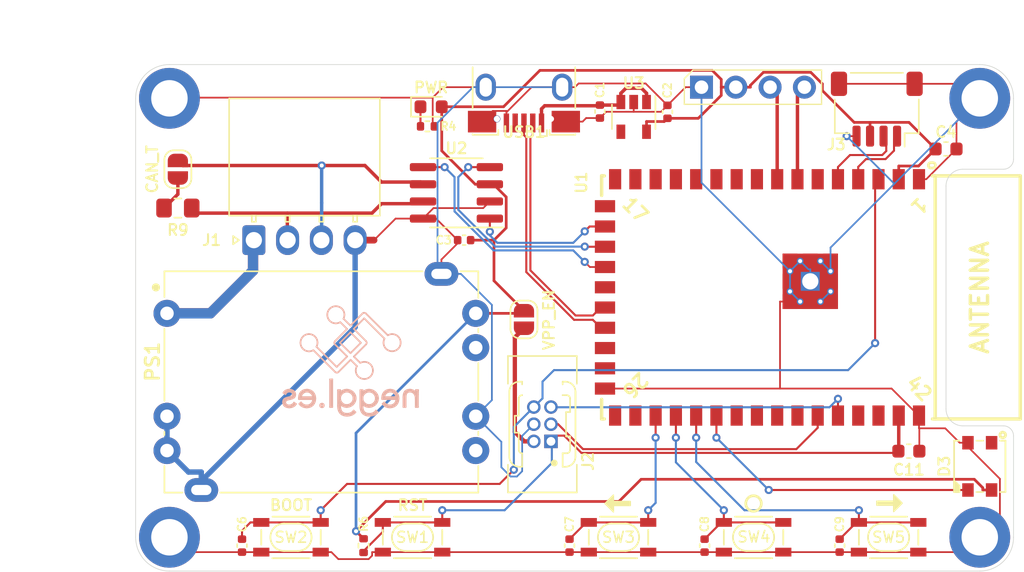
<source format=kicad_pcb>
(kicad_pcb (version 20171130) (host pcbnew "(5.1.12)-1")

  (general
    (thickness 1.6002)
    (drawings 22)
    (tracks 389)
    (zones 0)
    (modules 36)
    (nets 54)
  )

  (page USLetter)
  (title_block
    (rev 1)
  )

  (layers
    (0 Front signal)
    (31 Back signal)
    (34 B.Paste user)
    (35 F.Paste user hide)
    (36 B.SilkS user)
    (37 F.SilkS user)
    (38 B.Mask user)
    (39 F.Mask user)
    (40 Dwgs.User user)
    (41 Cmts.User user hide)
    (42 Eco1.User user)
    (43 Eco2.User user)
    (44 Edge.Cuts user)
    (45 Margin user)
    (46 B.CrtYd user)
    (47 F.CrtYd user)
    (49 F.Fab user)
  )

  (setup
    (last_trace_width 0.127)
    (user_trace_width 0.127)
    (user_trace_width 0.1524)
    (user_trace_width 0.254)
    (user_trace_width 0.3175)
    (user_trace_width 0.4)
    (user_trace_width 0.6)
    (user_trace_width 0.762)
    (trace_clearance 0.127)
    (zone_clearance 0.1524)
    (zone_45_only no)
    (trace_min 0.127)
    (via_size 0.6)
    (via_drill 0.3)
    (via_min_size 0.6)
    (via_min_drill 0.3)
    (user_via 0.6 0.3)
    (user_via 0.8 0.4)
    (user_via 0.9 0.4)
    (user_via 1 0.6)
    (uvia_size 0.6858)
    (uvia_drill 0.3302)
    (uvias_allowed no)
    (uvia_min_size 0)
    (uvia_min_drill 0)
    (edge_width 0.05)
    (segment_width 0.254)
    (pcb_text_width 0.254)
    (pcb_text_size 1.524 1.524)
    (mod_edge_width 0.127)
    (mod_text_size 0.8 0.8)
    (mod_text_width 0.1524)
    (pad_size 2.5 1.75)
    (pad_drill 1.5)
    (pad_to_mask_clearance 0)
    (solder_mask_min_width 0.12)
    (aux_axis_origin 0 0)
    (grid_origin 100 77)
    (visible_elements 7FFFBFFF)
    (pcbplotparams
      (layerselection 0x010fc_ffffffff)
      (usegerberextensions false)
      (usegerberattributes false)
      (usegerberadvancedattributes false)
      (creategerberjobfile false)
      (excludeedgelayer true)
      (linewidth 0.152400)
      (plotframeref false)
      (viasonmask false)
      (mode 1)
      (useauxorigin false)
      (hpglpennumber 1)
      (hpglpenspeed 20)
      (hpglpendiameter 15.000000)
      (psnegative false)
      (psa4output false)
      (plotreference true)
      (plotvalue false)
      (plotinvisibletext false)
      (padsonsilk false)
      (subtractmaskfromsilk true)
      (outputformat 1)
      (mirror false)
      (drillshape 0)
      (scaleselection 1)
      (outputdirectory "./gerbers"))
  )

  (net 0 "")
  (net 1 +48V)
  (net 2 GND)
  (net 3 +3V3)
  (net 4 /CAN-)
  (net 5 /CAN+)
  (net 6 /~RST)
  (net 7 /~BOOT)
  (net 8 /CAN_TX)
  (net 9 /CAN_RX)
  (net 10 GNDPWR)
  (net 11 /USB_D+)
  (net 12 /VBUS)
  (net 13 /USB_D-)
  (net 14 /OLED_SDA)
  (net 15 /OLED_SCL)
  (net 16 "Net-(U1-Pad17)")
  (net 17 "Net-(U1-Pad13)")
  (net 18 "Net-(U1-Pad24)")
  (net 19 "Net-(U1-Pad12)")
  (net 20 "Net-(U1-Pad28)")
  (net 21 "Net-(U1-Pad27)")
  (net 22 /~CAN_EN)
  (net 23 "Net-(JP2-Pad1)")
  (net 24 "Net-(PS1-Pad4)")
  (net 25 "Net-(PS1-Pad6)")
  (net 26 /xPSRAM_CS)
  (net 27 "Net-(D3-Pad1)")
  (net 28 "Net-(U1-Pad16)")
  (net 29 "Net-(U1-Pad15)")
  (net 30 "Net-(U1-Pad14)")
  (net 31 /U0RXD)
  (net 32 /U0TXD)
  (net 33 "Net-(D2-Pad1)")
  (net 34 /USB_ID)
  (net 35 /~SW_L)
  (net 36 /~SW_R)
  (net 37 /LED_D)
  (net 38 "Net-(U3-Pad4)")
  (net 39 "Net-(U1-Pad11)")
  (net 40 /QW_SDA)
  (net 41 /QW_SCL)
  (net 42 /MTDO)
  (net 43 /VDD_SPI)
  (net 44 /MTDI)
  (net 45 /~DFU)
  (net 46 /MTMS)
  (net 47 /U1RX0)
  (net 48 /MTCK)
  (net 49 /~SW_S)
  (net 50 "Net-(U1-Pad9)")
  (net 51 "Net-(U1-Pad10)")
  (net 52 "Net-(U1-Pad6)")
  (net 53 /VPP)

  (net_class Default "This is the default net class."
    (clearance 0.127)
    (trace_width 0.127)
    (via_dia 0.6)
    (via_drill 0.3)
    (uvia_dia 0.6858)
    (uvia_drill 0.3302)
    (diff_pair_width 0.1524)
    (diff_pair_gap 0.254)
    (add_net /CAN+)
    (add_net /CAN-)
    (add_net /CAN_RX)
    (add_net /CAN_TX)
    (add_net /LED_D)
    (add_net /MTCK)
    (add_net /MTDI)
    (add_net /MTDO)
    (add_net /MTMS)
    (add_net /OLED_SCL)
    (add_net /OLED_SDA)
    (add_net /QW_SCL)
    (add_net /QW_SDA)
    (add_net /U0RXD)
    (add_net /U0TXD)
    (add_net /U1RX0)
    (add_net /USB_ID)
    (add_net /VBUS)
    (add_net /VDD_SPI)
    (add_net /VPP)
    (add_net /xPSRAM_CS)
    (add_net /~BOOT)
    (add_net /~CAN_EN)
    (add_net /~DFU)
    (add_net /~RST)
    (add_net /~SW_L)
    (add_net /~SW_R)
    (add_net /~SW_S)
    (add_net GND)
    (add_net "Net-(D2-Pad1)")
    (add_net "Net-(D3-Pad1)")
    (add_net "Net-(JP2-Pad1)")
    (add_net "Net-(PS1-Pad4)")
    (add_net "Net-(PS1-Pad6)")
    (add_net "Net-(U1-Pad10)")
    (add_net "Net-(U1-Pad11)")
    (add_net "Net-(U1-Pad12)")
    (add_net "Net-(U1-Pad13)")
    (add_net "Net-(U1-Pad14)")
    (add_net "Net-(U1-Pad15)")
    (add_net "Net-(U1-Pad16)")
    (add_net "Net-(U1-Pad17)")
    (add_net "Net-(U1-Pad24)")
    (add_net "Net-(U1-Pad27)")
    (add_net "Net-(U1-Pad28)")
    (add_net "Net-(U1-Pad6)")
    (add_net "Net-(U1-Pad9)")
    (add_net "Net-(U3-Pad4)")
  )

  (net_class USB_D ""
    (clearance 0.1524)
    (trace_width 0.1524)
    (via_dia 0.6)
    (via_drill 0.3)
    (uvia_dia 0.6858)
    (uvia_drill 0.3302)
    (diff_pair_width 0.1524)
    (diff_pair_gap 0.1524)
    (add_net /USB_D+)
    (add_net /USB_D-)
  )

  (net_class VCC ""
    (clearance 0.127)
    (trace_width 0.2)
    (via_dia 0.6)
    (via_drill 0.3)
    (uvia_dia 0.6858)
    (uvia_drill 0.3302)
    (diff_pair_width 0.1524)
    (diff_pair_gap 0.254)
    (add_net +3V3)
  )

  (net_class VIN ""
    (clearance 0.254)
    (trace_width 0.4)
    (via_dia 0.8)
    (via_drill 0.4)
    (uvia_dia 0.6858)
    (uvia_drill 0.3302)
    (diff_pair_width 0.1524)
    (diff_pair_gap 0.127)
    (add_net +48V)
    (add_net GNDPWR)
  )

  (module 41-EasyEDA-Edits:MICRO-USB-SMD_U254-051T-4BH83-F1S_C397452 (layer Front) (tedit 6045F2E8) (tstamp 603EA58E)
    (at 128.75 79 180)
    (path /603EE72E)
    (attr smd)
    (fp_text reference USB1 (at 0 -3) (layer F.SilkS)
      (effects (font (size 0.8 0.8) (thickness 0.1524)))
    )
    (fp_text value USB (at 0 5.252001) (layer F.Fab)
      (effects (font (size 0.8 0.8) (thickness 0.1524)))
    )
    (fp_line (start -3.75 3.325) (end -3.75 -2.55) (layer F.Fab) (width 0.1))
    (fp_line (start 4.4 -3.46) (end 4.4 3.5) (layer F.CrtYd) (width 0.05))
    (fp_line (start -1.1 -2.9625) (end -1.3 -2.7625) (layer F.Fab) (width 0.1))
    (fp_line (start -1.5 -3.1) (end -1.5 -2.9625) (layer F.Fab) (width 0.1))
    (fp_line (start -3.75 3.325) (end 3.75 3.325) (layer F.Fab) (width 0.1))
    (fp_line (start -1.5 -3.1) (end -1.1 -3.1) (layer F.Fab) (width 0.1))
    (fp_line (start -1.1 -3.1) (end -1.1 -2.9625) (layer F.Fab) (width 0.1))
    (fp_line (start -1.7 -3.3) (end -1.3 -3.3) (layer F.SilkS) (width 0.12))
    (fp_line (start 3.8 1.8) (end 3.8 -1.25) (layer F.SilkS) (width 0.12))
    (fp_line (start -3.75 -2.55) (end 3.75 -2.55) (layer F.Fab) (width 0.1))
    (fp_line (start -3 2) (end 3 2) (layer Dwgs.User) (width 0.1))
    (fp_line (start 3.75 3.325) (end 3.75 -2.55) (layer F.Fab) (width 0.1))
    (fp_line (start -1.7 -3.3) (end -1.7 -2.85) (layer F.SilkS) (width 0.12))
    (fp_line (start -4.4 3.5) (end -4.4 -3.46) (layer F.CrtYd) (width 0.05))
    (fp_line (start 3.8 -3.2) (end 1.9 -3.2) (layer F.SilkS) (width 0.12))
    (fp_line (start -4.4 3.5) (end 4.4 3.5) (layer F.CrtYd) (width 0.05))
    (fp_line (start -4.4 -3.46) (end 4.4 -3.46) (layer F.CrtYd) (width 0.05))
    (fp_line (start -1.3 -2.7625) (end -1.5 -2.9625) (layer F.Fab) (width 0.1))
    (fp_line (start -3.8 1.8) (end -3.8 -1.25) (layer F.SilkS) (width 0.12))
    (fp_line (start 1.9 -2.85) (end 1.9 -3.2) (layer F.SilkS) (width 0.12))
    (fp_line (start -1.9 -2.85) (end -1.9 -3.2) (layer F.SilkS) (width 0.12))
    (fp_line (start -1.9 -3.2) (end -3.8 -3.2) (layer F.SilkS) (width 0.12))
    (fp_line (start -3.8 -3.2) (end -3.8 -3.15) (layer F.SilkS) (width 0.12))
    (fp_line (start 3.8 -3.2) (end 3.8 -3.15) (layer F.SilkS) (width 0.12))
    (fp_text user "PCB Edge" (at 0 2.375) (layer Dwgs.User)
      (effects (font (size 0.5 0.5) (thickness 0.08)))
    )
    (pad 1 smd rect (at -1.3 -2.325 180) (size 0.4 1.4) (layers Front F.Paste F.Mask)
      (net 12 /VBUS))
    (pad 2 smd rect (at -0.65 -2.325 180) (size 0.4 1.4) (layers Front F.Paste F.Mask)
      (net 13 /USB_D-))
    (pad 3 smd rect (at 0 -2.325 180) (size 0.4 1.4) (layers Front F.Paste F.Mask)
      (net 11 /USB_D+))
    (pad 4 smd rect (at 0.65 -2.325 180) (size 0.4 1.4) (layers Front F.Paste F.Mask)
      (net 34 /USB_ID))
    (pad 5 smd rect (at 1.3 -2.325 180) (size 0.4 1.4) (layers Front F.Paste F.Mask)
      (net 2 GND))
    (pad 6 smd rect (at 3.1 -2.225 270) (size 1.6 2.1) (layers Front F.Paste F.Mask)
      (net 2 GND))
    (pad 6 smd rect (at -3.1 -2.225 270) (size 1.6 2.1) (layers Front F.Paste F.Mask)
      (net 2 GND))
    (pad 6 thru_hole oval (at -2.83 0.325) (size 1.5 2) (drill oval 0.9 1.4) (layers *.Cu *.Paste *.Mask)
      (net 2 GND))
    (pad 6 thru_hole oval (at 2.83 0.325 180) (size 1.5 2) (drill oval 0.9 1.4) (layers *.Cu *.Paste *.Mask)
      (net 2 GND))
    (pad "" np_thru_hole circle (at 2 -2.025 180) (size 0.5 0.5) (drill 0.45) (layers *.Cu *.Mask))
    (pad "" np_thru_hole circle (at -2 -2.025 180) (size 0.45 0.45) (drill 0.45) (layers *.Cu *.Mask))
    (model ${EASY_EDA_3D}/EasyEDA.3dshapes/MICRO-USB-SMD_U254-051T-4BH83-F1S.wrl
      (offset (xyz 0 0 1.25))
      (scale (xyz 0.3937 0.3937 0.3937))
      (rotate (xyz 0 0 0))
    )
  )

  (module 11-My-Edits:Molex_Nano-Fit_105313-xx04_1x04_P2.50mm_Horizontal_3D (layer Front) (tedit 6045D355) (tstamp 60430933)
    (at 112.5 90)
    (descr "Molex Nano-Fit Power Connectors, 105313-xx04, 4 Pins per row (http://www.molex.com/pdm_docs/sd/1053131208_sd.pdf), generated with kicad-footprint-generator")
    (tags "connector Molex Nano-Fit top entry")
    (path /6015363A)
    (fp_text reference J1 (at -6.875 0 180) (layer F.SilkS)
      (effects (font (size 0.8 0.8) (thickness 0.1524)))
    )
    (fp_text value CANBUS (at 0 2.5) (layer F.Fab)
      (effects (font (size 0.5 0.5) (thickness 0.1)))
    )
    (fp_line (start -5.97 -10.88) (end -5.97 1.6) (layer F.CrtYd) (width 0.05))
    (fp_line (start 5.97 -10.88) (end -5.97 -10.88) (layer F.CrtYd) (width 0.05))
    (fp_line (start 5.97 1.6) (end 5.97 -10.88) (layer F.CrtYd) (width 0.05))
    (fp_line (start -5.97 1.6) (end 5.97 1.6) (layer F.CrtYd) (width 0.05))
    (fp_line (start -5.284264 0.3) (end -4.86 0) (layer F.Fab) (width 0.1))
    (fp_line (start -5.284264 -0.3) (end -5.284264 0.3) (layer F.Fab) (width 0.1))
    (fp_line (start -4.86 0) (end -5.284264 -0.3) (layer F.Fab) (width 0.1))
    (fp_line (start -5.284264 0.3) (end -4.86 0) (layer F.SilkS) (width 0.12))
    (fp_line (start -5.284264 -0.3) (end -5.284264 0.3) (layer F.SilkS) (width 0.12))
    (fp_line (start -4.86 0) (end -5.284264 -0.3) (layer F.SilkS) (width 0.12))
    (fp_line (start 3.9 -1.36) (end 3.9 -1.81) (layer F.SilkS) (width 0.12))
    (fp_line (start 3.6 -1.36) (end 3.9 -1.36) (layer F.SilkS) (width 0.12))
    (fp_line (start 3.6 -1.81) (end 3.6 -1.36) (layer F.SilkS) (width 0.12))
    (fp_line (start 3.9 -1.81) (end 3.6 -1.81) (layer F.SilkS) (width 0.12))
    (fp_line (start 1.4 -1.36) (end 1.4 -1.81) (layer F.SilkS) (width 0.12))
    (fp_line (start 1.1 -1.36) (end 1.4 -1.36) (layer F.SilkS) (width 0.12))
    (fp_line (start 1.1 -1.81) (end 1.1 -1.36) (layer F.SilkS) (width 0.12))
    (fp_line (start 1.4 -1.81) (end 1.1 -1.81) (layer F.SilkS) (width 0.12))
    (fp_line (start -1.1 -1.36) (end -1.1 -1.81) (layer F.SilkS) (width 0.12))
    (fp_line (start -1.4 -1.36) (end -1.1 -1.36) (layer F.SilkS) (width 0.12))
    (fp_line (start -1.4 -1.81) (end -1.4 -1.36) (layer F.SilkS) (width 0.12))
    (fp_line (start -1.1 -1.81) (end -1.4 -1.81) (layer F.SilkS) (width 0.12))
    (fp_line (start -3.6 -1.36) (end -3.6 -1.81) (layer F.SilkS) (width 0.12))
    (fp_line (start -3.9 -1.36) (end -3.6 -1.36) (layer F.SilkS) (width 0.12))
    (fp_line (start -3.9 -1.81) (end -3.9 -1.36) (layer F.SilkS) (width 0.12))
    (fp_line (start -3.6 -1.81) (end -3.9 -1.81) (layer F.SilkS) (width 0.12))
    (fp_line (start -5.58 -10.49) (end -5.58 -1.81) (layer F.SilkS) (width 0.12))
    (fp_line (start 5.58 -10.49) (end -5.58 -10.49) (layer F.SilkS) (width 0.12))
    (fp_line (start 5.58 -1.81) (end 5.58 -10.49) (layer F.SilkS) (width 0.12))
    (fp_line (start -5.58 -1.81) (end 5.58 -1.81) (layer F.SilkS) (width 0.12))
    (fp_line (start -5.47 -10.38) (end -5.47 -1.92) (layer F.Fab) (width 0.1))
    (fp_line (start 5.47 -10.38) (end -5.47 -10.38) (layer F.Fab) (width 0.1))
    (fp_line (start 5.47 -1.92) (end 5.47 -10.38) (layer F.Fab) (width 0.1))
    (fp_line (start -5.47 -1.92) (end 5.47 -1.92) (layer F.Fab) (width 0.1))
    (fp_text user %R (at 4.77 -6.15 90) (layer F.Fab)
      (effects (font (size 1 1) (thickness 0.15)))
    )
    (pad "" np_thru_hole circle (at 3.75 -7.18 90) (size 1.7 1.7) (drill 1.7) (layers *.Cu *.Mask))
    (pad "" np_thru_hole circle (at -3.75 -7.18 90) (size 1.7 1.7) (drill 1.7) (layers *.Cu *.Mask))
    (pad 4 thru_hole oval (at 3.75 0 90) (size 2.2 1.7) (drill 1.2) (layers *.Cu *.Mask)
      (net 10 GNDPWR))
    (pad 3 thru_hole oval (at 1.25 0 90) (size 2.2 1.7) (drill 1.2) (layers *.Cu *.Mask)
      (net 4 /CAN-))
    (pad 2 thru_hole oval (at -1.25 0 90) (size 2.2 1.7) (drill 1.2) (layers *.Cu *.Mask)
      (net 5 /CAN+))
    (pad 1 thru_hole roundrect (at -3.75 0 90) (size 2.2 1.7) (drill 1.2) (layers *.Cu *.Mask) (roundrect_rratio 0.147059)
      (net 1 +48V))
    (model ${KIPRJMOD}/shapes3D/Molex_Nano-Fit_105313-xx04_1x04_P2.50mm_PTH_Clips_Horz.step
      (offset (xyz 0 6.15 2.05))
      (scale (xyz 1 1 1))
      (rotate (xyz -90 0 180))
    )
  )

  (module NetTie:NetTie-2_SMD_Pad0.5mm (layer Front) (tedit 6045BC89) (tstamp 602C94C6)
    (at 117.15 90)
    (descr "Net tie, 2 pin, 0.5mm square SMD pads")
    (tags "net tie")
    (path /619332B3)
    (attr virtual)
    (fp_text reference NT1 (at 1.95 0 90) (layer F.Fab) hide
      (effects (font (size 0.5 0.5) (thickness 0.1)))
    )
    (fp_text value GND_TIE (at 0 1.2) (layer F.Fab)
      (effects (font (size 1 1) (thickness 0.15)))
    )
    (fp_poly (pts (xy -0.5 -0.25) (xy 0.5 -0.25) (xy 0.5 0.25) (xy -0.5 0.25)) (layer Front) (width 0))
    (fp_line (start 1 -0.5) (end -1 -0.5) (layer F.CrtYd) (width 0.05))
    (fp_line (start 1 0.5) (end 1 -0.5) (layer F.CrtYd) (width 0.05))
    (fp_line (start -1 0.5) (end 1 0.5) (layer F.CrtYd) (width 0.05))
    (fp_line (start -1 -0.5) (end -1 0.5) (layer F.CrtYd) (width 0.05))
    (pad 2 smd circle (at 0.5 0) (size 0.5 0.5) (layers Front)
      (net 2 GND) (clearance 0.001) (zone_connect 2))
    (pad 1 smd circle (at -0.5 0) (size 0.5 0.5) (layers Front)
      (net 10 GNDPWR))
  )

  (module 11-My-Edits:Gecko-G125_PlusTC2030_IDCBox_2x03_P1.25mm_Vertical_3D (layer Front) (tedit 6045B3A6) (tstamp 60475F28)
    (at 130.115 103.63 90)
    (descr "Harwin Gecko Connector, 6 pins, dual row male, vertical entry, no latches, PN:G125-MVX0605L0X")
    (tags "connector harwin gecko")
    (path /6064DF63)
    (fp_text reference J2 (at -2.75 3.375 90) (layer F.SilkS)
      (effects (font (size 0.8 0.8) (thickness 0.1524)))
    )
    (fp_text value ESP-PROG (at 0 -3.675 90) (layer F.Fab)
      (effects (font (size 1 1) (thickness 0.15)))
    )
    (fp_circle (center -2.875 0.875) (end -2.75 0.875) (layer F.SilkS) (width 0.25))
    (fp_line (start 3 2.55) (end 5.05 2.55) (layer F.SilkS) (width 0.12))
    (fp_line (start -5.05 2.55) (end -3 2.55) (layer F.SilkS) (width 0.12))
    (fp_line (start 1.15 2.45) (end 2.4 2.45) (layer F.SilkS) (width 0.12))
    (fp_line (start -5.05 -2.55) (end -3 -2.55) (layer F.SilkS) (width 0.12))
    (fp_line (start 5.225 -2.725) (end -5.225 -2.725) (layer F.CrtYd) (width 0.05))
    (fp_line (start -5.225 -2.725) (end -5.225 2.725) (layer F.CrtYd) (width 0.05))
    (fp_line (start -4.3 1.65) (end -1.25 1.65) (layer F.Fab) (width 0.12))
    (fp_line (start 3 -2.55) (end 5.05 -2.55) (layer F.SilkS) (width 0.12))
    (fp_line (start -4.3 1.65) (end -4.3 -1.65) (layer F.Fab) (width 0.12))
    (fp_line (start -1.25 2.45) (end -4.95 2.45) (layer F.Fab) (width 0.12))
    (fp_line (start 4.3 1.65) (end 4.3 -1.65) (layer F.Fab) (width 0.12))
    (fp_line (start -4.95 -2.45) (end -4.95 2.45) (layer F.Fab) (width 0.12))
    (fp_line (start -4.3 -1.65) (end 4.3 -1.65) (layer F.Fab) (width 0.12))
    (fp_line (start 4.95 2.45) (end 1.25 2.45) (layer F.Fab) (width 0.12))
    (fp_line (start 4.3 1.65) (end 1.25 1.65) (layer F.Fab) (width 0.12))
    (fp_line (start -5.05 -2.55) (end -5.05 2.55) (layer F.SilkS) (width 0.12))
    (fp_line (start 4.95 -2.45) (end 4.95 2.45) (layer F.Fab) (width 0.12))
    (fp_line (start -1.25 2.45) (end -1.25 1.65) (layer F.Fab) (width 0.12))
    (fp_line (start 5.05 -2.55) (end 5.05 2.55) (layer F.SilkS) (width 0.12))
    (fp_line (start -4.95 -2.45) (end 4.95 -2.45) (layer F.Fab) (width 0.12))
    (fp_line (start 1.25 2.45) (end 1.25 1.65) (layer F.Fab) (width 0.12))
    (fp_line (start -2.4 -2.45) (end 2.4 -2.45) (layer F.SilkS) (width 0.12))
    (fp_line (start -2.4 2.45) (end 2.4 2.45) (layer F.SilkS) (width 0.12))
    (fp_line (start -1.9 2.05) (end -0.9 2.05) (layer F.SilkS) (width 0.12))
    (fp_line (start -0.9 2.05) (end -0.9 1.75) (layer F.SilkS) (width 0.12))
    (fp_line (start -0.9 1.75) (end 0.9 1.75) (layer F.SilkS) (width 0.12))
    (fp_line (start 0.9 1.75) (end 0.9 2.05) (layer F.SilkS) (width 0.12))
    (fp_line (start 0.9 2.05) (end 1.9 2.05) (layer F.SilkS) (width 0.12))
    (fp_line (start -1.9 -1.75) (end -0.625 -1.75) (layer F.SilkS) (width 0.12))
    (fp_line (start -0.625 -1.75) (end -0.625 -2.05) (layer F.SilkS) (width 0.12))
    (fp_line (start -0.625 -2.05) (end 0.625 -2.05) (layer F.SilkS) (width 0.12))
    (fp_line (start 0.625 -2.05) (end 0.625 -1.75) (layer F.SilkS) (width 0.12))
    (fp_line (start 0.625 -1.75) (end 1.9 -1.75) (layer F.SilkS) (width 0.12))
    (fp_line (start -3.15 -1.7) (end -3.15 -1.5) (layer F.SilkS) (width 0.12))
    (fp_line (start -3.15 -1.5) (end -2.15 -1.5) (layer F.SilkS) (width 0.12))
    (fp_line (start -2.15 -1.5) (end -2.15 -1.5) (layer F.SilkS) (width 0.12))
    (fp_line (start 3.15 -1.7) (end 3.15 -1.5) (layer F.SilkS) (width 0.12))
    (fp_line (start 2.15 -1.5) (end 2.15 -1.5) (layer F.SilkS) (width 0.12))
    (fp_line (start 3.15 1.7) (end 3.15 1.5) (layer F.SilkS) (width 0.12))
    (fp_line (start 3.15 1.5) (end 2.95 1.5) (layer F.SilkS) (width 0.12))
    (fp_line (start 2.15 1.5) (end 2.15 1.5) (layer F.SilkS) (width 0.12))
    (fp_line (start -3.15 1.7) (end -3.15 1.5) (layer F.SilkS) (width 0.12))
    (fp_line (start -3.15 1.5) (end -2.15 1.5) (layer F.SilkS) (width 0.12))
    (fp_line (start -2.15 1.5) (end -2.15 1.5) (layer F.SilkS) (width 0.12))
    (fp_line (start -2.15 1.8) (end -2.15 1.5) (layer F.SilkS) (width 0.12))
    (fp_line (start 2.15 1.8) (end 2.15 1.5) (layer F.SilkS) (width 0.12))
    (fp_line (start -2.4 -2.45) (end 2.4 -2.45) (layer F.Fab) (width 0.1))
    (fp_line (start -2.4 2.45) (end 2.4 2.45) (layer F.Fab) (width 0.1))
    (fp_line (start -1.9 2.05) (end -0.9 2.05) (layer F.Fab) (width 0.1))
    (fp_line (start -0.9 2.05) (end -0.9 1.75) (layer F.Fab) (width 0.1))
    (fp_line (start -0.9 1.75) (end 0.9 1.75) (layer F.Fab) (width 0.1))
    (fp_line (start 0.9 1.75) (end 0.9 2.05) (layer F.Fab) (width 0.1))
    (fp_line (start 0.9 2.05) (end 1.9 2.05) (layer F.Fab) (width 0.1))
    (fp_line (start -1.9 -1.75) (end -0.625 -1.75) (layer F.Fab) (width 0.1))
    (fp_line (start -0.625 -1.75) (end -0.625 -2.05) (layer F.Fab) (width 0.1))
    (fp_line (start -0.625 -2.05) (end 0.625 -2.05) (layer F.Fab) (width 0.1))
    (fp_line (start 0.625 -2.05) (end 0.625 -1.75) (layer F.Fab) (width 0.1))
    (fp_line (start 0.625 -1.75) (end 1.9 -1.75) (layer F.Fab) (width 0.1))
    (fp_line (start -3.15 -1.7) (end -3.15 -1.5) (layer F.Fab) (width 0.1))
    (fp_line (start -3.15 -1.5) (end -2.15 -1.5) (layer F.Fab) (width 0.1))
    (fp_line (start -2.15 -1.5) (end -2.15 -1.5) (layer F.Fab) (width 0.1))
    (fp_line (start 3.15 -1.7) (end 3.15 -1.5) (layer F.Fab) (width 0.1))
    (fp_line (start 3.15 -1.5) (end 2.15 -1.5) (layer F.Fab) (width 0.1))
    (fp_line (start 2.15 -1.5) (end 2.15 -1.5) (layer F.Fab) (width 0.1))
    (fp_line (start 3.15 1.7) (end 3.15 1.5) (layer F.Fab) (width 0.1))
    (fp_line (start 3.15 1.5) (end 2.15 1.5) (layer F.Fab) (width 0.1))
    (fp_line (start 2.15 1.5) (end 2.15 1.5) (layer F.Fab) (width 0.1))
    (fp_line (start -3.15 1.7) (end -3.15 1.5) (layer F.Fab) (width 0.1))
    (fp_line (start -3.15 1.5) (end -2.15 1.5) (layer F.Fab) (width 0.1))
    (fp_line (start -2.15 1.5) (end -2.15 1.5) (layer F.Fab) (width 0.1))
    (fp_line (start -2.15 1.8) (end -2.15 1.5) (layer F.Fab) (width 0.1))
    (fp_line (start 2.15 1.8) (end 2.15 1.5) (layer F.Fab) (width 0.1))
    (fp_line (start -5.225 2.725) (end 5.225 2.725) (layer F.CrtYd) (width 0.05))
    (fp_line (start 5.225 2.725) (end 5.225 -2.725) (layer F.CrtYd) (width 0.05))
    (fp_line (start -1.25 0.875) (end -1.55 1.475) (layer F.Fab) (width 0.1))
    (fp_line (start -1.55 1.475) (end -0.95 1.475) (layer F.Fab) (width 0.1))
    (fp_line (start -0.95 1.475) (end -1.25 0.875) (layer F.Fab) (width 0.1))
    (fp_line (start -0.635 0.66) (end 0.635 -0.61) (layer Dwgs.User) (width 0.1))
    (fp_line (start -1.27 0.66) (end 0 -0.61) (layer Dwgs.User) (width 0.1))
    (fp_line (start 0.635 0.66) (end 1.27 0.025) (layer Dwgs.User) (width 0.1))
    (fp_line (start 1.27 0.66) (end -1.27 0.66) (layer Dwgs.User) (width 0.1))
    (fp_line (start 1.27 -0.61) (end 1.27 0.66) (layer Dwgs.User) (width 0.1))
    (fp_line (start -1.27 -0.61) (end 1.27 -0.61) (layer Dwgs.User) (width 0.1))
    (fp_line (start -1.27 0.66) (end -1.27 -0.61) (layer Dwgs.User) (width 0.1))
    (fp_line (start 0 0.66) (end 1.27 -0.61) (layer Dwgs.User) (width 0.1))
    (fp_line (start -1.27 0.025) (end -0.635 -0.61) (layer Dwgs.User) (width 0.1))
    (fp_line (start 3.15 -1.5) (end 2.95 -1.5) (layer F.SilkS) (width 0.12))
    (fp_text user KEEPOUT (at 0 0.025 90) (layer Cmts.User)
      (effects (font (size 0.4 0.4) (thickness 0.07)))
    )
    (fp_arc (start -2.4 -1.7) (end -3.15 -1.7) (angle 90) (layer F.SilkS) (width 0.12))
    (fp_arc (start 2.4 -1.7) (end 2.4 -2.45) (angle 90) (layer F.SilkS) (width 0.12))
    (fp_arc (start 2.4 1.7) (end 3.15 1.7) (angle 90) (layer F.SilkS) (width 0.12))
    (fp_arc (start -2.4 1.7) (end -2.4 2.45) (angle 90) (layer F.SilkS) (width 0.12))
    (fp_arc (start -1.9 -1.5) (end -2.15 -1.5) (angle 90) (layer F.SilkS) (width 0.12))
    (fp_arc (start 1.9 -1.5) (end 1.9 -1.75) (angle 90) (layer F.SilkS) (width 0.12))
    (fp_arc (start 1.9 1.8) (end 2.15 1.8) (angle 90) (layer F.SilkS) (width 0.12))
    (fp_arc (start -1.9 1.8) (end -1.9 2.05) (angle 90) (layer F.SilkS) (width 0.12))
    (fp_arc (start -2.4 -1.7) (end -3.15 -1.7) (angle 90) (layer F.Fab) (width 0.1))
    (fp_arc (start 2.4 -1.7) (end 2.4 -2.45) (angle 90) (layer F.Fab) (width 0.1))
    (fp_arc (start 2.4 1.7) (end 3.15 1.7) (angle 90) (layer F.Fab) (width 0.1))
    (fp_arc (start -2.4 1.7) (end -2.4 2.45) (angle 90) (layer F.Fab) (width 0.1))
    (fp_arc (start -1.9 -1.5) (end -2.15 -1.5) (angle 90) (layer F.Fab) (width 0.1))
    (fp_arc (start 1.9 -1.5) (end 1.9 -1.75) (angle 90) (layer F.Fab) (width 0.1))
    (fp_arc (start 1.9 1.8) (end 2.15 1.8) (angle 90) (layer F.Fab) (width 0.1))
    (fp_arc (start -1.9 1.8) (end -1.9 2.05) (angle 90) (layer F.Fab) (width 0.1))
    (pad 3 thru_hole oval (at 0 0.635 180) (size 1 1) (drill 0.65) (layers *.Cu *.Mask)
      (net 32 /U0TXD))
    (pad 1 thru_hole rect (at -1.27 0.635 180) (size 1 1) (drill 0.65) (layers *.Cu *.Mask)
      (net 6 /~RST))
    (pad 4 thru_hole oval (at 0 -0.635 180) (size 1 1) (drill 0.65) (layers *.Cu *.Mask)
      (net 2 GND))
    (pad 5 thru_hole oval (at 1.27 0.635 180) (size 1 1) (drill 0.65) (layers *.Cu *.Mask)
      (net 31 /U0RXD))
    (pad 6 thru_hole oval (at 1.27 -0.635 180) (size 1 1) (drill 0.65) (layers *.Cu *.Mask)
      (net 7 /~BOOT))
    (pad 2 thru_hole oval (at -1.27 -0.635 180) (size 1 1) (drill 0.65) (layers *.Cu *.Mask)
      (net 53 /VPP))
    (pad "" np_thru_hole circle (at -2.54 0 90) (size 0.9906 0.9906) (drill 0.9906) (layers *.Cu *.Mask))
    (pad "" np_thru_hole circle (at 2.54 -1.016 90) (size 0.9906 0.9906) (drill 0.9906) (layers *.Cu *.Mask))
    (pad "" np_thru_hole circle (at 2.54 1.016 90) (size 0.9906 0.9906) (drill 0.9906) (layers *.Cu *.Mask))
    (model ${KIPRJMOD}/shapes3D/g125-mv10605l0_asm.stp
      (offset (xyz 0 0 1.925))
      (scale (xyz 1 1 1))
      (rotate (xyz -90 0 0))
    )
  )

  (module Jumper:SolderJumper-2_P1.3mm_Open_RoundedPad1.0x1.5mm (layer Front) (tedit 5B391E66) (tstamp 60466059)
    (at 128.75 95.875 270)
    (descr "SMD Solder Jumper, 1x1.5mm, rounded Pads, 0.3mm gap, open")
    (tags "solder jumper open")
    (path /606E4844)
    (attr virtual)
    (fp_text reference JP1 (at 0 1.65 90) (layer F.Fab)
      (effects (font (size 0.6 0.6) (thickness 0.12)))
    )
    (fp_text value VPP_EN (at 0.025 -1.85 90) (layer F.SilkS)
      (effects (font (size 0.8 0.8) (thickness 0.1524)))
    )
    (fp_line (start 1.65 1.25) (end -1.65 1.25) (layer F.CrtYd) (width 0.05))
    (fp_line (start 1.65 1.25) (end 1.65 -1.25) (layer F.CrtYd) (width 0.05))
    (fp_line (start -1.65 -1.25) (end -1.65 1.25) (layer F.CrtYd) (width 0.05))
    (fp_line (start -1.65 -1.25) (end 1.65 -1.25) (layer F.CrtYd) (width 0.05))
    (fp_line (start -0.7 -1) (end 0.7 -1) (layer F.SilkS) (width 0.12))
    (fp_line (start 1.4 -0.3) (end 1.4 0.3) (layer F.SilkS) (width 0.12))
    (fp_line (start 0.7 1) (end -0.7 1) (layer F.SilkS) (width 0.12))
    (fp_line (start -1.4 0.3) (end -1.4 -0.3) (layer F.SilkS) (width 0.12))
    (fp_arc (start -0.7 -0.3) (end -0.7 -1) (angle -90) (layer F.SilkS) (width 0.12))
    (fp_arc (start -0.7 0.3) (end -1.4 0.3) (angle -90) (layer F.SilkS) (width 0.12))
    (fp_arc (start 0.7 0.3) (end 0.7 1) (angle -90) (layer F.SilkS) (width 0.12))
    (fp_arc (start 0.7 -0.3) (end 1.4 -0.3) (angle -90) (layer F.SilkS) (width 0.12))
    (pad 2 smd custom (at 0.65 0 270) (size 1 0.5) (layers Front F.Mask)
      (net 53 /VPP) (zone_connect 2)
      (options (clearance outline) (anchor rect))
      (primitives
        (gr_circle (center 0 0.25) (end 0.5 0.25) (width 0))
        (gr_circle (center 0 -0.25) (end 0.5 -0.25) (width 0))
        (gr_poly (pts
           (xy 0 -0.75) (xy -0.5 -0.75) (xy -0.5 0.75) (xy 0 0.75)) (width 0))
      ))
    (pad 1 smd custom (at -0.65 0 270) (size 1 0.5) (layers Front F.Mask)
      (net 3 +3V3) (zone_connect 2)
      (options (clearance outline) (anchor rect))
      (primitives
        (gr_circle (center 0 0.25) (end 0.5 0.25) (width 0))
        (gr_circle (center 0 -0.25) (end 0.5 -0.25) (width 0))
        (gr_poly (pts
           (xy 0 -0.75) (xy 0.5 -0.75) (xy 0.5 0.75) (xy 0 0.75)) (width 0))
      ))
  )

  (module 10-My-Footprints:OLED_SSD1315_128x64_1.3_I2C_New_Silhouette_Big3D locked (layer Front) (tedit 603CB3FF) (tstamp 6045792E)
    (at 145.695 93.375)
    (path /6036EBBD)
    (fp_text reference I2C1 (at 0 -0.75) (layer F.Fab)
      (effects (font (size 0.8 0.8) (thickness 0.1524)))
    )
    (fp_text value OLED (at 0 0.75) (layer F.Fab)
      (effects (font (size 0.6 0.6) (thickness 0.1)))
    )
    (fp_line (start 7.5 14) (end 7.5 14.5) (layer F.Fab) (width 0.12))
    (fp_line (start 8.5 15.5) (end 16 15.5) (layer F.Fab) (width 0.12))
    (fp_line (start -16 -10.5) (end 16 -10.5) (layer Cmts.User) (width 0.1))
    (fp_line (start 16.5 15) (end 16.5 -15.5) (layer F.Fab) (width 0.12))
    (fp_line (start -14.75 -9.25) (end 14.75 -9.25) (layer Cmts.User) (width 0.1))
    (fp_line (start 14.75 -9.25) (end 14.75 6.75) (layer Cmts.User) (width 0.1))
    (fp_line (start -14.75 -9.25) (end -14.75 6.75) (layer Cmts.User) (width 0.1))
    (fp_line (start -14.75 6.75) (end 14.75 6.75) (layer Cmts.User) (width 0.1))
    (fp_line (start -16 8.05) (end 16 8.05) (layer Cmts.User) (width 0.1))
    (fp_line (start -4.435 -15.97) (end -5.07 -15.335) (layer F.SilkS) (width 0.1))
    (fp_line (start -5.07 -13.43) (end 5.09 -13.43) (layer F.SilkS) (width 0.1))
    (fp_line (start 5.09 -13.43) (end 5.09 -15.97) (layer F.SilkS) (width 0.1))
    (fp_line (start -5.07 -15.335) (end -5.07 -13.43) (layer F.SilkS) (width 0.1))
    (fp_line (start 5.09 -15.97) (end -4.435 -15.97) (layer F.SilkS) (width 0.1))
    (fp_line (start -5.13 -14.67) (end -5.13 -16) (layer F.Fab) (width 0.12))
    (fp_line (start -8.5 15.5) (end -16 15.5) (layer F.Fab) (width 0.12))
    (fp_line (start -16.5 15) (end -16.5 -15.5) (layer F.Fab) (width 0.12))
    (fp_line (start -7.5 14.5) (end -7.5 14) (layer F.Fab) (width 0.12))
    (fp_line (start -16 -16) (end 16 -16) (layer F.Fab) (width 0.12))
    (fp_line (start -6.5 13) (end 6.5 13) (layer F.Fab) (width 0.12))
    (fp_line (start -16 11.5) (end -16 -10.5) (layer Cmts.User) (width 0.1))
    (fp_line (start 16 11.5) (end 16 -10.5) (layer Cmts.User) (width 0.1))
    (fp_line (start -16 11.5) (end 16 11.5) (layer Cmts.User) (width 0.1))
    (fp_circle (center -14.5 -13.9) (end -13.025 -13.9) (layer F.Fab) (width 0.25))
    (fp_circle (center 14.5 -13.9) (end 15.975 -13.9) (layer F.Fab) (width 0.25))
    (fp_circle (center 14 13.6) (end 15.475 13.6) (layer F.Fab) (width 0.25))
    (fp_circle (center -14.5 13.6) (end -13.025 13.6) (layer F.Fab) (width 0.25))
    (fp_text user "VCC/GND switchable via 0R jumpers on rear" (at 0 -11.25) (layer Cmts.User)
      (effects (font (size 0.7 0.7) (thickness 0.12)))
    )
    (fp_text user "GND VCC SCL SDA" (at 0 -12.75) (layer Cmts.User)
      (effects (font (size 0.72 0.72) (thickness 0.12)))
    )
    (fp_text user "Visible Area" (at 0 -1.75) (layer Cmts.User)
      (effects (font (size 1 1) (thickness 0.15)))
    )
    (fp_arc (start 8.5 14.5) (end 7.5 14.5) (angle -90) (layer F.Fab) (width 0.12))
    (fp_arc (start 6.5 14) (end 7.5 14) (angle -90) (layer F.Fab) (width 0.12))
    (fp_arc (start 16 -15.5) (end 16.5 -15.5) (angle -90) (layer F.Fab) (width 0.12))
    (fp_arc (start 16 15) (end 16 15.5) (angle -90) (layer F.Fab) (width 0.12))
    (fp_arc (start -6.5 14) (end -7.5 14) (angle 90) (layer F.Fab) (width 0.12))
    (fp_arc (start -16 -15.5) (end -16.5 -15.5) (angle 90) (layer F.Fab) (width 0.12))
    (fp_arc (start -16 15) (end -16 15.5) (angle 90) (layer F.Fab) (width 0.12))
    (fp_arc (start -8.5 14.5) (end -7.5 14.5) (angle 90) (layer F.Fab) (width 0.12))
    (pad 3 thru_hole oval (at 1.28 -14.7 90) (size 1.7 1.7) (drill 1) (layers *.Cu *.Mask)
      (net 15 /OLED_SCL))
    (pad 1 thru_hole rect (at -3.8 -14.7 90) (size 1.7 1.7) (drill 1) (layers *.Cu *.Mask)
      (net 2 GND))
    (pad 4 thru_hole oval (at 3.82 -14.7 90) (size 1.7 1.7) (drill 1) (layers *.Cu *.Mask)
      (net 14 /OLED_SDA))
    (pad 2 thru_hole oval (at -1.26 -14.7 90) (size 1.7 1.7) (drill 1) (layers *.Cu *.Mask)
      (net 3 +3V3))
    (model "${KIPRJMOD}/shapes3D/Oled SH1106.wrl"
      (offset (xyz 0 0.3 8.800000000000001))
      (scale (xyz 0.36 0.36 0.36))
      (rotate (xyz 0 0 180))
    )
  )

  (module 10-My-Footprints:JST_SH_SM04B-SRSS-TB_1x04-1MP_P1.00mm_Horizontal_3D locked (layer Front) (tedit 6045B770) (tstamp 604495CF)
    (at 154.875 80.3 180)
    (descr "JST SH series connector, SM04B-SRSS-TB (http://www.jst-mfg.com/product/pdf/eng/eSH.pdf), generated with kicad-footprint-generator")
    (tags "connector JST SH top entry")
    (path /606A840B)
    (attr smd)
    (fp_text reference J3 (at 3 -2.625) (layer F.SilkS)
      (effects (font (size 0.8 0.8) (thickness 0.1524)))
    )
    (fp_text value Qwiic (at 0 3.98) (layer F.Fab)
      (effects (font (size 1 1) (thickness 0.15)))
    )
    (fp_line (start -3 -1.675) (end 3 -1.675) (layer F.Fab) (width 0.1))
    (fp_line (start -3.11 0.715) (end -3.11 -1.785) (layer F.SilkS) (width 0.12))
    (fp_line (start -3.11 -1.785) (end -2.06 -1.785) (layer F.SilkS) (width 0.12))
    (fp_line (start -2.06 -1.785) (end -2.06 -2.775) (layer F.SilkS) (width 0.12))
    (fp_line (start 3.11 0.715) (end 3.11 -1.785) (layer F.SilkS) (width 0.12))
    (fp_line (start 3.11 -1.785) (end 2.06 -1.785) (layer F.SilkS) (width 0.12))
    (fp_line (start -1.94 2.685) (end 1.94 2.685) (layer F.SilkS) (width 0.12))
    (fp_line (start -3 2.575) (end 3 2.575) (layer F.Fab) (width 0.1))
    (fp_line (start -3 -1.675) (end -3 2.575) (layer F.Fab) (width 0.1))
    (fp_line (start 3 -1.675) (end 3 2.575) (layer F.Fab) (width 0.1))
    (fp_line (start -3.9 -3.28) (end -3.9 3.28) (layer F.CrtYd) (width 0.05))
    (fp_line (start -3.9 3.28) (end 3.9 3.28) (layer F.CrtYd) (width 0.05))
    (fp_line (start 3.9 3.28) (end 3.9 -3.28) (layer F.CrtYd) (width 0.05))
    (fp_line (start 3.9 -3.28) (end -3.9 -3.28) (layer F.CrtYd) (width 0.05))
    (fp_line (start -2 -1.675) (end -1.5 -0.967893) (layer F.Fab) (width 0.1))
    (fp_line (start -1.5 -0.967893) (end -1 -1.675) (layer F.Fab) (width 0.1))
    (fp_text user %R (at 0 0) (layer F.Fab)
      (effects (font (size 1 1) (thickness 0.15)))
    )
    (pad MP smd roundrect (at 2.8 1.875 180) (size 1.2 1.8) (layers Front F.Paste F.Mask) (roundrect_rratio 0.208)
      (net 2 GND) (zone_connect 1) (thermal_width 0.254) (thermal_gap 0.2))
    (pad MP smd roundrect (at -2.8 1.875 180) (size 1.2 1.8) (layers Front F.Paste F.Mask) (roundrect_rratio 0.208)
      (net 2 GND) (zone_connect 1) (thermal_width 0.254) (thermal_gap 0.2))
    (pad 4 smd roundrect (at 1.5 -2 180) (size 0.6 1.55) (layers Front F.Paste F.Mask) (roundrect_rratio 0.25)
      (net 2 GND))
    (pad 3 smd roundrect (at 0.5 -2 180) (size 0.6 1.55) (layers Front F.Paste F.Mask) (roundrect_rratio 0.25)
      (net 3 +3V3))
    (pad 2 smd roundrect (at -0.5 -2 180) (size 0.6 1.55) (layers Front F.Paste F.Mask) (roundrect_rratio 0.25)
      (net 40 /QW_SDA))
    (pad 1 smd roundrect (at -1.5 -2 180) (size 0.6 1.55) (layers Front F.Paste F.Mask) (roundrect_rratio 0.25)
      (net 41 /QW_SCL))
    (model ${KIPRJMOD}/shapes3D/SM04B-SRSS-TB.STEP
      (offset (xyz 0 1.325 -0.32))
      (scale (xyz 1 1 1))
      (rotate (xyz -90 0 0))
    )
  )

  (module 10-My-Footprints:KEY-SMD_4P-L4.2-W3.2-P2.20-LS5.1-TL (layer Front) (tedit 6040DDF0) (tstamp 604626B5)
    (at 145.75 112)
    (path /6088392D)
    (attr smd)
    (fp_text reference SW4 (at 0.025 -0.025 180) (layer F.SilkS)
      (effects (font (size 0.8 0.8) (thickness 0.12)))
    )
    (fp_text value SEL (at 0 2.05) (layer F.Fab) hide
      (effects (font (size 0.6 0.6) (thickness 0.1)))
    )
    (fp_line (start -0.508 -1.016) (end 0.508 -1.016) (layer F.SilkS) (width 0.127))
    (fp_line (start -0.508 1.016) (end 0.508 1.016) (layer F.SilkS) (width 0.127))
    (fp_line (start 2.2 -0.544) (end 2.2 0.544) (layer F.SilkS) (width 0.127))
    (fp_line (start 1.366 -1.524) (end -1.366 -1.524) (layer F.SilkS) (width 0.127))
    (fp_line (start -2.2 -0.544) (end -2.2 0.544) (layer F.SilkS) (width 0.127))
    (fp_line (start -1.381 1.55) (end 1.381 1.55) (layer F.SilkS) (width 0.127))
    (fp_arc (start -0.508 0) (end -0.508 1.016) (angle 180) (layer F.SilkS) (width 0.127))
    (fp_arc (start 0.508 0) (end 0.508 -1.016) (angle 180) (layer F.SilkS) (width 0.127))
    (pad 2 smd rect (at 2.2 1.1) (size 1.2 0.65) (layers Front F.Paste F.Mask)
      (net 2 GND))
    (pad 2 smd rect (at -2.2 1.1) (size 1.2 0.65) (layers Front F.Paste F.Mask)
      (net 2 GND))
    (pad 1 smd rect (at 2.2 -1.1) (size 1.2 0.65) (layers Front F.Paste F.Mask)
      (net 49 /~SW_S))
    (pad 1 smd rect (at -2.2 -1.1) (size 1.2 0.65) (layers Front F.Paste F.Mask)
      (net 49 /~SW_S))
    (model ${KIPRJMOD}/shapes3D/KEY-SMD_4P-L4.2-W3.2-P2.20-LS5.1-TL.wrl
      (at (xyz 0 0 0))
      (scale (xyz 0.3937007874015748 0.3937007874015748 0.3937007874015748))
      (rotate (xyz 0 0 180))
    )
  )

  (module Capacitor_SMD:C_0603_1608Metric (layer Front) (tedit 5F68FEEE) (tstamp 604493C0)
    (at 160 83.25 180)
    (descr "Capacitor SMD 0603 (1608 Metric), square (rectangular) end terminal, IPC_7351 nominal, (Body size source: IPC-SM-782 page 76, https://www.pcb-3d.com/wordpress/wp-content/uploads/ipc-sm-782a_amendment_1_and_2.pdf), generated with kicad-footprint-generator")
    (tags capacitor)
    (path /606FA6D9)
    (attr smd)
    (fp_text reference C4 (at 0 1.25) (layer F.SilkS)
      (effects (font (size 0.8 0.8) (thickness 0.1524)))
    )
    (fp_text value 22uF (at -1.85 0 90) (layer F.Fab)
      (effects (font (size 0.5 0.5) (thickness 0.1)))
    )
    (fp_line (start 1.48 0.73) (end -1.48 0.73) (layer F.CrtYd) (width 0.05))
    (fp_line (start 1.48 -0.73) (end 1.48 0.73) (layer F.CrtYd) (width 0.05))
    (fp_line (start -1.48 -0.73) (end 1.48 -0.73) (layer F.CrtYd) (width 0.05))
    (fp_line (start -1.48 0.73) (end -1.48 -0.73) (layer F.CrtYd) (width 0.05))
    (fp_line (start -0.14058 0.51) (end 0.14058 0.51) (layer F.SilkS) (width 0.12))
    (fp_line (start -0.14058 -0.51) (end 0.14058 -0.51) (layer F.SilkS) (width 0.12))
    (fp_line (start 0.8 0.4) (end -0.8 0.4) (layer F.Fab) (width 0.1))
    (fp_line (start 0.8 -0.4) (end 0.8 0.4) (layer F.Fab) (width 0.1))
    (fp_line (start -0.8 -0.4) (end 0.8 -0.4) (layer F.Fab) (width 0.1))
    (fp_line (start -0.8 0.4) (end -0.8 -0.4) (layer F.Fab) (width 0.1))
    (fp_text user %R (at 0 0) (layer F.Fab)
      (effects (font (size 0.4 0.4) (thickness 0.06)))
    )
    (pad 2 smd roundrect (at 0.775 0 180) (size 0.9 0.95) (layers Front F.Paste F.Mask) (roundrect_rratio 0.25)
      (net 3 +3V3))
    (pad 1 smd roundrect (at -0.775 0 180) (size 0.9 0.95) (layers Front F.Paste F.Mask) (roundrect_rratio 0.25)
      (net 2 GND))
    (model ${KIPRJMOD}/shapes3D/C_0603_1608Metric.wrl
      (at (xyz 0 0 0))
      (scale (xyz 1 1 1))
      (rotate (xyz 0 0 0))
    )
  )

  (module 10-My-Footprints:LED_SK6812MINI_PLCC4_3.5x3.5mm_P1.75mm_3D (layer Front) (tedit 603F44B0) (tstamp 603F8628)
    (at 162.5 106.75 270)
    (descr https://cdn-shop.adafruit.com/product-files/2686/SK6812MINI_REV.01-1-2.pdf)
    (tags "LED RGB NeoPixel Mini")
    (path /603FD065)
    (attr smd)
    (fp_text reference D3 (at 0 2.625 270) (layer F.SilkS)
      (effects (font (size 0.8 0.8) (thickness 0.1524)))
    )
    (fp_text value SK6812MINI (at 0 2.625 90) (layer F.Fab)
      (effects (font (size 0.6 0.6) (thickness 0.1)))
    )
    (fp_poly (pts (xy 1.9 1.9) (xy 1.9 1.5) (xy 1.45 1.5) (xy 1.05 1.9)
      (xy 1.9 1.9)) (layer F.SilkS) (width 0.127))
    (fp_circle (center 0 0) (end 0 -1.5) (layer F.Fab) (width 0.1))
    (fp_circle (center -2.325 -1.7) (end -2.225 -1.7) (layer F.SilkS) (width 0.21))
    (fp_line (start -1.9 -1.9) (end -1.9 -1.5) (layer F.SilkS) (width 0.127))
    (fp_line (start -1.9 1.9) (end -1.9 1.5) (layer F.SilkS) (width 0.127))
    (fp_line (start 1.89992 1.59766) (end 1.89992 1.89992) (layer F.SilkS) (width 0.127))
    (fp_line (start 1.9 1.9) (end -1.9 1.9) (layer F.SilkS) (width 0.127))
    (fp_line (start 1.9 -1.5) (end 1.9 -1.9) (layer F.SilkS) (width 0.127))
    (fp_line (start 1.9 -1.9) (end -1.9 -1.9) (layer F.SilkS) (width 0.127))
    (fp_line (start 1.75 -1.75) (end -1.75 -1.75) (layer F.Fab) (width 0.1))
    (fp_line (start 1.75 1.75) (end 1.75 -1.75) (layer F.Fab) (width 0.1))
    (fp_line (start -1.75 1.75) (end 1.75 1.75) (layer F.Fab) (width 0.1))
    (fp_line (start -1.75 -1.75) (end -1.75 1.75) (layer F.Fab) (width 0.1))
    (fp_line (start -2.8 -2) (end -2.8 2) (layer F.CrtYd) (width 0.05))
    (fp_line (start -2.8 2) (end 2.8 2) (layer F.CrtYd) (width 0.05))
    (fp_line (start 2.8 2) (end 2.8 -2) (layer F.CrtYd) (width 0.05))
    (fp_line (start 2.8 -2) (end -2.8 -2) (layer F.CrtYd) (width 0.05))
    (fp_line (start 1.75 0.95) (end 0.95 1.75) (layer F.Fab) (width 0.1))
    (fp_line (start 1.9 0.25) (end 1.9 -0.25) (layer F.SilkS) (width 0.12))
    (fp_line (start -1.9 0.25) (end -1.9 -0.25) (layer F.SilkS) (width 0.12))
    (fp_text user %R (at 0 0 90) (layer F.Fab)
      (effects (font (size 0.8 0.8) (thickness 0.1524)))
    )
    (pad 1 smd rect (at -1.75 -0.875 270) (size 1 0.85) (layers Front F.Paste F.Mask)
      (net 27 "Net-(D3-Pad1)"))
    (pad 2 smd rect (at -1.75 0.875 270) (size 1 0.85) (layers Front F.Paste F.Mask)
      (net 2 GND))
    (pad 4 smd rect (at 1.75 -0.875 270) (size 1 0.85) (layers Front F.Paste F.Mask)
      (net 3 +3V3))
    (pad 3 smd rect (at 1.75 0.875 270) (size 1 0.85) (layers Front F.Paste F.Mask)
      (net 37 /LED_D))
    (model "${KIPRJMOD}/shapes3D/SMD3535 RGB.stp"
      (at (xyz 0 0 0))
      (scale (xyz 1 1 1))
      (rotate (xyz 0 0 180))
    )
  )

  (module 10-My-Footprints:Converter_DCDC_TDK-Lambda_CC3-xxxxxF-E locked (layer Front) (tedit 6045D39C) (tstamp 603F980E)
    (at 113.75 100.5)
    (path /6089C067)
    (fp_text reference PS1 (at -12.5 -1.5 270) (layer F.SilkS)
      (effects (font (size 1 1) (thickness 0.2)))
    )
    (fp_text value CC3-4803SF-E (at 0 6) (layer F.Fab)
      (effects (font (size 0.6 0.6) (thickness 0.1)))
    )
    (fp_line (start -11.6205 -6.2865) (end -11.6205 -8.1915) (layer F.SilkS) (width 0.12))
    (fp_line (start -11.6205 -8.1915) (end 7.493 -8.1915) (layer F.SilkS) (width 0.12))
    (fp_line (start 10.287 -8.1915) (end 11.6205 -8.1915) (layer F.SilkS) (width 0.12))
    (fp_line (start 11.6205 -8.1915) (end 11.6205 -6.223) (layer F.SilkS) (width 0.12))
    (fp_line (start 11.6205 -1.397) (end 11.6205 1.397) (layer F.SilkS) (width 0.12))
    (fp_line (start -7.493 8.1915) (end 11.6205 8.1915) (layer F.SilkS) (width 0.12))
    (fp_line (start 11.6205 8.1915) (end 11.6205 6.223) (layer F.SilkS) (width 0.12))
    (fp_line (start -10.287 8.1915) (end -11.6205 8.1915) (layer F.SilkS) (width 0.12))
    (fp_line (start -11.6205 8.1915) (end -11.6205 6.223) (layer F.SilkS) (width 0.12))
    (fp_line (start -11.6205 3.683) (end -11.6205 3.937) (layer F.SilkS) (width 0.12))
    (fp_line (start -11.6205 1.397) (end -11.6205 -3.937) (layer F.SilkS) (width 0.12))
    (fp_line (start 11.6205 3.683) (end 11.6205 3.937) (layer F.SilkS) (width 0.12))
    (fp_line (start 11.6205 -3.937) (end 11.6205 -3.683) (layer F.SilkS) (width 0.12))
    (fp_line (start 10.287 -8.3185) (end 11.7475 -8.3185) (layer F.Fab) (width 0.12))
    (fp_line (start 11.7475 -8.3185) (end 11.7475 -6.1595) (layer F.Fab) (width 0.12))
    (fp_line (start 11.7475 -6.1595) (end 11.7475 8.3185) (layer F.Fab) (width 0.12))
    (fp_line (start 11.7475 8.3185) (end -11.7475 8.3185) (layer F.Fab) (width 0.12))
    (fp_line (start -11.7475 8.3185) (end -11.7475 -8.3185) (layer F.Fab) (width 0.12))
    (fp_line (start -11.7475 -8.3185) (end 10.287 -8.3185) (layer F.Fab) (width 0.12))
    (fp_line (start 12.7 9.144) (end 12.7 -9.144) (layer F.CrtYd) (width 0.12))
    (fp_line (start 12.7 -9.144) (end -12.7 -9.144) (layer F.CrtYd) (width 0.12))
    (fp_line (start -12.7 -9.144) (end -12.7 9.144) (layer F.CrtYd) (width 0.12))
    (fp_line (start -12.7 9.144) (end 12.7 9.144) (layer F.CrtYd) (width 0.12))
    (fp_circle (center -12.25 -7) (end -12.1 -7) (layer F.SilkS) (width 0.3))
    (pad MP2 thru_hole oval (at 8.89 -8) (size 2.5 1.75) (drill oval 1.5 0.75) (layers *.Cu *.Mask)
      (net 2 GND))
    (pad MP thru_hole oval (at -8.89 8) (size 2.5 1.75) (drill oval 1.5 0.75) (layers *.Cu *.Mask)
      (net 10 GNDPWR))
    (pad 4 thru_hole circle (at 11.43 5.08) (size 2 2) (drill 1) (layers *.Cu *.Mask)
      (net 24 "Net-(PS1-Pad4)"))
    (pad 5 thru_hole circle (at 11.43 2.54) (size 2 2) (drill 1) (layers *.Cu *.Mask)
      (net 2 GND))
    (pad 6 thru_hole circle (at 11.43 -2.54) (size 2 2) (drill 1) (layers *.Cu *.Mask)
      (net 25 "Net-(PS1-Pad6)"))
    (pad 7 thru_hole circle (at 11.43 -5.08) (size 2 2) (drill 1) (layers *.Cu *.Mask)
      (net 3 +3V3))
    (pad 3 thru_hole circle (at -11.43 5.08) (size 2 2) (drill 1) (layers *.Cu *.Mask)
      (net 10 GNDPWR))
    (pad 2 thru_hole circle (at -11.43 2.54) (size 2 2) (drill 1) (layers *.Cu *.Mask)
      (net 10 GNDPWR))
    (pad 1 thru_hole circle (at -11.43 -5.08) (size 2 2) (drill 1) (layers *.Cu *.Mask)
      (net 1 +48V))
    (model ${KIPRJMOD}/shapes3D/cc3-f-e_outline.STEP
      (at (xyz 0 0 0))
      (scale (xyz 1 1 1))
      (rotate (xyz -90 0 0))
    )
  )

  (module Capacitor_SMD:C_0402_1005Metric (layer Front) (tedit 5F68FEEE) (tstamp 60443752)
    (at 142.125 112.62 90)
    (descr "Capacitor SMD 0402 (1005 Metric), square (rectangular) end terminal, IPC_7351 nominal, (Body size source: IPC-SM-782 page 76, https://www.pcb-3d.com/wordpress/wp-content/uploads/ipc-sm-782a_amendment_1_and_2.pdf), generated with kicad-footprint-generator")
    (tags capacitor)
    (path /6088393D)
    (attr smd)
    (fp_text reference C8 (at 0.925 0 90) (layer F.SilkS)
      (effects (font (size 0.6 0.6) (thickness 0.12)) (justify left))
    )
    (fp_text value 100nF (at 0 -0.875 90) (layer F.Fab)
      (effects (font (size 0.5 0.5) (thickness 0.1)))
    )
    (fp_line (start 0.91 0.46) (end -0.91 0.46) (layer F.CrtYd) (width 0.05))
    (fp_line (start 0.91 -0.46) (end 0.91 0.46) (layer F.CrtYd) (width 0.05))
    (fp_line (start -0.91 -0.46) (end 0.91 -0.46) (layer F.CrtYd) (width 0.05))
    (fp_line (start -0.91 0.46) (end -0.91 -0.46) (layer F.CrtYd) (width 0.05))
    (fp_line (start -0.107836 0.36) (end 0.107836 0.36) (layer F.SilkS) (width 0.12))
    (fp_line (start -0.107836 -0.36) (end 0.107836 -0.36) (layer F.SilkS) (width 0.12))
    (fp_line (start 0.5 0.25) (end -0.5 0.25) (layer F.Fab) (width 0.1))
    (fp_line (start 0.5 -0.25) (end 0.5 0.25) (layer F.Fab) (width 0.1))
    (fp_line (start -0.5 -0.25) (end 0.5 -0.25) (layer F.Fab) (width 0.1))
    (fp_line (start -0.5 0.25) (end -0.5 -0.25) (layer F.Fab) (width 0.1))
    (fp_text user %R (at 0 0 90) (layer F.Fab)
      (effects (font (size 0.25 0.25) (thickness 0.04)))
    )
    (pad 2 smd roundrect (at 0.48 0 90) (size 0.56 0.62) (layers Front F.Paste F.Mask) (roundrect_rratio 0.25)
      (net 49 /~SW_S))
    (pad 1 smd roundrect (at -0.48 0 90) (size 0.56 0.62) (layers Front F.Paste F.Mask) (roundrect_rratio 0.25)
      (net 2 GND))
    (model ${KIPRJMOD}/shapes3D/C_0402_1005Metric.wrl
      (at (xyz 0 0 0))
      (scale (xyz 1 1 1))
      (rotate (xyz 0 0 0))
    )
  )

  (module Capacitor_SMD:C_0402_1005Metric (layer Front) (tedit 5F68FEEE) (tstamp 60453797)
    (at 139.375 80.5 270)
    (descr "Capacitor SMD 0402 (1005 Metric), square (rectangular) end terminal, IPC_7351 nominal, (Body size source: IPC-SM-782 page 76, https://www.pcb-3d.com/wordpress/wp-content/uploads/ipc-sm-782a_amendment_1_and_2.pdf), generated with kicad-footprint-generator")
    (tags capacitor)
    (path /60413EDF)
    (attr smd)
    (fp_text reference C2 (at -0.925 0 90) (layer F.SilkS)
      (effects (font (size 0.6 0.6) (thickness 0.12)) (justify left))
    )
    (fp_text value 10uF (at 0 -0.875 90) (layer F.Fab)
      (effects (font (size 0.5 0.5) (thickness 0.1)))
    )
    (fp_line (start 0.91 0.46) (end -0.91 0.46) (layer F.CrtYd) (width 0.05))
    (fp_line (start 0.91 -0.46) (end 0.91 0.46) (layer F.CrtYd) (width 0.05))
    (fp_line (start -0.91 -0.46) (end 0.91 -0.46) (layer F.CrtYd) (width 0.05))
    (fp_line (start -0.91 0.46) (end -0.91 -0.46) (layer F.CrtYd) (width 0.05))
    (fp_line (start -0.107836 0.36) (end 0.107836 0.36) (layer F.SilkS) (width 0.12))
    (fp_line (start -0.107836 -0.36) (end 0.107836 -0.36) (layer F.SilkS) (width 0.12))
    (fp_line (start 0.5 0.25) (end -0.5 0.25) (layer F.Fab) (width 0.1))
    (fp_line (start 0.5 -0.25) (end 0.5 0.25) (layer F.Fab) (width 0.1))
    (fp_line (start -0.5 -0.25) (end 0.5 -0.25) (layer F.Fab) (width 0.1))
    (fp_line (start -0.5 0.25) (end -0.5 -0.25) (layer F.Fab) (width 0.1))
    (fp_text user %R (at 0 0 90) (layer F.Fab)
      (effects (font (size 0.25 0.25) (thickness 0.04)))
    )
    (pad 2 smd roundrect (at 0.48 0 270) (size 0.56 0.62) (layers Front F.Paste F.Mask) (roundrect_rratio 0.25)
      (net 3 +3V3))
    (pad 1 smd roundrect (at -0.48 0 270) (size 0.56 0.62) (layers Front F.Paste F.Mask) (roundrect_rratio 0.25)
      (net 2 GND))
    (model ${KIPRJMOD}/shapes3D/C_0402_1005Metric.wrl
      (at (xyz 0 0 0))
      (scale (xyz 1 1 1))
      (rotate (xyz 0 0 0))
    )
  )

  (module Capacitor_SMD:C_0402_1005Metric (layer Front) (tedit 5F68FEEE) (tstamp 604560F6)
    (at 134.375 80.48 90)
    (descr "Capacitor SMD 0402 (1005 Metric), square (rectangular) end terminal, IPC_7351 nominal, (Body size source: IPC-SM-782 page 76, https://www.pcb-3d.com/wordpress/wp-content/uploads/ipc-sm-782a_amendment_1_and_2.pdf), generated with kicad-footprint-generator")
    (tags capacitor)
    (path /604133E8)
    (attr smd)
    (fp_text reference C1 (at 0.93 0 270) (layer F.SilkS)
      (effects (font (size 0.6 0.6) (thickness 0.12)) (justify left))
    )
    (fp_text value 10uF (at 0 -0.875 90) (layer F.Fab)
      (effects (font (size 0.5 0.5) (thickness 0.1)))
    )
    (fp_line (start 0.91 0.46) (end -0.91 0.46) (layer F.CrtYd) (width 0.05))
    (fp_line (start 0.91 -0.46) (end 0.91 0.46) (layer F.CrtYd) (width 0.05))
    (fp_line (start -0.91 -0.46) (end 0.91 -0.46) (layer F.CrtYd) (width 0.05))
    (fp_line (start -0.91 0.46) (end -0.91 -0.46) (layer F.CrtYd) (width 0.05))
    (fp_line (start -0.107836 0.36) (end 0.107836 0.36) (layer F.SilkS) (width 0.12))
    (fp_line (start -0.107836 -0.36) (end 0.107836 -0.36) (layer F.SilkS) (width 0.12))
    (fp_line (start 0.5 0.25) (end -0.5 0.25) (layer F.Fab) (width 0.1))
    (fp_line (start 0.5 -0.25) (end 0.5 0.25) (layer F.Fab) (width 0.1))
    (fp_line (start -0.5 -0.25) (end 0.5 -0.25) (layer F.Fab) (width 0.1))
    (fp_line (start -0.5 0.25) (end -0.5 -0.25) (layer F.Fab) (width 0.1))
    (pad 2 smd roundrect (at 0.48 0 90) (size 0.56 0.62) (layers Front F.Paste F.Mask) (roundrect_rratio 0.25)
      (net 12 /VBUS))
    (pad 1 smd roundrect (at -0.48 0 90) (size 0.56 0.62) (layers Front F.Paste F.Mask) (roundrect_rratio 0.25)
      (net 2 GND))
    (model ${KIPRJMOD}/shapes3D/C_0402_1005Metric.wrl
      (at (xyz 0 0 0))
      (scale (xyz 1 1 1))
      (rotate (xyz 0 0 0))
    )
  )

  (module Package_TO_SOT_SMD:SOT-23-5 (layer Front) (tedit 5A02FF57) (tstamp 7FFFFFFF)
    (at 136.875 80.875 270)
    (descr "5-pin SOT23 package")
    (tags SOT-23-5)
    (path /6044951A)
    (attr smd)
    (fp_text reference U3 (at -2.5 0) (layer F.SilkS)
      (effects (font (size 0.8 0.8) (thickness 0.1524)))
    )
    (fp_text value XC6220B331MR (at 2.325 0 180) (layer F.Fab)
      (effects (font (size 0.4 0.4) (thickness 0.08)))
    )
    (fp_line (start 0.9 -1.55) (end 0.9 1.55) (layer F.Fab) (width 0.1))
    (fp_line (start 0.9 1.55) (end -0.9 1.55) (layer F.Fab) (width 0.1))
    (fp_line (start -0.9 -0.9) (end -0.9 1.55) (layer F.Fab) (width 0.1))
    (fp_line (start 0.9 -1.55) (end -0.25 -1.55) (layer F.Fab) (width 0.1))
    (fp_line (start -0.9 -0.9) (end -0.25 -1.55) (layer F.Fab) (width 0.1))
    (fp_line (start -1.9 1.8) (end -1.9 -1.8) (layer F.CrtYd) (width 0.05))
    (fp_line (start 1.9 1.8) (end -1.9 1.8) (layer F.CrtYd) (width 0.05))
    (fp_line (start 1.9 -1.8) (end 1.9 1.8) (layer F.CrtYd) (width 0.05))
    (fp_line (start -1.9 -1.8) (end 1.9 -1.8) (layer F.CrtYd) (width 0.05))
    (fp_line (start 0.9 -1.61) (end -1.55 -1.61) (layer F.SilkS) (width 0.12))
    (fp_line (start -0.9 1.61) (end 0.9 1.61) (layer F.SilkS) (width 0.12))
    (pad 5 smd rect (at 1.1 -0.95 270) (size 1.06 0.65) (layers Front F.Paste F.Mask)
      (net 3 +3V3))
    (pad 4 smd rect (at 1.1 0.95 270) (size 1.06 0.65) (layers Front F.Paste F.Mask)
      (net 38 "Net-(U3-Pad4)"))
    (pad 3 smd rect (at -1.1 0.95 270) (size 1.06 0.65) (layers Front F.Paste F.Mask)
      (net 12 /VBUS))
    (pad 2 smd rect (at -1.1 0 270) (size 1.06 0.65) (layers Front F.Paste F.Mask)
      (net 2 GND))
    (pad 1 smd rect (at -1.1 -0.95 270) (size 1.06 0.65) (layers Front F.Paste F.Mask)
      (net 12 /VBUS))
    (model ${KIPRJMOD}/shapes3D/SOT-23-5.wrl
      (at (xyz 0 0 0))
      (scale (xyz 1 1 1))
      (rotate (xyz 0 0 0))
    )
  )

  (module 10-My-Footprints:KEY-SMD_4P-L4.2-W3.2-P2.20-LS5.1-TL (layer Front) (tedit 6040DDF0) (tstamp 60427110)
    (at 111.5 112)
    (path /601850EF)
    (attr smd)
    (fp_text reference SW2 (at 0 0) (layer F.SilkS)
      (effects (font (size 0.8 0.8) (thickness 0.12)))
    )
    (fp_text value BOOT (at 0 -2.375) (layer F.SilkS)
      (effects (font (size 0.8 0.8) (thickness 0.1524)))
    )
    (fp_line (start -1.381 1.55) (end 1.381 1.55) (layer F.SilkS) (width 0.127))
    (fp_line (start -2.2 -0.544) (end -2.2 0.544) (layer F.SilkS) (width 0.127))
    (fp_line (start 1.366 -1.524) (end -1.366 -1.524) (layer F.SilkS) (width 0.127))
    (fp_line (start 2.2 -0.544) (end 2.2 0.544) (layer F.SilkS) (width 0.127))
    (fp_line (start -0.508 1.016) (end 0.508 1.016) (layer F.SilkS) (width 0.127))
    (fp_line (start -0.508 -1.016) (end 0.508 -1.016) (layer F.SilkS) (width 0.127))
    (fp_arc (start 0.508 0) (end 0.508 -1.016) (angle 180) (layer F.SilkS) (width 0.127))
    (fp_arc (start -0.508 0) (end -0.508 1.016) (angle 180) (layer F.SilkS) (width 0.127))
    (pad 1 smd rect (at -2.2 -1.1) (size 1.2 0.65) (layers Front F.Paste F.Mask)
      (net 7 /~BOOT))
    (pad 1 smd rect (at 2.2 -1.1) (size 1.2 0.65) (layers Front F.Paste F.Mask)
      (net 7 /~BOOT))
    (pad 2 smd rect (at -2.2 1.1) (size 1.2 0.65) (layers Front F.Paste F.Mask)
      (net 2 GND))
    (pad 2 smd rect (at 2.2 1.1) (size 1.2 0.65) (layers Front F.Paste F.Mask)
      (net 2 GND))
    (model ${KIPRJMOD}/shapes3D/KEY-SMD_4P-L4.2-W3.2-P2.20-LS5.1-TL.wrl
      (at (xyz 0 0 0))
      (scale (xyz 0.3937007874015748 0.3937007874015748 0.3937007874015748))
      (rotate (xyz 0 0 180))
    )
  )

  (module 10-My-Footprints:KEY-SMD_4P-L4.2-W3.2-P2.20-LS5.1-TL (layer Front) (tedit 6040DDF0) (tstamp 6043F21B)
    (at 135.75 112)
    (path /605C6111)
    (attr smd)
    (fp_text reference SW3 (at 0 0) (layer F.SilkS)
      (effects (font (size 0.8 0.8) (thickness 0.12)))
    )
    (fp_text value LEFT (at 0 -2) (layer F.Fab)
      (effects (font (size 0.6 0.6) (thickness 0.1)))
    )
    (fp_line (start -1.381 1.55) (end 1.381 1.55) (layer F.SilkS) (width 0.127))
    (fp_line (start -2.2 -0.544) (end -2.2 0.544) (layer F.SilkS) (width 0.127))
    (fp_line (start 1.366 -1.524) (end -1.366 -1.524) (layer F.SilkS) (width 0.127))
    (fp_line (start 2.2 -0.544) (end 2.2 0.544) (layer F.SilkS) (width 0.127))
    (fp_line (start -0.508 1.016) (end 0.508 1.016) (layer F.SilkS) (width 0.127))
    (fp_line (start -0.508 -1.016) (end 0.508 -1.016) (layer F.SilkS) (width 0.127))
    (fp_arc (start 0.508 0) (end 0.508 -1.016) (angle 180) (layer F.SilkS) (width 0.127))
    (fp_arc (start -0.508 0) (end -0.508 1.016) (angle 180) (layer F.SilkS) (width 0.127))
    (pad 1 smd rect (at -2.2 -1.1) (size 1.2 0.65) (layers Front F.Paste F.Mask)
      (net 35 /~SW_L))
    (pad 1 smd rect (at 2.2 -1.1) (size 1.2 0.65) (layers Front F.Paste F.Mask)
      (net 35 /~SW_L))
    (pad 2 smd rect (at -2.2 1.1) (size 1.2 0.65) (layers Front F.Paste F.Mask)
      (net 2 GND))
    (pad 2 smd rect (at 2.2 1.1) (size 1.2 0.65) (layers Front F.Paste F.Mask)
      (net 2 GND))
    (model ${KIPRJMOD}/shapes3D/KEY-SMD_4P-L4.2-W3.2-P2.20-LS5.1-TL.wrl
      (at (xyz 0 0 0))
      (scale (xyz 0.3937007874015748 0.3937007874015748 0.3937007874015748))
      (rotate (xyz 0 0 180))
    )
  )

  (module 10-My-Footprints:KEY-SMD_4P-L4.2-W3.2-P2.20-LS5.1-TL (layer Front) (tedit 6040DDF0) (tstamp 6028D707)
    (at 120.5 112)
    (path /601771B9)
    (attr smd)
    (fp_text reference SW1 (at 0 0 180) (layer F.SilkS)
      (effects (font (size 0.8 0.8) (thickness 0.12)))
    )
    (fp_text value RST (at 0 -2.375) (layer F.SilkS)
      (effects (font (size 0.8 0.8) (thickness 0.1524)))
    )
    (fp_line (start -1.381 1.55) (end 1.381 1.55) (layer F.SilkS) (width 0.127))
    (fp_line (start -2.2 -0.544) (end -2.2 0.544) (layer F.SilkS) (width 0.127))
    (fp_line (start 1.366 -1.524) (end -1.366 -1.524) (layer F.SilkS) (width 0.127))
    (fp_line (start 2.2 -0.544) (end 2.2 0.544) (layer F.SilkS) (width 0.127))
    (fp_line (start -0.508 1.016) (end 0.508 1.016) (layer F.SilkS) (width 0.127))
    (fp_line (start -0.508 -1.016) (end 0.508 -1.016) (layer F.SilkS) (width 0.127))
    (fp_arc (start 0.508 0) (end 0.508 -1.016) (angle 180) (layer F.SilkS) (width 0.127))
    (fp_arc (start -0.508 0) (end -0.508 1.016) (angle 180) (layer F.SilkS) (width 0.127))
    (pad 1 smd rect (at -2.2 -1.1) (size 1.2 0.65) (layers Front F.Paste F.Mask)
      (net 6 /~RST))
    (pad 1 smd rect (at 2.2 -1.1) (size 1.2 0.65) (layers Front F.Paste F.Mask)
      (net 6 /~RST))
    (pad 2 smd rect (at -2.2 1.1) (size 1.2 0.65) (layers Front F.Paste F.Mask)
      (net 2 GND))
    (pad 2 smd rect (at 2.2 1.1) (size 1.2 0.65) (layers Front F.Paste F.Mask)
      (net 2 GND))
    (model ${KIPRJMOD}/shapes3D/KEY-SMD_4P-L4.2-W3.2-P2.20-LS5.1-TL.wrl
      (at (xyz 0 0 0))
      (scale (xyz 0.3937007874015748 0.3937007874015748 0.3937007874015748))
      (rotate (xyz 0 0 180))
    )
  )

  (module 10-My-Footprints:KEY-SMD_4P-L4.2-W3.2-P2.20-LS5.1-TL (layer Front) (tedit 6040DDF0) (tstamp 6043F242)
    (at 155.75 112)
    (path /605A8F72)
    (attr smd)
    (fp_text reference SW5 (at 0 0) (layer F.SilkS)
      (effects (font (size 0.8 0.8) (thickness 0.12)))
    )
    (fp_text value RIGHT (at 0 -2) (layer F.Fab) hide
      (effects (font (size 0.6 0.6) (thickness 0.1)))
    )
    (fp_line (start -1.381 1.55) (end 1.381 1.55) (layer F.SilkS) (width 0.127))
    (fp_line (start -2.2 -0.544) (end -2.2 0.544) (layer F.SilkS) (width 0.127))
    (fp_line (start 1.366 -1.524) (end -1.366 -1.524) (layer F.SilkS) (width 0.127))
    (fp_line (start 2.2 -0.544) (end 2.2 0.544) (layer F.SilkS) (width 0.127))
    (fp_line (start -0.508 1.016) (end 0.508 1.016) (layer F.SilkS) (width 0.127))
    (fp_line (start -0.508 -1.016) (end 0.508 -1.016) (layer F.SilkS) (width 0.127))
    (fp_arc (start 0.508 0) (end 0.508 -1.016) (angle 180) (layer F.SilkS) (width 0.127))
    (fp_arc (start -0.508 0) (end -0.508 1.016) (angle 180) (layer F.SilkS) (width 0.127))
    (pad 1 smd rect (at -2.2 -1.1) (size 1.2 0.65) (layers Front F.Paste F.Mask)
      (net 36 /~SW_R))
    (pad 1 smd rect (at 2.2 -1.1) (size 1.2 0.65) (layers Front F.Paste F.Mask)
      (net 36 /~SW_R))
    (pad 2 smd rect (at -2.2 1.1) (size 1.2 0.65) (layers Front F.Paste F.Mask)
      (net 2 GND))
    (pad 2 smd rect (at 2.2 1.1) (size 1.2 0.65) (layers Front F.Paste F.Mask)
      (net 2 GND))
    (model ${KIPRJMOD}/shapes3D/KEY-SMD_4P-L4.2-W3.2-P2.20-LS5.1-TL.wrl
      (at (xyz 0 0 0))
      (scale (xyz 0.3937007874015748 0.3937007874015748 0.3937007874015748))
      (rotate (xyz 0 0 180))
    )
  )

  (module Capacitor_SMD:C_0402_1005Metric (layer Front) (tedit 5F68FEEE) (tstamp 6043ECC7)
    (at 152.125 112.62 90)
    (descr "Capacitor SMD 0402 (1005 Metric), square (rectangular) end terminal, IPC_7351 nominal, (Body size source: IPC-SM-782 page 76, https://www.pcb-3d.com/wordpress/wp-content/uploads/ipc-sm-782a_amendment_1_and_2.pdf), generated with kicad-footprint-generator")
    (tags capacitor)
    (path /605D0131)
    (attr smd)
    (fp_text reference C9 (at 0.92 0 270) (layer F.SilkS)
      (effects (font (size 0.6 0.6) (thickness 0.12)) (justify left))
    )
    (fp_text value 100nF (at 0 -0.875 90) (layer F.Fab)
      (effects (font (size 0.5 0.5) (thickness 0.1)))
    )
    (fp_line (start -0.5 0.25) (end -0.5 -0.25) (layer F.Fab) (width 0.1))
    (fp_line (start -0.5 -0.25) (end 0.5 -0.25) (layer F.Fab) (width 0.1))
    (fp_line (start 0.5 -0.25) (end 0.5 0.25) (layer F.Fab) (width 0.1))
    (fp_line (start 0.5 0.25) (end -0.5 0.25) (layer F.Fab) (width 0.1))
    (fp_line (start -0.107836 -0.36) (end 0.107836 -0.36) (layer F.SilkS) (width 0.12))
    (fp_line (start -0.107836 0.36) (end 0.107836 0.36) (layer F.SilkS) (width 0.12))
    (fp_line (start -0.91 0.46) (end -0.91 -0.46) (layer F.CrtYd) (width 0.05))
    (fp_line (start -0.91 -0.46) (end 0.91 -0.46) (layer F.CrtYd) (width 0.05))
    (fp_line (start 0.91 -0.46) (end 0.91 0.46) (layer F.CrtYd) (width 0.05))
    (fp_line (start 0.91 0.46) (end -0.91 0.46) (layer F.CrtYd) (width 0.05))
    (pad 2 smd roundrect (at 0.48 0 90) (size 0.56 0.62) (layers Front F.Paste F.Mask) (roundrect_rratio 0.25)
      (net 36 /~SW_R))
    (pad 1 smd roundrect (at -0.48 0 90) (size 0.56 0.62) (layers Front F.Paste F.Mask) (roundrect_rratio 0.25)
      (net 2 GND))
    (model ${KIPRJMOD}/shapes3D/C_0402_1005Metric.wrl
      (at (xyz 0 0 0))
      (scale (xyz 1 1 1))
      (rotate (xyz 0 0 0))
    )
  )

  (module Capacitor_SMD:C_0402_1005Metric (layer Front) (tedit 5F68FEEE) (tstamp 6043EC96)
    (at 132.125 112.62 90)
    (descr "Capacitor SMD 0402 (1005 Metric), square (rectangular) end terminal, IPC_7351 nominal, (Body size source: IPC-SM-782 page 76, https://www.pcb-3d.com/wordpress/wp-content/uploads/ipc-sm-782a_amendment_1_and_2.pdf), generated with kicad-footprint-generator")
    (tags capacitor)
    (path /605CF5F0)
    (attr smd)
    (fp_text reference C7 (at 0.92 0 270) (layer F.SilkS)
      (effects (font (size 0.6 0.6) (thickness 0.12)) (justify left))
    )
    (fp_text value 100nF (at 0 -0.875 90) (layer F.Fab)
      (effects (font (size 0.5 0.5) (thickness 0.1)))
    )
    (fp_line (start -0.5 0.25) (end -0.5 -0.25) (layer F.Fab) (width 0.1))
    (fp_line (start -0.5 -0.25) (end 0.5 -0.25) (layer F.Fab) (width 0.1))
    (fp_line (start 0.5 -0.25) (end 0.5 0.25) (layer F.Fab) (width 0.1))
    (fp_line (start 0.5 0.25) (end -0.5 0.25) (layer F.Fab) (width 0.1))
    (fp_line (start -0.107836 -0.36) (end 0.107836 -0.36) (layer F.SilkS) (width 0.12))
    (fp_line (start -0.107836 0.36) (end 0.107836 0.36) (layer F.SilkS) (width 0.12))
    (fp_line (start -0.91 0.46) (end -0.91 -0.46) (layer F.CrtYd) (width 0.05))
    (fp_line (start -0.91 -0.46) (end 0.91 -0.46) (layer F.CrtYd) (width 0.05))
    (fp_line (start 0.91 -0.46) (end 0.91 0.46) (layer F.CrtYd) (width 0.05))
    (fp_line (start 0.91 0.46) (end -0.91 0.46) (layer F.CrtYd) (width 0.05))
    (pad 2 smd roundrect (at 0.48 0 90) (size 0.56 0.62) (layers Front F.Paste F.Mask) (roundrect_rratio 0.25)
      (net 35 /~SW_L))
    (pad 1 smd roundrect (at -0.48 0 90) (size 0.56 0.62) (layers Front F.Paste F.Mask) (roundrect_rratio 0.25)
      (net 2 GND))
    (model ${KIPRJMOD}/shapes3D/C_0402_1005Metric.wrl
      (at (xyz 0 0 0))
      (scale (xyz 1 1 1))
      (rotate (xyz 0 0 0))
    )
  )

  (module Capacitor_SMD:C_0402_1005Metric (layer Front) (tedit 5F68FEEE) (tstamp 6039556B)
    (at 124.32 90)
    (descr "Capacitor SMD 0402 (1005 Metric), square (rectangular) end terminal, IPC_7351 nominal, (Body size source: IPC-SM-782 page 76, https://www.pcb-3d.com/wordpress/wp-content/uploads/ipc-sm-782a_amendment_1_and_2.pdf), generated with kicad-footprint-generator")
    (tags capacitor)
    (path /6034E166)
    (attr smd)
    (fp_text reference C3 (at -1.51 0) (layer F.SilkS)
      (effects (font (size 0.6 0.6) (thickness 0.12)))
    )
    (fp_text value 10uF (at 0 1) (layer F.Fab)
      (effects (font (size 0.6 0.6) (thickness 0.1)))
    )
    (fp_line (start 0.91 0.46) (end -0.91 0.46) (layer F.CrtYd) (width 0.05))
    (fp_line (start 0.91 -0.46) (end 0.91 0.46) (layer F.CrtYd) (width 0.05))
    (fp_line (start -0.91 -0.46) (end 0.91 -0.46) (layer F.CrtYd) (width 0.05))
    (fp_line (start -0.91 0.46) (end -0.91 -0.46) (layer F.CrtYd) (width 0.05))
    (fp_line (start -0.107836 0.36) (end 0.107836 0.36) (layer F.SilkS) (width 0.12))
    (fp_line (start -0.107836 -0.36) (end 0.107836 -0.36) (layer F.SilkS) (width 0.12))
    (fp_line (start 0.5 0.25) (end -0.5 0.25) (layer F.Fab) (width 0.1))
    (fp_line (start 0.5 -0.25) (end 0.5 0.25) (layer F.Fab) (width 0.1))
    (fp_line (start -0.5 -0.25) (end 0.5 -0.25) (layer F.Fab) (width 0.1))
    (fp_line (start -0.5 0.25) (end -0.5 -0.25) (layer F.Fab) (width 0.1))
    (pad 2 smd roundrect (at 0.48 0) (size 0.56 0.62) (layers Front F.Paste F.Mask) (roundrect_rratio 0.25)
      (net 3 +3V3))
    (pad 1 smd roundrect (at -0.48 0) (size 0.56 0.62) (layers Front F.Paste F.Mask) (roundrect_rratio 0.25)
      (net 2 GND))
    (model ${KIPRJMOD}/shapes3D/C_0402_1005Metric.wrl
      (at (xyz 0 0 0))
      (scale (xyz 1 1 1))
      (rotate (xyz 0 0 0))
    )
  )

  (module Resistor_SMD:R_0805_2012Metric_Pad1.15x1.40mm_HandSolder (layer Front) (tedit 5B36C52B) (tstamp 603F25ED)
    (at 103.125 87.625 180)
    (descr "Resistor SMD 0805 (2012 Metric), square (rectangular) end terminal, IPC_7351 nominal with elongated pad for handsoldering. (Body size source: https://docs.google.com/spreadsheets/d/1BsfQQcO9C6DZCsRaXUlFlo91Tg2WpOkGARC1WS5S8t0/edit?usp=sharing), generated with kicad-footprint-generator")
    (tags "resistor handsolder")
    (path /6015AB09)
    (attr smd)
    (fp_text reference R9 (at 0 -1.625 180) (layer F.SilkS)
      (effects (font (size 0.8 0.8) (thickness 0.1524)))
    )
    (fp_text value 120R (at 0 -1.35) (layer F.Fab)
      (effects (font (size 0.6 0.6) (thickness 0.1)))
    )
    (fp_line (start -1 0.6) (end -1 -0.6) (layer F.Fab) (width 0.1))
    (fp_line (start -1 -0.6) (end 1 -0.6) (layer F.Fab) (width 0.1))
    (fp_line (start 1 -0.6) (end 1 0.6) (layer F.Fab) (width 0.1))
    (fp_line (start 1 0.6) (end -1 0.6) (layer F.Fab) (width 0.1))
    (fp_line (start -0.261252 -0.71) (end 0.261252 -0.71) (layer F.SilkS) (width 0.12))
    (fp_line (start -0.261252 0.71) (end 0.261252 0.71) (layer F.SilkS) (width 0.12))
    (fp_line (start -1.85 0.95) (end -1.85 -0.95) (layer F.CrtYd) (width 0.05))
    (fp_line (start -1.85 -0.95) (end 1.85 -0.95) (layer F.CrtYd) (width 0.05))
    (fp_line (start 1.85 -0.95) (end 1.85 0.95) (layer F.CrtYd) (width 0.05))
    (fp_line (start 1.85 0.95) (end -1.85 0.95) (layer F.CrtYd) (width 0.05))
    (fp_text user %R (at 0 0) (layer F.Fab)
      (effects (font (size 0.8 0.8) (thickness 0.1524)))
    )
    (pad 2 smd roundrect (at 1.025 0 180) (size 1.15 1.4) (layers Front F.Paste F.Mask) (roundrect_rratio 0.217391)
      (net 23 "Net-(JP2-Pad1)"))
    (pad 1 smd roundrect (at -1.025 0 180) (size 1.15 1.4) (layers Front F.Paste F.Mask) (roundrect_rratio 0.217391)
      (net 5 /CAN+))
    (model ${KIPRJMOD}/shapes3D/R_0805_2012Metric.wrl
      (at (xyz 0 0 0))
      (scale (xyz 1 1 1))
      (rotate (xyz 0 0 0))
    )
  )

  (module Jumper:SolderJumper-2_P1.3mm_Open_RoundedPad1.0x1.5mm (layer Front) (tedit 5B391E66) (tstamp 603DE404)
    (at 103.125 84.75 90)
    (descr "SMD Solder Jumper, 1x1.5mm, rounded Pads, 0.3mm gap, open")
    (tags "solder jumper open")
    (path /606F42EA)
    (attr virtual)
    (fp_text reference JP2 (at 0 1.85 270) (layer F.SilkS) hide
      (effects (font (size 0.8 0.8) (thickness 0.1524)))
    )
    (fp_text value CAN_T (at 0 -1.9 270) (layer F.SilkS)
      (effects (font (size 0.8 0.8) (thickness 0.1524)))
    )
    (fp_line (start 1.65 1.25) (end -1.65 1.25) (layer F.CrtYd) (width 0.05))
    (fp_line (start 1.65 1.25) (end 1.65 -1.25) (layer F.CrtYd) (width 0.05))
    (fp_line (start -1.65 -1.25) (end -1.65 1.25) (layer F.CrtYd) (width 0.05))
    (fp_line (start -1.65 -1.25) (end 1.65 -1.25) (layer F.CrtYd) (width 0.05))
    (fp_line (start -0.7 -1) (end 0.7 -1) (layer F.SilkS) (width 0.12))
    (fp_line (start 1.4 -0.3) (end 1.4 0.3) (layer F.SilkS) (width 0.12))
    (fp_line (start 0.7 1) (end -0.7 1) (layer F.SilkS) (width 0.12))
    (fp_line (start -1.4 0.3) (end -1.4 -0.3) (layer F.SilkS) (width 0.12))
    (fp_arc (start 0.7 -0.3) (end 1.4 -0.3) (angle -90) (layer F.SilkS) (width 0.12))
    (fp_arc (start 0.7 0.3) (end 0.7 1) (angle -90) (layer F.SilkS) (width 0.12))
    (fp_arc (start -0.7 0.3) (end -1.4 0.3) (angle -90) (layer F.SilkS) (width 0.12))
    (fp_arc (start -0.7 -0.3) (end -0.7 -1) (angle -90) (layer F.SilkS) (width 0.12))
    (pad 1 smd custom (at -0.65 0 90) (size 1 0.5) (layers Front F.Mask)
      (net 23 "Net-(JP2-Pad1)") (zone_connect 2)
      (options (clearance outline) (anchor rect))
      (primitives
        (gr_circle (center 0 0.25) (end 0.5 0.25) (width 0))
        (gr_circle (center 0 -0.25) (end 0.5 -0.25) (width 0))
        (gr_poly (pts
           (xy 0 -0.75) (xy 0.5 -0.75) (xy 0.5 0.75) (xy 0 0.75)) (width 0))
      ))
    (pad 2 smd custom (at 0.65 0 90) (size 1 0.5) (layers Front F.Mask)
      (net 4 /CAN-) (zone_connect 2)
      (options (clearance outline) (anchor rect))
      (primitives
        (gr_circle (center 0 0.25) (end 0.5 0.25) (width 0))
        (gr_circle (center 0 -0.25) (end 0.5 -0.25) (width 0))
        (gr_poly (pts
           (xy 0 -0.75) (xy -0.5 -0.75) (xy -0.5 0.75) (xy 0 0.75)) (width 0))
      ))
  )

  (module MountingHole:MountingHole_2.7mm_M2.5_ISO7380_Pad_TopBottom (layer Front) (tedit 56D1B4CB) (tstamp 60356343)
    (at 162.5 112 180)
    (descr "Mounting Hole 2.7mm, M2.5, ISO7380")
    (tags "mounting hole 2.7mm m2.5 iso7380")
    (path /60A65741)
    (zone_connect 2)
    (attr virtual)
    (fp_text reference H4 (at 0 -3.25) (layer F.Fab) hide
      (effects (font (size 0.8 0.8) (thickness 0.1524)))
    )
    (fp_text value MP (at 0 0) (layer F.Fab)
      (effects (font (size 0.6 0.6) (thickness 0.1)))
    )
    (fp_circle (center 0 0) (end 2.25 0) (layer Cmts.User) (width 0.15))
    (fp_circle (center 0 0) (end 2.5 0) (layer F.CrtYd) (width 0.05))
    (fp_text user %R (at 0.3 0) (layer F.Fab)
      (effects (font (size 0.8 0.8) (thickness 0.1524)))
    )
    (pad 1 connect circle (at 0 0 180) (size 4.5 4.5) (layers Back B.Mask)
      (net 2 GND) (zone_connect 2))
    (pad 1 connect circle (at 0 0 180) (size 4.5 4.5) (layers Front F.Mask)
      (net 2 GND) (zone_connect 2))
    (pad 1 thru_hole circle (at 0 0 180) (size 3.1 3.1) (drill 2.7) (layers *.Cu *.Mask)
      (net 2 GND) (zone_connect 2))
  )

  (module MountingHole:MountingHole_2.7mm_M2.5_ISO7380_Pad_TopBottom (layer Front) (tedit 56D1B4CB) (tstamp 603B384C)
    (at 162.5 79.5 180)
    (descr "Mounting Hole 2.7mm, M2.5, ISO7380")
    (tags "mounting hole 2.7mm m2.5 iso7380")
    (path /60A7ECEF)
    (zone_connect 2)
    (attr virtual)
    (fp_text reference H3 (at 0 -0.55) (layer F.Fab) hide
      (effects (font (size 0.8 0.8) (thickness 0.1524)))
    )
    (fp_text value MP (at 0 0.5) (layer F.Fab)
      (effects (font (size 0.6 0.6) (thickness 0.1)))
    )
    (fp_circle (center 0 0) (end 2.25 0) (layer Cmts.User) (width 0.15))
    (fp_circle (center 0 0) (end 2.5 0) (layer F.CrtYd) (width 0.05))
    (fp_text user %R (at 0.3 0) (layer F.Fab)
      (effects (font (size 0.8 0.8) (thickness 0.1524)))
    )
    (pad 1 connect circle (at 0 0 180) (size 4.5 4.5) (layers Back B.Mask)
      (net 2 GND) (zone_connect 2))
    (pad 1 connect circle (at 0 0 180) (size 4.5 4.5) (layers Front F.Mask)
      (net 2 GND) (zone_connect 2))
    (pad 1 thru_hole circle (at 0 0 180) (size 3.1 3.1) (drill 2.7) (layers *.Cu *.Mask)
      (net 2 GND) (zone_connect 2))
  )

  (module MountingHole:MountingHole_2.7mm_M2.5_ISO7380_Pad_TopBottom (layer Front) (tedit 56D1B4CB) (tstamp 6038926F)
    (at 102.5 112)
    (descr "Mounting Hole 2.7mm, M2.5, ISO7380")
    (tags "mounting hole 2.7mm m2.5 iso7380")
    (path /60A7F004)
    (zone_connect 2)
    (attr virtual)
    (fp_text reference H2 (at 0 -0.75) (layer F.Fab) hide
      (effects (font (size 0.8 0.8) (thickness 0.1524)))
    )
    (fp_text value MP (at 0 0.5) (layer F.Fab)
      (effects (font (size 0.6 0.6) (thickness 0.1)))
    )
    (fp_circle (center 0 0) (end 2.25 0) (layer Cmts.User) (width 0.15))
    (fp_circle (center 0 0) (end 2.5 0) (layer F.CrtYd) (width 0.05))
    (fp_text user %R (at 0.3 0) (layer F.Fab)
      (effects (font (size 0.8 0.8) (thickness 0.1524)))
    )
    (pad 1 connect circle (at 0 0) (size 4.5 4.5) (layers Back B.Mask)
      (net 2 GND) (zone_connect 2))
    (pad 1 connect circle (at 0 0) (size 4.5 4.5) (layers Front F.Mask)
      (net 2 GND) (zone_connect 2))
    (pad 1 thru_hole circle (at 0 0) (size 3.1 3.1) (drill 2.7) (layers *.Cu *.Mask)
      (net 2 GND) (zone_connect 2))
  )

  (module MountingHole:MountingHole_2.7mm_M2.5_ISO7380_Pad_TopBottom (layer Front) (tedit 56D1B4CB) (tstamp 60216097)
    (at 102.5 79.5)
    (descr "Mounting Hole 2.7mm, M2.5, ISO7380")
    (tags "mounting hole 2.7mm m2.5 iso7380")
    (path /60A7F537)
    (zone_connect 2)
    (attr virtual)
    (fp_text reference H1 (at 0 -0.55) (layer F.Fab) hide
      (effects (font (size 0.8 0.8) (thickness 0.1524)))
    )
    (fp_text value MP (at 0 0.65) (layer F.Fab)
      (effects (font (size 0.6 0.6) (thickness 0.1)))
    )
    (fp_circle (center 0 0) (end 2.25 0) (layer Cmts.User) (width 0.15))
    (fp_circle (center 0 0) (end 2.5 0) (layer F.CrtYd) (width 0.05))
    (fp_text user %R (at 0.3 0) (layer F.Fab)
      (effects (font (size 0.8 0.8) (thickness 0.1524)))
    )
    (pad 1 connect circle (at 0 0) (size 4.5 4.5) (layers Back B.Mask)
      (net 2 GND) (zone_connect 2))
    (pad 1 connect circle (at 0 0) (size 4.5 4.5) (layers Front F.Mask)
      (net 2 GND) (zone_connect 2))
    (pad 1 thru_hole circle (at 0 0) (size 3.1 3.1) (drill 2.7) (layers *.Cu *.Mask)
      (net 2 GND) (zone_connect 2))
  )

  (module 10-My-Footprints:LED_0603_1608Metric_SnapModel (layer Front) (tedit 5FFD7569) (tstamp 604578D6)
    (at 121.875 80.125)
    (descr "LED SMD 0603 (1608 Metric), square (rectangular) end terminal, IPC_7351 nominal, (Body size source: http://www.tortai-tech.com/upload/download/2011102023233369053.pdf), generated with kicad-footprint-generator")
    (tags diode)
    (path /60B0FA48)
    (attr smd)
    (fp_text reference D2 (at 0 0) (layer F.Fab) hide
      (effects (font (size 0.5 0.5) (thickness 0.1)))
    )
    (fp_text value PWR (at 0 -1.425 180) (layer F.SilkS)
      (effects (font (size 0.8 0.8) (thickness 0.15)))
    )
    (fp_line (start 0.8 -0.4) (end -0.5 -0.4) (layer F.Fab) (width 0.1))
    (fp_line (start -0.5 -0.4) (end -0.8 -0.1) (layer F.Fab) (width 0.1))
    (fp_line (start -0.8 -0.1) (end -0.8 0.4) (layer F.Fab) (width 0.1))
    (fp_line (start -0.8 0.4) (end 0.8 0.4) (layer F.Fab) (width 0.1))
    (fp_line (start 0.8 0.4) (end 0.8 -0.4) (layer F.Fab) (width 0.1))
    (fp_line (start 0.8 -0.735) (end -1.485 -0.735) (layer F.SilkS) (width 0.12))
    (fp_line (start -1.485 -0.735) (end -1.485 0.735) (layer F.SilkS) (width 0.12))
    (fp_line (start -1.485 0.735) (end 0.8 0.735) (layer F.SilkS) (width 0.12))
    (fp_line (start -1.48 0.73) (end -1.48 -0.73) (layer F.CrtYd) (width 0.05))
    (fp_line (start -1.48 -0.73) (end 1.48 -0.73) (layer F.CrtYd) (width 0.05))
    (fp_line (start 1.48 -0.73) (end 1.48 0.73) (layer F.CrtYd) (width 0.05))
    (fp_line (start 1.48 0.73) (end -1.48 0.73) (layer F.CrtYd) (width 0.05))
    (pad 2 smd roundrect (at 0.7875 0) (size 0.875 0.95) (layers Front F.Paste F.Mask) (roundrect_rratio 0.25)
      (net 3 +3V3))
    (pad 1 smd roundrect (at -0.7875 0) (size 0.875 0.95) (layers Front F.Paste F.Mask) (roundrect_rratio 0.25)
      (net 33 "Net-(D2-Pad1)"))
    (model ${KIPRJMOD}/shapes3D/LTST-C193TBKT-5A.step
      (offset (xyz 0 0 -0.01))
      (scale (xyz 1 1 1))
      (rotate (xyz -90 0 0))
    )
  )

  (module "10-My-Footprints:ESP32-S2-WROVER_and_WROOM(PCB,-I(IPEX))-Universal" (layer Front) (tedit 6034B573) (tstamp 60422B43)
    (at 150 94.24 270)
    (path /6034D4CA)
    (fp_text reference U1 (at -8.5 17 270) (layer F.SilkS)
      (effects (font (size 0.8 0.8) (thickness 0.1524)))
    )
    (fp_text value ESP32-S2-WROVER (at 0 11.25 90) (layer F.Fab)
      (effects (font (size 0.6 0.6) (thickness 0.1)))
    )
    (fp_line (start 9 15.5) (end -9 15.5) (layer F.Fab) (width 0.127))
    (fp_line (start 9.75 16.25) (end -9.75 16.25) (layer F.CrtYd) (width 0.05))
    (fp_line (start -9.25 -15.75) (end 9.25 -15.75) (layer F.CrtYd) (width 0.05))
    (fp_line (start 9 -9.2) (end 9 15.5) (layer F.Fab) (width 0.127))
    (fp_line (start 9 15.5) (end 9 15.3) (layer F.SilkS) (width 0.254))
    (fp_line (start 9 -15.5) (end 9 -9.2) (layer F.Fab) (width 0.127))
    (fp_line (start -9 -15.5) (end -9 -9.2) (layer F.Fab) (width 0.127))
    (fp_line (start -9 -15.5) (end 9 -15.5) (layer Dwgs.User) (width 0.127))
    (fp_line (start -9 -15.5) (end 9 -15.5) (layer F.SilkS) (width 0.254))
    (fp_line (start -9 -9) (end -9 -15.5) (layer F.SilkS) (width 0.254))
    (fp_line (start -9.75 16.25) (end -9.75 -8.7) (layer F.CrtYd) (width 0.05))
    (fp_line (start 9 -15.5) (end 9 -9) (layer F.SilkS) (width 0.254))
    (fp_line (start 7.55 15.5) (end 9 15.5) (layer F.SilkS) (width 0.254))
    (fp_line (start 9 -15.5) (end 9 -9.2) (layer Dwgs.User) (width 0.127))
    (fp_line (start 9.75 -8.7) (end 9.75 16.25) (layer F.CrtYd) (width 0.05))
    (fp_line (start -9 15.3) (end -9 15.5) (layer F.SilkS) (width 0.254))
    (fp_line (start -9 15.5) (end -9 -9.2) (layer F.Fab) (width 0.127))
    (fp_line (start -9 15.5) (end -7.55 15.5) (layer F.SilkS) (width 0.254))
    (fp_line (start -9.25 -8.7) (end -9.25 -15.75) (layer F.CrtYd) (width 0.05))
    (fp_line (start 9 -15.5) (end -9 15.5) (layer Dwgs.User) (width 0.127))
    (fp_line (start -9.75 -8.7) (end -9.25 -8.7) (layer F.CrtYd) (width 0.05))
    (fp_line (start -9 -9.2) (end -9 -15.5) (layer Dwgs.User) (width 0.127))
    (fp_line (start 9.25 -8.7) (end 9.75 -8.7) (layer F.CrtYd) (width 0.05))
    (fp_line (start 9.25 -15.75) (end 9.25 -8.7) (layer F.CrtYd) (width 0.05))
    (fp_line (start -9 -9.2) (end 9 -9.2) (layer F.Fab) (width 0.127))
    (fp_line (start -9 -15.5) (end 9 -15.5) (layer F.Fab) (width 0.127))
    (fp_line (start 9 15.5) (end -9 -15.5) (layer Dwgs.User) (width 0.127))
    (fp_line (start 9 -9.2) (end -9 -9.2) (layer Dwgs.User) (width 0.127))
    (fp_line (start -9 -9.2) (end 9 -9.2) (layer F.SilkS) (width 0.254))
    (fp_text user "!!! Keepout Area !!!" (at 0.01 -10.5 90) (layer Dwgs.User)
      (effects (font (size 1 1) (thickness 0.15)))
    )
    (fp_text user 17 (at -6.49 13 315 unlocked) (layer F.SilkS)
      (effects (font (size 1 1) (thickness 0.2)))
    )
    (fp_text user o (at -9.779 -8.8646 270) (layer F.SilkS)
      (effects (font (size 0.762 0.762) (thickness 0.1905)))
    )
    (fp_text user 26 (at 6.51 13 225 unlocked) (layer F.SilkS)
      (effects (font (size 1 1) (thickness 0.2)))
    )
    (fp_text user "!!! Keepout Area !!!" (at 0.01 -14.5 90) (layer Dwgs.User)
      (effects (font (size 1 1) (thickness 0.15)))
    )
    (fp_text user 42 (at 6.75 -8 315 unlocked) (layer F.SilkS)
      (effects (font (size 1 1) (thickness 0.2)))
    )
    (fp_text user ANTENNA (at 0.01 -12.5 90) (layer F.SilkS)
      (effects (font (size 1.27 1.27) (thickness 0.254)))
    )
    (fp_text user 1 (at -6.75 -8.001 225 unlocked) (layer F.SilkS)
      (effects (font (size 1 1) (thickness 0.2)))
    )
    (pad 1 smd rect (at -8.75 -8 270) (size 1.5 0.9) (layers Front F.Paste F.Mask)
      (net 2 GND))
    (pad 3 smd rect (at -8.75 -5 270) (size 1.5 0.9) (layers Front F.Paste F.Mask)
      (net 7 /~BOOT))
    (pad 43 thru_hole rect (at -1.19 0.05 270) (size 1.4 1.4) (drill 1.2) (layers *.Cu *.Mask F.Paste)
      (net 2 GND) (solder_paste_margin -0.001))
    (pad 2 smd rect (at -8.75 -6.5 270) (size 1.5 0.9) (layers Front F.Paste F.Mask)
      (net 3 +3V3))
    (pad 43 smd rect (at -1.19 0.05 270) (size 4.1 4.1) (layers Front F.Mask)
      (net 2 GND))
    (pad 34 smd rect (at 8.75 4 270) (size 1.5 0.9) (layers Front F.Paste F.Mask)
      (net 42 /MTDO))
    (pad 25 smd rect (at 5.25 15.25 270) (size 0.9 1.5) (layers Front F.Paste F.Mask)
      (net 26 /xPSRAM_CS))
    (pad 42 smd rect (at 8.75 -8 270) (size 1.5 0.9) (layers Front F.Paste F.Mask)
      (net 2 GND))
    (pad 39 smd rect (at 8.75 -3.5 270) (size 1.5 0.9) (layers Front F.Paste F.Mask)
      (net 43 /VDD_SPI))
    (pad 14 smd rect (at -8.75 11.5 270) (size 1.5 0.9) (layers Front F.Paste F.Mask)
      (net 30 "Net-(U1-Pad14)"))
    (pad 35 smd rect (at 8.75 2.5 270) (size 1.5 0.9) (layers Front F.Paste F.Mask)
      (net 44 /MTDI))
    (pad 40 smd rect (at 8.75 -5 270) (size 1.5 0.9) (layers Front F.Paste F.Mask)
      (net 45 /~DFU))
    (pad 11 smd rect (at -8.75 7 270) (size 1.5 0.9) (layers Front F.Paste F.Mask)
      (net 39 "Net-(U1-Pad11)"))
    (pad 20 smd rect (at -2.25 15.25 270) (size 0.9 1.5) (layers Front F.Paste F.Mask)
      (net 22 /~CAN_EN))
    (pad 24 smd rect (at 3.75 15.25 270) (size 0.9 1.5) (layers Front F.Paste F.Mask)
      (net 18 "Net-(U1-Pad24)"))
    (pad 26 smd rect (at 6.75 15.25 270) (size 0.9 1.5) (layers Front F.Paste F.Mask)
      (net 2 GND))
    (pad 43 smd rect (at -2.69 -1.45 270) (size 1.1 1.1) (layers Front F.Paste F.Mask)
      (net 2 GND) (solder_paste_margin -0.001))
    (pad 43 smd rect (at -2.69 1.55 270) (size 1.1 1.1) (layers Front F.Paste F.Mask)
      (net 2 GND) (solder_paste_margin -0.001))
    (pad 19 smd rect (at -3.75 15.25 270) (size 0.9 1.5) (layers Front F.Paste F.Mask)
      (net 9 /CAN_RX))
    (pad 43 thru_hole circle (at -1.94 -1.45 270) (size 0.5 0.5) (drill 0.3) (layers *.Cu)
      (net 2 GND))
    (pad 23 smd rect (at 2.25 15.25 270) (size 0.9 1.5) (layers Front F.Paste F.Mask)
      (net 11 /USB_D+))
    (pad 43 thru_hole circle (at -0.44 -1.45 270) (size 0.5 0.5) (drill 0.3) (layers *.Cu)
      (net 2 GND))
    (pad 43 thru_hole circle (at -2.69 -0.7 270) (size 0.5 0.5) (drill 0.3) (layers *.Cu)
      (net 2 GND))
    (pad 9 smd rect (at -8.75 4 270) (size 1.5 0.9) (layers Front F.Paste F.Mask)
      (net 50 "Net-(U1-Pad9)"))
    (pad 43 thru_hole circle (at 0.31 -0.7 270) (size 0.5 0.5) (drill 0.3) (layers *.Cu)
      (net 2 GND))
    (pad 41 smd rect (at 8.75 -6.5 270) (size 1.5 0.9) (layers Front F.Paste F.Mask)
      (net 6 /~RST))
    (pad 16 smd rect (at -8.75 14.5 270) (size 1.5 0.9) (layers Front F.Paste F.Mask)
      (net 28 "Net-(U1-Pad16)"))
    (pad 43 thru_hole circle (at 0.31 0.8 270) (size 0.5 0.5) (drill 0.3) (layers *.Cu)
      (net 2 GND))
    (pad 30 smd rect (at 8.75 10 270) (size 1.5 0.9) (layers Front F.Paste F.Mask)
      (net 49 /~SW_S))
    (pad 12 smd rect (at -8.75 8.5 270) (size 1.5 0.9) (layers Front F.Paste F.Mask)
      (net 19 "Net-(U1-Pad12)"))
    (pad 36 smd rect (at 8.75 1 270) (size 1.5 0.9) (layers Front F.Paste F.Mask)
      (net 46 /MTMS))
    (pad 10 smd rect (at -8.75 5.5 270) (size 1.5 0.9) (layers Front F.Paste F.Mask)
      (net 51 "Net-(U1-Pad10)"))
    (pad 15 smd rect (at -8.75 13 270) (size 1.5 0.9) (layers Front F.Paste F.Mask)
      (net 29 "Net-(U1-Pad15)"))
    (pad 21 smd rect (at -0.75 15.25 270) (size 0.9 1.5) (layers Front F.Paste F.Mask)
      (net 47 /U1RX0))
    (pad 43 smd rect (at -2.69 0.05 270) (size 1.1 1.1) (layers Front F.Paste F.Mask)
      (net 2 GND) (solder_paste_margin -0.001))
    (pad 43 smd rect (at 0.31 1.55 270) (size 1.1 1.1) (layers Front F.Paste F.Mask)
      (net 2 GND) (solder_paste_margin -0.001))
    (pad 38 smd rect (at 8.75 -2 270) (size 1.5 0.9) (layers Front F.Paste F.Mask)
      (net 31 /U0RXD))
    (pad 4 smd rect (at -8.75 -3.5 270) (size 1.5 0.9) (layers Front F.Paste F.Mask)
      (net 41 /QW_SCL))
    (pad 43 smd rect (at 0.31 -1.45 270) (size 1.1 1.1) (layers Front F.Paste F.Mask)
      (net 2 GND) (solder_paste_margin -0.001))
    (pad 43 thru_hole circle (at -2.69 0.8 270) (size 0.5 0.5) (drill 0.3) (layers *.Cu)
      (net 2 GND))
    (pad 22 smd rect (at 0.75 15.25 270) (size 0.9 1.5) (layers Front F.Paste F.Mask)
      (net 13 /USB_D-))
    (pad 6 smd rect (at -8.75 -0.5 270) (size 1.5 0.9) (layers Front F.Paste F.Mask)
      (net 52 "Net-(U1-Pad6)"))
    (pad 31 smd rect (at 8.75 8.5 270) (size 1.5 0.9) (layers Front F.Paste F.Mask)
      (net 36 /~SW_R))
    (pad 43 smd rect (at -1.19 -1.45 270) (size 1.1 1.1) (layers Front F.Paste F.Mask)
      (net 2 GND) (solder_paste_margin -0.001))
    (pad 27 smd rect (at 8.75 14.5 270) (size 1.5 0.9) (layers Front F.Paste F.Mask)
      (net 21 "Net-(U1-Pad27)"))
    (pad 18 smd rect (at -5.25 15.25 270) (size 0.9 1.5) (layers Front F.Paste F.Mask)
      (net 8 /CAN_TX))
    (pad 13 smd rect (at -8.75 10 270) (size 1.5 0.9) (layers Front F.Paste F.Mask)
      (net 17 "Net-(U1-Pad13)"))
    (pad 43 smd rect (at -1.19 1.55 270) (size 1.1 1.1) (layers Front F.Paste F.Mask)
      (net 2 GND) (solder_paste_margin -0.001))
    (pad 37 smd rect (at 8.75 -0.5 270) (size 1.5 0.9) (layers Front F.Paste F.Mask)
      (net 32 /U0TXD))
    (pad 8 smd rect (at -8.75 2.5 270) (size 1.5 0.9) (layers Front F.Paste F.Mask)
      (net 15 /OLED_SCL))
    (pad 43 thru_hole circle (at -0.44 1.55 270) (size 0.5 0.5) (drill 0.3) (layers *.Cu)
      (net 2 GND))
    (pad 5 smd rect (at -8.75 -2 270) (size 1.5 0.9) (layers Front F.Paste F.Mask)
      (net 40 /QW_SDA))
    (pad 28 smd rect (at 8.75 13 270) (size 1.5 0.9) (layers Front F.Paste F.Mask)
      (net 20 "Net-(U1-Pad28)"))
    (pad 43 smd rect (at 0.31 0.05 270) (size 1.1 1.1) (layers Front F.Paste F.Mask)
      (net 2 GND) (solder_paste_margin -0.001))
    (pad 17 smd rect (at -6.75 15.25 270) (size 0.9 1.5) (layers Front F.Paste F.Mask)
      (net 16 "Net-(U1-Pad17)"))
    (pad 7 smd rect (at -8.75 1 270) (size 1.5 0.9) (layers Front F.Paste F.Mask)
      (net 14 /OLED_SDA))
    (pad 29 smd rect (at 8.75 11.5 270) (size 1.5 0.9) (layers Front F.Paste F.Mask)
      (net 35 /~SW_L))
    (pad 33 smd rect (at 8.75 5.5 270) (size 1.5 0.9) (layers Front F.Paste F.Mask)
      (net 48 /MTCK))
    (pad 43 thru_hole circle (at -1.94 1.55 270) (size 0.5 0.5) (drill 0.3) (layers *.Cu)
      (net 2 GND))
    (pad 32 smd rect (at 8.75 7 270) (size 1.5 0.9) (layers Front F.Paste F.Mask)
      (net 37 /LED_D))
    (model ${KIPRJMOD}/shapes3D/ESP32-S2-WROVER-I.STEP
      (offset (xyz -9 -15.5 0))
      (scale (xyz 1 1 1))
      (rotate (xyz 0 0 0))
    )
  )

  (module 10-My-Footprints:neggle-logo-0.12 (layer Back) (tedit 602F09FF) (tstamp 6030A30D)
    (at 115.925 104.5 180)
    (path /60403BE3)
    (fp_text reference LOGO1 (at 0 -0.5 180) (layer B.SilkS) hide
      (effects (font (size 0.8 0.8) (thickness 0.1524)) (justify mirror))
    )
    (fp_text value Logo_Open_Hardware_Small (at 0 0.5 180) (layer B.Fab) hide
      (effects (font (size 0.6 0.6) (thickness 0.1)) (justify mirror))
    )
    (fp_circle (center 2.13 2.26) (end 2.16 2.26) (layer B.SilkS) (width 0.12))
    (fp_circle (center 2.13 2.26) (end 2.27 2.27) (layer B.SilkS) (width 0.12))
    (fp_line (start -0.86 3.1) (end -0.87 2.5) (layer B.SilkS) (width 0.12))
    (fp_line (start 3.675 2.4) (end 3.725 2.375) (layer B.SilkS) (width 0.12))
    (fp_line (start 4.175 2.325) (end 4.525 2.15) (layer B.SilkS) (width 0.12))
    (fp_line (start 0.85 2.325) (end 0.85 2.025) (layer B.SilkS) (width 0.12))
    (fp_line (start -1.575 2.275) (end -1.375 2.2) (layer B.SilkS) (width 0.12))
    (fp_line (start -4.9 3.325) (end -4.9 3.1) (layer B.SilkS) (width 0.12))
    (fp_line (start -4.875 3.025) (end -4.9 2.25) (layer B.SilkS) (width 0.12))
    (fp_line (start -4.675 3.275) (end -4.875 3.025) (layer B.SilkS) (width 0.12))
    (fp_line (start -4.45 3.325) (end -4.675 3.275) (layer B.SilkS) (width 0.12))
    (fp_line (start -4.225 3.325) (end -4.45 3.325) (layer B.SilkS) (width 0.12))
    (fp_line (start -4.025 3.15) (end -4.225 3.325) (layer B.SilkS) (width 0.12))
    (fp_line (start -3.975 2.225) (end -4.025 3.15) (layer B.SilkS) (width 0.12))
    (fp_line (start -2.475 2.375) (end -2.675 2.2) (layer B.SilkS) (width 0.12))
    (fp_line (start -2.9 2.175) (end -2.475 2.375) (layer B.SilkS) (width 0.12))
    (fp_line (start -3.175 2.25) (end -2.9 2.175) (layer B.SilkS) (width 0.12))
    (fp_line (start -3.425 2.525) (end -3.175 2.25) (layer B.SilkS) (width 0.12))
    (fp_line (start -3.45 2.875) (end -3.425 2.525) (layer B.SilkS) (width 0.12))
    (fp_line (start -3.3 3.175) (end -3.45 2.875) (layer B.SilkS) (width 0.12))
    (fp_line (start -2.95 3.35) (end -3.3 3.175) (layer B.SilkS) (width 0.12))
    (fp_line (start -2.525 3.15) (end -2.95 3.35) (layer B.SilkS) (width 0.12))
    (fp_line (start -2.6 3.25) (end -2.525 3.15) (layer B.SilkS) (width 0.12))
    (fp_line (start -2.9 3.35) (end -2.6 3.25) (layer B.SilkS) (width 0.12))
    (fp_line (start -2.425 2.8) (end -2.5 3.15) (layer B.SilkS) (width 0.12))
    (fp_line (start -3.425 2.8) (end -2.425 2.8) (layer B.SilkS) (width 0.12))
    (fp_line (start -1.1 3.3) (end -0.875 3.075) (layer B.SilkS) (width 0.12))
    (fp_line (start -1.45 3.35) (end -1.1 3.3) (layer B.SilkS) (width 0.12))
    (fp_line (start -1.675 3.25) (end -1.45 3.35) (layer B.SilkS) (width 0.12))
    (fp_line (start -1.9 3) (end -1.675 3.25) (layer B.SilkS) (width 0.12))
    (fp_line (start -1.9 2.625) (end -1.9 3) (layer B.SilkS) (width 0.12))
    (fp_line (start -1.675 2.3) (end -1.9 2.625) (layer B.SilkS) (width 0.12))
    (fp_line (start -1.175 2.25) (end -1.675 2.3) (layer B.SilkS) (width 0.12))
    (fp_line (start -0.85 2.55) (end -1.175 2.25) (layer B.SilkS) (width 0.12))
    (fp_line (start -1.75 1.65) (end -1.875 1.75) (layer B.SilkS) (width 0.12))
    (fp_line (start -1.325 1.575) (end -1.75 1.65) (layer B.SilkS) (width 0.12))
    (fp_line (start -1 1.7) (end -1.325 1.575) (layer B.SilkS) (width 0.12))
    (fp_line (start -0.8 2) (end -0.95 1.75) (layer B.SilkS) (width 0.12))
    (fp_line (start -0.8 3.325) (end -0.8 2) (layer B.SilkS) (width 0.12))
    (fp_line (start 0.65 3.225) (end 0.8 3.05) (layer B.SilkS) (width 0.12))
    (fp_line (start 0.4 3.35) (end 0.65 3.225) (layer B.SilkS) (width 0.12))
    (fp_line (start 0.1 3.3) (end 0.4 3.35) (layer B.SilkS) (width 0.12))
    (fp_line (start -0.15 3.15) (end 0.1 3.3) (layer B.SilkS) (width 0.12))
    (fp_line (start -0.275 2.825) (end -0.15 3.15) (layer B.SilkS) (width 0.12))
    (fp_line (start -0.2 2.475) (end -0.275 2.825) (layer B.SilkS) (width 0.12))
    (fp_line (start 0.075 2.275) (end -0.2 2.475) (layer B.SilkS) (width 0.12))
    (fp_line (start 0.45 2.225) (end 0.075 2.275) (layer B.SilkS) (width 0.12))
    (fp_line (start 0.75 2.5) (end 0.5 2.225) (layer B.SilkS) (width 0.12))
    (fp_line (start 0.3 1.55) (end -0.25 1.75) (layer B.SilkS) (width 0.12))
    (fp_line (start 0.8 1.775) (end 0.3 1.55) (layer B.SilkS) (width 0.12))
    (fp_line (start 0.875 3.3) (end 0.8 1.775) (layer B.SilkS) (width 0.12))
    (fp_line (start 4.65 3.35) (end 4.85 3.2) (layer B.SilkS) (width 0.12))
    (fp_line (start 4.45 3.35) (end 4.65 3.35) (layer B.SilkS) (width 0.12))
    (fp_line (start 4.2 3.2) (end 4.45 3.35) (layer B.SilkS) (width 0.12))
    (fp_line (start 4.25 2.9) (end 4.2 3.2) (layer B.SilkS) (width 0.12))
    (fp_line (start 4.8 2.75) (end 4.25 2.9) (layer B.SilkS) (width 0.12))
    (fp_line (start 4.95 2.45) (end 4.8 2.75) (layer B.SilkS) (width 0.12))
    (fp_line (start 4.8 2.25) (end 4.95 2.45) (layer B.SilkS) (width 0.12))
    (fp_line (start 4.6 2.2) (end 4.8 2.25) (layer B.SilkS) (width 0.12))
    (fp_line (start 4.35 2.25) (end 4.6 2.2) (layer B.SilkS) (width 0.12))
    (fp_line (start 4.2 2.35) (end 4.35 2.25) (layer B.SilkS) (width 0.12))
    (fp_line (start 3.45 2.2) (end 3.65 2.35) (layer B.SilkS) (width 0.12))
    (fp_line (start 3.15 2.2) (end 3.45 2.2) (layer B.SilkS) (width 0.12))
    (fp_line (start 2.9 2.3) (end 3.15 2.2) (layer B.SilkS) (width 0.12))
    (fp_line (start 2.8 2.45) (end 2.9 2.3) (layer B.SilkS) (width 0.12))
    (fp_line (start 2.7 2.7) (end 2.8 2.45) (layer B.SilkS) (width 0.12))
    (fp_line (start 2.7 2.9) (end 2.7 2.7) (layer B.SilkS) (width 0.12))
    (fp_line (start 2.75 3.05) (end 2.7 2.9) (layer B.SilkS) (width 0.12))
    (fp_line (start 2.85 3.2) (end 2.75 3.05) (layer B.SilkS) (width 0.12))
    (fp_line (start 3.1 3.3) (end 2.85 3.2) (layer B.SilkS) (width 0.12))
    (fp_line (start 3.4 3.35) (end 3.1 3.3) (layer B.SilkS) (width 0.12))
    (fp_line (start 3.6 3.2) (end 3.4 3.35) (layer B.SilkS) (width 0.12))
    (fp_line (start 3.75 2.95) (end 3.6 3.2) (layer B.SilkS) (width 0.12))
    (fp_line (start 3.75 2.8) (end 3.75 2.95) (layer B.SilkS) (width 0.12))
    (fp_line (start 2.7 2.8) (end 3.75 2.8) (layer B.SilkS) (width 0.12))
    (fp_line (start 1.45 4.1) (end 1.45 2.2) (layer B.SilkS) (width 0.12))
    (fp_curve (pts (xy -0.75 6.9) (xy -0.75 6.9) (xy 0.026211 7.676211) (xy 0.026211 7.676211)) (layer B.SilkS) (width 0.127))
    (fp_curve (pts (xy 0.026211 7.676211) (xy 0.026211 7.676211) (xy 0.802421 6.9) (xy 0.802421 6.9)) (layer B.SilkS) (width 0.127))
    (fp_curve (pts (xy 0.01739 6.13261) (xy 0.01739 6.13261) (xy -0.75 6.9) (xy -0.75 6.9)) (layer B.SilkS) (width 0.127))
    (fp_curve (pts (xy 2.460688 6.90882) (xy 2.460688 6.802973) (xy 2.48715 6.697127) (xy 2.540074 6.608921)) (layer B.SilkS) (width 0.127))
    (fp_curve (pts (xy 0.264366 5.885633) (xy 0.264366 5.885633) (xy 1.164064 6.776511) (xy 1.164064 6.776511)) (layer B.SilkS) (width 0.127))
    (fp_curve (pts (xy 4.977566 3.193192) (xy 4.977566 3.193192) (xy 4.831476 3.106609) (xy 4.831476 3.106609)) (layer B.SilkS) (width 0.127))
    (fp_curve (pts (xy 4.574479 2.868531) (xy 4.740388 2.839703) (xy 4.854948 2.796862) (xy 4.918058 2.740057)) (layer B.SilkS) (width 0.127))
    (fp_curve (pts (xy -1.120464 9.069861) (xy -1.120464 9.069861) (xy -2.743449 7.455696) (xy -2.743449 7.455696)) (layer B.SilkS) (width 0.127))
    (fp_curve (pts (xy -2.425909 6.90882) (xy -2.425909 7.014667) (xy -2.45237 7.120514) (xy -2.496473 7.20872)) (layer B.SilkS) (width 0.127))
    (fp_curve (pts (xy 3.086949 6.264919) (xy 3.439772 6.264919) (xy 3.72203 6.547177) (xy 3.72203 6.9)) (layer B.SilkS) (width 0.127))
    (fp_curve (pts (xy 4.539295 3.282478) (xy 4.467225 3.282478) (xy 4.404465 3.263109) (xy 4.351265 3.224322)) (layer B.SilkS) (width 0.127))
    (fp_curve (pts (xy 4.201119 2.465444) (xy 4.231749 2.402283) (xy 4.281847 2.352235) (xy 4.351263 2.3153)) (layer B.SilkS) (width 0.127))
    (fp_curve (pts (xy 1.102321 9.607915) (xy 0.749498 9.607915) (xy 0.467239 9.325657) (xy 0.467239 8.972834)) (layer B.SilkS) (width 0.127))
    (fp_curve (pts (xy -0.996976 8.708217) (xy -0.996976 8.708217) (xy -0.220765 7.932007) (xy -0.220765 7.932007)) (layer B.SilkS) (width 0.127))
    (fp_curve (pts (xy 4.563667 2.259797) (xy 4.646597 2.259797) (xy 4.715162 2.282819) (xy 4.769264 2.328863)) (layer B.SilkS) (width 0.127))
    (fp_curve (pts (xy 4.784128 2.62775) (xy 4.739936 2.663834) (xy 4.643893 2.696315) (xy 4.496002 2.725143)) (layer B.SilkS) (width 0.127))
    (fp_curve (pts (xy 0.01739 8.170162) (xy 0.01739 8.170162) (xy -0.873488 9.069861) (xy -0.873488 9.069861)) (layer B.SilkS) (width 0.127))
    (fp_curve (pts (xy 1.164064 7.023487) (xy 1.164064 7.023487) (xy 0.273187 7.923186) (xy 0.273187 7.923186)) (layer B.SilkS) (width 0.127))
    (fp_curve (pts (xy 1.155245 4.73896) (xy 1.155245 4.73896) (xy 2.769409 6.353125) (xy 2.769409 6.353125)) (layer B.SilkS) (width 0.127))
    (fp_curve (pts (xy 4.886978 2.219208) (xy 4.803098 2.14889) (xy 4.693492 2.113707) (xy 4.558212 2.113707)) (layer B.SilkS) (width 0.127))
    (fp_curve (pts (xy -0.229586 5.876814) (xy -0.229586 5.876814) (xy -0.705897 5.409323) (xy -0.705897 5.409323)) (layer B.SilkS) (width 0.127))
    (fp_curve (pts (xy 4.769264 2.328863) (xy 4.823365 2.374807) (xy 4.850442 2.428458) (xy 4.850442 2.489767)) (layer B.SilkS) (width 0.127))
    (fp_curve (pts (xy -2.743449 7.455696) (xy -2.840476 7.508619) (xy -2.946322 7.543902) (xy -3.06099 7.543902)) (layer B.SilkS) (width 0.127))
    (fp_curve (pts (xy 0.775959 8.425959) (xy 0.872985 8.373035) (xy 0.978832 8.337753) (xy 1.102321 8.337753)) (layer B.SilkS) (width 0.127))
    (fp_curve (pts (xy -0.705897 5.409323) (xy -0.794103 5.453426) (xy -0.89995 5.488709) (xy -1.005796 5.488709)) (layer B.SilkS) (width 0.127))
    (fp_curve (pts (xy 1.164064 6.776511) (xy 1.234629 6.847076) (xy 1.234629 6.952923) (xy 1.164064 7.023487)) (layer B.SilkS) (width 0.127))
    (fp_curve (pts (xy -1.005796 5.488709) (xy -1.358619 5.488709) (xy -1.640877 5.20645) (xy -1.640877 4.853628)) (layer B.SilkS) (width 0.127))
    (fp_curve (pts (xy -1.640877 4.853628) (xy -1.640877 4.500805) (xy -1.358619 4.218547) (xy -1.005796 4.218547)) (layer B.SilkS) (width 0.127))
    (fp_curve (pts (xy 0.00857 5.638658) (xy 0.00857 5.638658) (xy 0.908268 4.73896) (xy 0.908268 4.73896)) (layer B.SilkS) (width 0.127))
    (fp_curve (pts (xy 3.095769 7.543902) (xy 2.742946 7.543902) (xy 2.460688 7.261643) (xy 2.460688 6.90882)) (layer B.SilkS) (width 0.127))
    (fp_curve (pts (xy 2.540074 6.608921) (xy 2.540074 6.608921) (xy 1.040576 5.109423) (xy 1.040576 5.109423)) (layer B.SilkS) (width 0.127))
    (fp_curve (pts (xy -3.06099 6.273739) (xy -2.708167 6.273739) (xy -2.425909 6.555998) (xy -2.425909 6.90882)) (layer B.SilkS) (width 0.127))
    (fp_curve (pts (xy 4.831476 3.106609) (xy 4.770166 3.223871) (xy 4.672823 3.282478) (xy 4.539295 3.282478)) (layer B.SilkS) (width 0.127))
    (fp_curve (pts (xy 0.537804 8.681755) (xy 0.537804 8.681755) (xy 0.01739 8.170162) (xy 0.01739 8.170162)) (layer B.SilkS) (width 0.127))
    (fp_curve (pts (xy 4.351265 3.224322) (xy 4.298065 3.185535) (xy 4.271438 3.138239) (xy 4.271438 3.082286)) (layer B.SilkS) (width 0.127))
    (fp_curve (pts (xy 0.908268 4.73896) (xy 0.943551 4.703678) (xy 0.987654 4.686037) (xy 1.031756 4.686037)) (layer B.SilkS) (width 0.127))
    (fp_curve (pts (xy 4.918058 2.740057) (xy 4.981218 2.683203) (xy 5.012748 2.603426) (xy 5.012748 2.500628)) (layer B.SilkS) (width 0.127))
    (fp_curve (pts (xy 4.057732 2.36805) (xy 4.057732 2.36805) (xy 4.201119 2.465444) (xy 4.201119 2.465444)) (layer B.SilkS) (width 0.127))
    (fp_curve (pts (xy 4.850442 2.489767) (xy 4.850442 2.545671) (xy 4.828322 2.591665) (xy 4.784128 2.62775)) (layer B.SilkS) (width 0.127))
    (fp_curve (pts (xy -1.129284 6.776512) (xy -1.129284 6.776512) (xy -0.229586 5.876814) (xy -0.229586 5.876814)) (layer B.SilkS) (width 0.127))
    (fp_curve (pts (xy 0.467239 8.972834) (xy 0.467239 8.866987) (xy 0.493701 8.769961) (xy 0.537804 8.681755)) (layer B.SilkS) (width 0.127))
    (fp_curve (pts (xy 4.496002 2.725143) (xy 4.36793 2.750417) (xy 4.271437 2.789204) (xy 4.206525 2.841505)) (layer B.SilkS) (width 0.127))
    (fp_curve (pts (xy 4.206525 2.841505) (xy 4.141562 2.893805) (xy 4.109131 2.969627) (xy 4.109131 3.068722)) (layer B.SilkS) (width 0.127))
    (fp_curve (pts (xy -3.696071 6.90882) (xy -3.696071 6.555998) (xy -3.413813 6.273739) (xy -3.06099 6.273739)) (layer B.SilkS) (width 0.127))
    (fp_curve (pts (xy -2.496473 7.20872) (xy -2.496473 7.20872) (xy -0.996976 8.708217) (xy -0.996976 8.708217)) (layer B.SilkS) (width 0.127))
    (fp_curve (pts (xy -1.129284 7.023488) (xy -1.199849 6.952924) (xy -1.199849 6.847077) (xy -1.129284 6.776512)) (layer B.SilkS) (width 0.127))
    (fp_curve (pts (xy 1.102321 8.337753) (xy 1.455143 8.337753) (xy 1.737402 8.620011) (xy 1.737402 8.972834)) (layer B.SilkS) (width 0.127))
    (fp_curve (pts (xy -0.370715 4.853628) (xy -0.370715 4.968295) (xy -0.405997 5.074142) (xy -0.458921 5.171168)) (layer B.SilkS) (width 0.127))
    (fp_curve (pts (xy 4.539296 3.428618) (xy 4.750349 3.428618) (xy 4.896438 3.350143) (xy 4.977566 3.193192)) (layer B.SilkS) (width 0.127))
    (fp_curve (pts (xy -0.220765 7.932007) (xy -0.220765 7.932007) (xy -1.129284 7.023488) (xy -1.129284 7.023488)) (layer B.SilkS) (width 0.127))
    (fp_curve (pts (xy 0.802421 6.9) (xy 0.802421 6.9) (xy 0.01739 6.13261) (xy 0.01739 6.13261)) (layer B.SilkS) (width 0.127))
    (fp_curve (pts (xy -1.005796 4.218547) (xy -0.652973 4.218547) (xy -0.370715 4.500805) (xy -0.370715 4.853628)) (layer B.SilkS) (width 0.127))
    (fp_curve (pts (xy -3.06099 7.543902) (xy -3.413813 7.543902) (xy -3.696071 7.261643) (xy -3.696071 6.90882)) (layer B.SilkS) (width 0.127))
    (fp_curve (pts (xy 1.031756 4.686037) (xy 1.075859 4.686037) (xy 1.119962 4.703678) (xy 1.155245 4.73896)) (layer B.SilkS) (width 0.127))
    (fp_curve (pts (xy 4.271438 3.082286) (xy 4.271438 3.026382) (xy 4.293961 2.981739) (xy 4.339103 2.948357)) (layer B.SilkS) (width 0.127))
    (fp_curve (pts (xy 4.339103 2.948357) (xy 4.384146 2.914975) (xy 4.462621 2.8884) (xy 4.574479 2.868531)) (layer B.SilkS) (width 0.127))
    (fp_curve (pts (xy 5.012748 2.500628) (xy 5.012748 2.383365) (xy 4.970807 2.289575) (xy 4.886978 2.219208)) (layer B.SilkS) (width 0.127))
    (fp_curve (pts (xy 1.040576 5.109423) (xy 1.040576 5.109423) (xy 0.264366 5.885633) (xy 0.264366 5.885633)) (layer B.SilkS) (width 0.127))
    (fp_curve (pts (xy 1.737402 8.972834) (xy 1.737402 9.325657) (xy 1.455143 9.607915) (xy 1.102321 9.607915)) (layer B.SilkS) (width 0.127))
    (fp_curve (pts (xy -0.873488 9.069861) (xy -0.944052 9.140425) (xy -1.049899 9.140425) (xy -1.120464 9.069861)) (layer B.SilkS) (width 0.127))
    (fp_curve (pts (xy 2.769409 6.353125) (xy 2.866435 6.300201) (xy 2.972282 6.264919) (xy 3.086949 6.264919)) (layer B.SilkS) (width 0.127))
    (fp_curve (pts (xy 4.558212 2.113707) (xy 4.320135 2.115508) (xy 4.153324 2.20029) (xy 4.057732 2.36805)) (layer B.SilkS) (width 0.127))
    (fp_curve (pts (xy 4.351263 2.3153) (xy 4.42068 2.278264) (xy 4.491498 2.259797) (xy 4.563667 2.259797)) (layer B.SilkS) (width 0.127))
    (fp_curve (pts (xy 3.72203 6.9) (xy 3.72203 7.252823) (xy 3.448593 7.543902) (xy 3.09577 7.543902)) (layer B.SilkS) (width 0.127))
    (fp_curve (pts (xy 0.273187 7.923186) (xy 0.273187 7.923186) (xy 0.775959 8.425959) (xy 0.775959 8.425959)) (layer B.SilkS) (width 0.127))
    (fp_curve (pts (xy -0.458921 5.171168) (xy -0.458921 5.171168) (xy 0.00857 5.638658) (xy 0.00857 5.638658)) (layer B.SilkS) (width 0.127))
    (fp_curve (pts (xy -0.079034 1.565882) (xy -0.189039 1.611926) (xy -0.276523 1.676388) (xy -0.341435 1.759367)) (layer B.SilkS) (width 0.127))
    (fp_curve (pts (xy 0.781341 2.203043) (xy 0.781341 2.203043) (xy 0.781341 2.389722) (xy 0.781341 2.389722)) (layer B.SilkS) (width 0.127))
    (fp_curve (pts (xy 0.302481 2.146238) (xy 0.122108 2.146238) (xy -0.03304 2.207997) (xy -0.162865 2.331566)) (layer B.SilkS) (width 0.127))
    (fp_curve (pts (xy 3.835872 2.827942) (xy 3.835872 2.827942) (xy 3.835872 2.730549) (xy 3.835872 2.730549)) (layer B.SilkS) (width 0.127))
    (fp_curve (pts (xy 0.943647 3.396187) (xy 0.943647 3.396187) (xy 0.943647 2.232821) (xy 0.943647 2.232821)) (layer B.SilkS) (width 0.127))
    (fp_curve (pts (xy 0.291622 2.292328) (xy 0.426902 2.292328) (xy 0.542362 2.340124) (xy 0.637954 2.435716)) (layer B.SilkS) (width 0.127))
    (fp_curve (pts (xy 0.637954 2.435716) (xy 0.733546 2.531308) (xy 0.783093 2.64857) (xy 0.786747 2.787453)) (layer B.SilkS) (width 0.127))
    (fp_curve (pts (xy 0.786747 2.787453) (xy 0.786747 2.924585) (xy 0.73805 3.040846) (xy 0.640607 3.136438)) (layer B.SilkS) (width 0.127))
    (fp_curve (pts (xy 2.798276 2.300386) (xy 2.683766 2.423004) (xy 2.62561 2.580855) (xy 2.623809 2.77384)) (layer B.SilkS) (width 0.127))
    (fp_curve (pts (xy 0.640607 3.136438) (xy 0.543263 3.23203) (xy 0.426001 3.280726) (xy 0.28892 3.282578)) (layer B.SilkS) (width 0.127))
    (fp_curve (pts (xy 0.28892 3.282578) (xy 0.151839 3.282578) (xy 0.035527 3.233381) (xy -0.060065 3.135087)) (layer B.SilkS) (width 0.127))
    (fp_curve (pts (xy -0.060065 3.135087) (xy -0.155657 3.036792) (xy -0.203453 2.920881) (xy -0.203453 2.787453)) (layer B.SilkS) (width 0.127))
    (fp_curve (pts (xy -1.350553 3.428618) (xy -1.137798 3.426816) (xy -0.979947 3.345638) (xy -0.877098 3.185085)) (layer B.SilkS) (width 0.127))
    (fp_curve (pts (xy 3.670813 3.260857) (xy 3.779067 3.149) (xy 3.83407 3.004712) (xy 3.835872 2.827942)) (layer B.SilkS) (width 0.127))
    (fp_curve (pts (xy 3.256865 2.113707) (xy 3.065681 2.115509) (xy 2.912836 2.177768) (xy 2.798276 2.300386)) (layer B.SilkS) (width 0.127))
    (fp_curve (pts (xy 0.775987 3.185135) (xy 0.775987 3.185135) (xy 0.781342 3.185135) (xy 0.781342 3.185135)) (layer B.SilkS) (width 0.127))
    (fp_curve (pts (xy 0.775936 2.389722) (xy 0.674939 2.23107) (xy 0.517088 2.149842) (xy 0.302481 2.146238)) (layer B.SilkS) (width 0.127))
    (fp_curve (pts (xy -0.877098 3.185085) (xy -0.877098 3.185085) (xy -0.871744 3.185085) (xy -0.871744 3.185085)) (layer B.SilkS) (width 0.127))
    (fp_curve (pts (xy 0.943647 2.232821) (xy 0.943647 1.989288) (xy 0.885091 1.805762) (xy 0.767829 1.682293)) (layer B.SilkS) (width 0.127))
    (fp_curve (pts (xy -0.871744 3.185085) (xy -0.871744 3.185085) (xy -0.871744 3.396137) (xy -0.871744 3.396137)) (layer B.SilkS) (width 0.127))
    (fp_curve (pts (xy -0.871744 3.396137) (xy -0.871744 3.396137) (xy -0.709388 3.396137) (xy -0.709388 3.396137)) (layer B.SilkS) (width 0.127))
    (fp_curve (pts (xy 2.925448 2.391023) (xy 3.011131 2.305341) (xy 3.122537 2.261599) (xy 3.259569 2.259797)) (layer B.SilkS) (width 0.127))
    (fp_curve (pts (xy 3.835872 2.730549) (xy 3.835872 2.730549) (xy 2.786115 2.730549) (xy 2.786115 2.730549)) (layer B.SilkS) (width 0.127))
    (fp_curve (pts (xy 3.501801 2.320706) (xy 3.578374 2.361244) (xy 3.63743 2.414946) (xy 3.678971 2.48166)) (layer B.SilkS) (width 0.127))
    (fp_curve (pts (xy 1.530761 4.1916) (xy 1.530761 4.1916) (xy 1.530761 2.146238) (xy 1.530761 2.146238)) (layer B.SilkS) (width 0.127))
    (fp_curve (pts (xy 4.109131 3.068722) (xy 4.109131 3.175175) (xy 4.149669 3.261758) (xy 4.230848 3.328472)) (layer B.SilkS) (width 0.127))
    (fp_curve (pts (xy 3.248758 3.428618) (xy 3.421924 3.428618) (xy 3.562558 3.372664) (xy 3.670813 3.260857)) (layer B.SilkS) (width 0.127))
    (fp_curve (pts (xy 3.546393 3.164815) (xy 3.461612 3.24329) (xy 3.358763 3.282478) (xy 3.237947 3.282478)) (layer B.SilkS) (width 0.127))
    (fp_curve (pts (xy 1.530761 2.146238) (xy 1.530761 2.146238) (xy 1.368455 2.146238) (xy 1.368455 2.146238)) (layer B.SilkS) (width 0.127))
    (fp_curve (pts (xy 0.275406 1.496915) (xy 0.149135 1.496915) (xy 0.031022 1.519938) (xy -0.079034 1.565882)) (layer B.SilkS) (width 0.127))
    (fp_curve (pts (xy -0.341435 1.759367) (xy -0.341435 1.759367) (xy -0.214314 1.878381) (xy -0.214314 1.878381)) (layer B.SilkS) (width 0.127))
    (fp_curve (pts (xy 0.781341 2.389722) (xy 0.781341 2.389722) (xy 0.775936 2.389722) (xy 0.775936 2.389722)) (layer B.SilkS) (width 0.127))
    (fp_curve (pts (xy 1.368455 2.146238) (xy 1.368455 2.146238) (xy 1.368455 4.19155) (xy 1.368455 4.19155)) (layer B.SilkS) (width 0.127))
    (fp_curve (pts (xy -0.162865 2.331566) (xy -0.29274 2.455084) (xy -0.360405 2.60708) (xy -0.365809 2.787503)) (layer B.SilkS) (width 0.127))
    (fp_curve (pts (xy -0.365809 2.787503) (xy -0.365809 2.964223) (xy -0.299496 3.114817) (xy -0.166968 3.239236)) (layer B.SilkS) (width 0.127))
    (fp_curve (pts (xy -0.166968 3.239236) (xy -0.034341 3.363706) (xy 0.122109 3.426916) (xy 0.302482 3.428668)) (layer B.SilkS) (width 0.127))
    (fp_curve (pts (xy 2.786115 2.730549) (xy 2.793322 2.589914) (xy 2.839766 2.476705) (xy 2.925448 2.391023)) (layer B.SilkS) (width 0.127))
    (fp_curve (pts (xy 2.800979 3.240538) (xy 2.919092 3.364156) (xy 3.068385 3.426816) (xy 3.248758 3.428618)) (layer B.SilkS) (width 0.127))
    (fp_curve (pts (xy -0.203453 2.787453) (xy -0.203453 2.650322) (xy -0.155206 2.534461) (xy -0.058714 2.43977)) (layer B.SilkS) (width 0.127))
    (fp_curve (pts (xy 3.237947 3.282478) (xy 3.120686 3.282478) (xy 3.019739 3.24329) (xy 2.934907 3.164865)) (layer B.SilkS) (width 0.127))
    (fp_curve (pts (xy 4.230848 3.328472) (xy 4.312026 3.395236) (xy 4.414824 3.428568) (xy 4.539293 3.428568)) (layer B.SilkS) (width 0.127))
    (fp_curve (pts (xy 3.673515 2.876639) (xy 3.673515 2.990298) (xy 3.631125 3.08634) (xy 3.546393 3.164815)) (layer B.SilkS) (width 0.127))
    (fp_curve (pts (xy 3.259569 2.259797) (xy 3.34435 2.259797) (xy 3.425078 2.280117) (xy 3.501801 2.320706)) (layer B.SilkS) (width 0.127))
    (fp_curve (pts (xy 2.934907 3.164865) (xy 2.850126 3.08634) (xy 2.800579 2.990298) (xy 2.786115 2.876689)) (layer B.SilkS) (width 0.127))
    (fp_curve (pts (xy 0.302533 3.428668) (xy 0.515287 3.426867) (xy 0.673138 3.345689) (xy 0.775987 3.185135)) (layer B.SilkS) (width 0.127))
    (fp_curve (pts (xy 0.767829 1.682293) (xy 0.650566 1.558675) (xy 0.486459 1.496915) (xy 0.275406 1.496915)) (layer B.SilkS) (width 0.127))
    (fp_curve (pts (xy -0.214314 1.878381) (xy -0.102456 1.721481) (xy 0.061651 1.643006) (xy 0.278158 1.643006)) (layer B.SilkS) (width 0.127))
    (fp_curve (pts (xy 0.278158 1.643006) (xy 0.61358 1.643006) (xy 0.781341 1.829685) (xy 0.781341 2.203043)) (layer B.SilkS) (width 0.127))
    (fp_curve (pts (xy -0.058714 2.43977) (xy 0.037778 2.345079) (xy 0.154541 2.295932) (xy 0.291622 2.292328)) (layer B.SilkS) (width 0.127))
    (fp_curve (pts (xy 0.781342 3.185135) (xy 0.781342 3.185135) (xy 0.781342 3.396187) (xy 0.781342 3.396187)) (layer B.SilkS) (width 0.127))
    (fp_curve (pts (xy 2.786115 2.876689) (xy 2.786115 2.876689) (xy 3.673515 2.876689) (xy 3.673515 2.876689)) (layer B.SilkS) (width 0.127))
    (fp_curve (pts (xy 0.781342 3.396187) (xy 0.781342 3.396187) (xy 0.943647 3.396187) (xy 0.943647 3.396187)) (layer B.SilkS) (width 0.127))
    (fp_curve (pts (xy 3.678971 2.48166) (xy 3.678971 2.48166) (xy 3.797985 2.381564) (xy 3.797985 2.381564)) (layer B.SilkS) (width 0.127))
    (fp_curve (pts (xy 3.797985 2.381564) (xy 3.680723 2.202993) (xy 3.500399 2.113707) (xy 3.256865 2.113707)) (layer B.SilkS) (width 0.127))
    (fp_curve (pts (xy 2.623809 2.77384) (xy 2.623809 2.96152) (xy 2.682865 3.117019) (xy 2.800979 3.240538)) (layer B.SilkS) (width 0.127))
    (fp_curve (pts (xy 1.368505 4.1916) (xy 1.368505 4.1916) (xy 1.530761 4.1916) (xy 1.530761 4.1916)) (layer B.SilkS) (width 0.127))
    (fp_curve (pts (xy -2.365176 2.381564) (xy -2.482438 2.202993) (xy -2.662761 2.113707) (xy -2.906294 2.113707)) (layer B.SilkS) (width 0.127))
    (fp_curve (pts (xy -3.901898 2.146238) (xy -3.901898 2.146238) (xy -4.064254 2.146238) (xy -4.064254 2.146238)) (layer B.SilkS) (width 0.127))
    (fp_curve (pts (xy -4.973276 3.058013) (xy -4.975078 3.110263) (xy -4.979582 3.222971) (xy -4.986789 3.396137)) (layer B.SilkS) (width 0.127))
    (fp_curve (pts (xy -2.914402 3.428618) (xy -2.741235 3.428618) (xy -2.6006 3.372664) (xy -2.492347 3.260857)) (layer B.SilkS) (width 0.127))
    (fp_curve (pts (xy -2.903592 2.259797) (xy -2.81881 2.259797) (xy -2.738083 2.280117) (xy -2.66136 2.320706)) (layer B.SilkS) (width 0.127))
    (fp_curve (pts (xy -4.064254 2.876689) (xy -4.064254 3.015572) (xy -4.089929 3.11792) (xy -4.141328 3.183733)) (layer B.SilkS) (width 0.127))
    (fp_curve (pts (xy -1.350603 2.146238) (xy -1.530976 2.146238) (xy -1.686075 2.207997) (xy -1.81595 2.331566)) (layer B.SilkS) (width 0.127))
    (fp_curve (pts (xy -0.709388 2.232821) (xy -0.709388 1.989288) (xy -0.767944 1.805762) (xy -0.885256 1.682293)) (layer B.SilkS) (width 0.127))
    (fp_curve (pts (xy -1.374926 1.643006) (xy -1.039454 1.643006) (xy -0.871744 1.829685) (xy -0.871744 2.203043)) (layer B.SilkS) (width 0.127))
    (fp_curve (pts (xy -0.871744 2.203043) (xy -0.871744 2.203043) (xy -0.871744 2.389722) (xy -0.871744 2.389722)) (layer B.SilkS) (width 0.127))
    (fp_curve (pts (xy -1.81595 2.331566) (xy -1.945824 2.455084) (xy -2.013439 2.60708) (xy -2.018894 2.787503)) (layer B.SilkS) (width 0.127))
    (fp_curve (pts (xy -2.018894 2.787503) (xy -2.018894 2.964223) (xy -1.952581 3.114817) (xy -1.820003 3.239236)) (layer B.SilkS) (width 0.127))
    (fp_curve (pts (xy -1.820003 3.239236) (xy -1.687376 3.363706) (xy -1.530976 3.426916) (xy -1.350553 3.428668)) (layer B.SilkS) (width 0.127))
    (fp_curve (pts (xy -1.361463 2.292278) (xy -1.226134 2.292278) (xy -1.110723 2.340074) (xy -1.015131 2.435666)) (layer B.SilkS) (width 0.127))
    (fp_curve (pts (xy -2.492347 3.260857) (xy -2.384093 3.149) (xy -2.329091 3.004712) (xy -2.327288 2.827942)) (layer B.SilkS) (width 0.127))
    (fp_curve (pts (xy -3.237712 2.391023) (xy -3.15203 2.305341) (xy -3.040673 2.261599) (xy -2.903592 2.259797)) (layer B.SilkS) (width 0.127))
    (fp_curve (pts (xy -1.711799 2.43972) (xy -1.615307 2.345029) (xy -1.498495 2.295882) (xy -1.361463 2.292278)) (layer B.SilkS) (width 0.127))
    (fp_curve (pts (xy -3.364884 2.300386) (xy -3.479394 2.423004) (xy -3.537549 2.580855) (xy -3.539352 2.77384)) (layer B.SilkS) (width 0.127))
    (fp_curve (pts (xy -2.489643 2.876689) (xy -2.489643 2.990298) (xy -2.532034 3.08639) (xy -2.616765 3.164815)) (layer B.SilkS) (width 0.127))
    (fp_curve (pts (xy -4.378055 3.428618) (xy -4.21575 3.428618) (xy -4.096285 3.384876) (xy -4.019611 3.297392)) (layer B.SilkS) (width 0.127))
    (fp_curve (pts (xy -2.48419 2.48166) (xy -2.48419 2.48166) (xy -2.365176 2.381564) (xy -2.365176 2.381564)) (layer B.SilkS) (width 0.127))
    (fp_curve (pts (xy -0.871744 2.389722) (xy -0.871744 2.389722) (xy -0.877149 2.389722) (xy -0.877149 2.389722)) (layer B.SilkS) (width 0.127))
    (fp_curve (pts (xy -0.877149 2.389722) (xy -0.978146 2.23107) (xy -1.135897 2.149842) (xy -1.350603 2.146238)) (layer B.SilkS) (width 0.127))
    (fp_curve (pts (xy -2.906294 2.113707) (xy -3.097478 2.115509) (xy -3.250324 2.177768) (xy -3.364884 2.300386)) (layer B.SilkS) (width 0.127))
    (fp_curve (pts (xy -2.327288 2.730549) (xy -2.327288 2.730549) (xy -3.377045 2.730549) (xy -3.377045 2.730549)) (layer B.SilkS) (width 0.127))
    (fp_curve (pts (xy -2.616765 3.164815) (xy -2.701546 3.24329) (xy -2.804395 3.282478) (xy -2.925211 3.282478)) (layer B.SilkS) (width 0.127))
    (fp_curve (pts (xy -4.019611 3.297392) (xy -3.942938 3.209908) (xy -3.9037 3.072376) (xy -3.901898 2.884797)) (layer B.SilkS) (width 0.127))
    (fp_curve (pts (xy -3.901898 2.884797) (xy -3.901898 2.884797) (xy -3.901898 2.146238) (xy -3.901898 2.146238)) (layer B.SilkS) (width 0.127))
    (fp_curve (pts (xy -1.867398 1.878381) (xy -1.755541 1.721481) (xy -1.591384 1.643006) (xy -1.374926 1.643006)) (layer B.SilkS) (width 0.127))
    (fp_curve (pts (xy -1.99452 1.759367) (xy -1.99452 1.759367) (xy -1.867398 1.878381) (xy -1.867398 1.878381)) (layer B.SilkS) (width 0.127))
    (fp_curve (pts (xy -1.364116 3.282528) (xy -1.501247 3.282528) (xy -1.617558 3.233331) (xy -1.71315 3.135037)) (layer B.SilkS) (width 0.127))
    (fp_curve (pts (xy -1.732018 1.565882) (xy -1.842124 1.611926) (xy -1.929608 1.676388) (xy -1.99452 1.759367)) (layer B.SilkS) (width 0.127))
    (fp_curve (pts (xy -2.925211 3.282478) (xy -3.042473 3.282478) (xy -3.14342 3.24329) (xy -3.228251 3.164865)) (layer B.SilkS) (width 0.127))
    (fp_curve (pts (xy -1.377678 1.496915) (xy -1.5039 1.496915) (xy -1.622063 1.519938) (xy -1.732018 1.565882)) (layer B.SilkS) (width 0.127))
    (fp_curve (pts (xy -2.66136 2.320706) (xy -2.584786 2.361244) (xy -2.525729 2.414946) (xy -2.48419 2.48166)) (layer B.SilkS) (width 0.127))
    (fp_curve (pts (xy -3.362182 3.240538) (xy -3.244069 3.364156) (xy -3.094776 3.426816) (xy -2.914402 3.428618)) (layer B.SilkS) (width 0.127))
    (fp_curve (pts (xy -3.228251 3.164865) (xy -3.313032 3.08634) (xy -3.36258 2.990298) (xy -3.377044 2.876689)) (layer B.SilkS) (width 0.127))
    (fp_curve (pts (xy -4.064254 2.146238) (xy -4.064254 2.146238) (xy -4.064254 2.876689) (xy -4.064254 2.876689)) (layer B.SilkS) (width 0.127))
    (fp_curve (pts (xy -0.709388 3.396137) (xy -0.709388 3.396137) (xy -0.709388 2.232821) (xy -0.709388 2.232821)) (layer B.SilkS) (width 0.127))
    (fp_curve (pts (xy -1.856538 2.787403) (xy -1.856538 2.650271) (xy -1.808292 2.53441) (xy -1.711799 2.43972)) (layer B.SilkS) (width 0.127))
    (fp_curve (pts (xy -1.71315 3.135037) (xy -1.808742 3.036742) (xy -1.856538 2.920831) (xy -1.856538 2.787403)) (layer B.SilkS) (width 0.127))
    (fp_curve (pts (xy -3.539352 2.77384) (xy -3.539352 2.96152) (xy -3.480295 3.117019) (xy -3.362182 3.240538)) (layer B.SilkS) (width 0.127))
    (fp_curve (pts (xy -4.691856 3.145847) (xy -4.769431 3.05476) (xy -4.809169 2.928138) (xy -4.81097 2.765732)) (layer B.SilkS) (width 0.127))
    (fp_curve (pts (xy -4.81097 2.765732) (xy -4.81097 2.765732) (xy -4.81097 2.146138) (xy -4.81097 2.146138)) (layer B.SilkS) (width 0.127))
    (fp_curve (pts (xy -4.81097 2.146138) (xy -4.81097 2.146138) (xy -4.973276 2.146138) (xy -4.973276 2.146138)) (layer B.SilkS) (width 0.127))
    (fp_curve (pts (xy -4.986789 3.396137) (xy -4.986789 3.396137) (xy -4.824483 3.396137) (xy -4.824483 3.396137)) (layer B.SilkS) (width 0.127))
    (fp_curve (pts (xy -4.824483 3.396137) (xy -4.82088 3.25365) (xy -4.817276 3.18058) (xy -4.813673 3.176977)) (layer B.SilkS) (width 0.127))
    (fp_curve (pts (xy -4.813673 3.176977) (xy -4.813673 3.176977) (xy -4.805565 3.176977) (xy -4.805565 3.176977)) (layer B.SilkS) (width 0.127))
    (fp_curve (pts (xy -4.805565 3.176977) (xy -4.76948 3.252749) (xy -4.712225 3.313608) (xy -4.63375 3.359652)) (layer B.SilkS) (width 0.127))
    (fp_curve (pts (xy -1.012429 3.136388) (xy -1.109822 3.231979) (xy -1.227085 3.280676) (xy -1.364116 3.282528)) (layer B.SilkS) (width 0.127))
    (fp_curve (pts (xy -0.866338 2.787403) (xy -0.866338 2.924535) (xy -0.915035 3.040796) (xy -1.012429 3.136388)) (layer B.SilkS) (width 0.127))
    (fp_curve (pts (xy -4.63375 3.359652) (xy -4.556316 3.405368) (xy -4.467924 3.429204) (xy -4.378005 3.428618)) (layer B.SilkS) (width 0.127))
    (fp_curve (pts (xy -2.327288 2.827942) (xy -2.327288 2.827942) (xy -2.327288 2.730549) (xy -2.327288 2.730549)) (layer B.SilkS) (width 0.127))
    (fp_curve (pts (xy -3.377044 2.876689) (xy -3.377044 2.876689) (xy -2.489643 2.876689) (xy -2.489643 2.876689)) (layer B.SilkS) (width 0.127))
    (fp_curve (pts (xy -4.141328 3.183733) (xy -4.192728 3.249597) (xy -4.271653 3.282478) (xy -4.378055 3.282478)) (layer B.SilkS) (width 0.127))
    (fp_curve (pts (xy -4.378055 3.282478) (xy -4.509682 3.282478) (xy -4.614382 3.236934) (xy -4.691856 3.145847)) (layer B.SilkS) (width 0.127))
    (fp_curve (pts (xy -0.885256 1.682293) (xy -1.002519 1.558675) (xy -1.166625 1.496915) (xy -1.377678 1.496915)) (layer B.SilkS) (width 0.127))
    (fp_curve (pts (xy -4.973276 2.146138) (xy -4.973276 2.146138) (xy -4.973276 3.058013) (xy -4.973276 3.058013)) (layer B.SilkS) (width 0.127))
    (fp_curve (pts (xy -1.015131 2.435666) (xy -0.919539 2.531257) (xy -0.869942 2.64852) (xy -0.866338 2.787403)) (layer B.SilkS) (width 0.127))
    (fp_curve (pts (xy -3.377045 2.730549) (xy -3.369839 2.589914) (xy -3.323394 2.476705) (xy -3.237712 2.391023)) (layer B.SilkS) (width 0.127))
  )

  (module Package_SO:SOIC-8_3.9x4.9mm_P1.27mm (layer Front) (tedit 5D9F72B1) (tstamp 60451059)
    (at 123.75 86.5 180)
    (descr "SOIC, 8 Pin (JEDEC MS-012AA, https://www.analog.com/media/en/package-pcb-resources/package/pkg_pdf/soic_narrow-r/r_8.pdf), generated with kicad-footprint-generator ipc_gullwing_generator.py")
    (tags "SOIC SO")
    (path /6033D9A9)
    (attr smd)
    (fp_text reference U2 (at 0 3.3) (layer F.SilkS)
      (effects (font (size 0.8 0.8) (thickness 0.1524)))
    )
    (fp_text value MAX3051ESA (at 0 -1.3) (layer F.Fab)
      (effects (font (size 0.6 0.6) (thickness 0.1)))
    )
    (fp_line (start 3.7 -2.7) (end -3.7 -2.7) (layer F.CrtYd) (width 0.05))
    (fp_line (start 3.7 2.7) (end 3.7 -2.7) (layer F.CrtYd) (width 0.05))
    (fp_line (start -3.7 2.7) (end 3.7 2.7) (layer F.CrtYd) (width 0.05))
    (fp_line (start -3.7 -2.7) (end -3.7 2.7) (layer F.CrtYd) (width 0.05))
    (fp_line (start -1.95 -1.475) (end -0.975 -2.45) (layer F.Fab) (width 0.1))
    (fp_line (start -1.95 2.45) (end -1.95 -1.475) (layer F.Fab) (width 0.1))
    (fp_line (start 1.95 2.45) (end -1.95 2.45) (layer F.Fab) (width 0.1))
    (fp_line (start 1.95 -2.45) (end 1.95 2.45) (layer F.Fab) (width 0.1))
    (fp_line (start -0.975 -2.45) (end 1.95 -2.45) (layer F.Fab) (width 0.1))
    (fp_line (start 0 -2.56) (end -3.45 -2.56) (layer F.SilkS) (width 0.12))
    (fp_line (start 0 -2.56) (end 1.95 -2.56) (layer F.SilkS) (width 0.12))
    (fp_line (start 0 2.56) (end -1.95 2.56) (layer F.SilkS) (width 0.12))
    (fp_line (start 0 2.56) (end 1.95 2.56) (layer F.SilkS) (width 0.12))
    (fp_text user %R (at 0 0) (layer F.Fab)
      (effects (font (size 0.8 0.8) (thickness 0.1524)))
    )
    (pad 8 smd roundrect (at 2.475 -1.905 180) (size 1.95 0.6) (layers Front F.Paste F.Mask) (roundrect_rratio 0.25)
      (net 2 GND))
    (pad 7 smd roundrect (at 2.475 -0.635 180) (size 1.95 0.6) (layers Front F.Paste F.Mask) (roundrect_rratio 0.25)
      (net 5 /CAN+))
    (pad 6 smd roundrect (at 2.475 0.635 180) (size 1.95 0.6) (layers Front F.Paste F.Mask) (roundrect_rratio 0.25)
      (net 4 /CAN-))
    (pad 5 smd roundrect (at 2.475 1.905 180) (size 1.95 0.6) (layers Front F.Paste F.Mask) (roundrect_rratio 0.25)
      (net 22 /~CAN_EN))
    (pad 4 smd roundrect (at -2.475 1.905 180) (size 1.95 0.6) (layers Front F.Paste F.Mask) (roundrect_rratio 0.25)
      (net 9 /CAN_RX))
    (pad 3 smd roundrect (at -2.475 0.635 180) (size 1.95 0.6) (layers Front F.Paste F.Mask) (roundrect_rratio 0.25)
      (net 3 +3V3))
    (pad 2 smd roundrect (at -2.475 -0.635 180) (size 1.95 0.6) (layers Front F.Paste F.Mask) (roundrect_rratio 0.25)
      (net 2 GND))
    (pad 1 smd roundrect (at -2.475 -1.905 180) (size 1.95 0.6) (layers Front F.Paste F.Mask) (roundrect_rratio 0.25)
      (net 8 /CAN_TX))
    (model ${KIPRJMOD}/shapes3D/SOIC-8_3.9x4.9mm_P1.27mm.wrl
      (at (xyz 0 0 0))
      (scale (xyz 1 1 1))
      (rotate (xyz 0 0 0))
    )
  )

  (module Resistor_SMD:R_0402_1005Metric (layer Front) (tedit 5F68FEEE) (tstamp 0)
    (at 121.6 81.575 180)
    (descr "Resistor SMD 0402 (1005 Metric), square (rectangular) end terminal, IPC_7351 nominal, (Body size source: IPC-SM-782 page 72, https://www.pcb-3d.com/wordpress/wp-content/uploads/ipc-sm-782a_amendment_1_and_2.pdf), generated with kicad-footprint-generator")
    (tags resistor)
    (path /60DBD4BF)
    (attr smd)
    (fp_text reference R4 (at -1.55 0) (layer F.SilkS)
      (effects (font (size 0.6 0.6) (thickness 0.12)))
    )
    (fp_text value 1K (at 0 -0.875) (layer F.Fab)
      (effects (font (size 0.5 0.5) (thickness 0.1)))
    )
    (fp_line (start -0.525 0.27) (end -0.525 -0.27) (layer F.Fab) (width 0.1))
    (fp_line (start -0.525 -0.27) (end 0.525 -0.27) (layer F.Fab) (width 0.1))
    (fp_line (start 0.525 -0.27) (end 0.525 0.27) (layer F.Fab) (width 0.1))
    (fp_line (start 0.525 0.27) (end -0.525 0.27) (layer F.Fab) (width 0.1))
    (fp_line (start -0.153641 -0.38) (end 0.153641 -0.38) (layer F.SilkS) (width 0.12))
    (fp_line (start -0.153641 0.38) (end 0.153641 0.38) (layer F.SilkS) (width 0.12))
    (fp_line (start -0.93 0.47) (end -0.93 -0.47) (layer F.CrtYd) (width 0.05))
    (fp_line (start -0.93 -0.47) (end 0.93 -0.47) (layer F.CrtYd) (width 0.05))
    (fp_line (start 0.93 -0.47) (end 0.93 0.47) (layer F.CrtYd) (width 0.05))
    (fp_line (start 0.93 0.47) (end -0.93 0.47) (layer F.CrtYd) (width 0.05))
    (pad 1 smd roundrect (at -0.51 0 180) (size 0.54 0.64) (layers Front F.Paste F.Mask) (roundrect_rratio 0.25)
      (net 2 GND))
    (pad 2 smd roundrect (at 0.51 0 180) (size 0.54 0.64) (layers Front F.Paste F.Mask) (roundrect_rratio 0.25)
      (net 33 "Net-(D2-Pad1)"))
    (model ${KIPRJMOD}/shapes3D/R_0402_1005Metric.wrl
      (at (xyz 0 0 0))
      (scale (xyz 1 1 1))
      (rotate (xyz 0 0 0))
    )
  )

  (module Capacitor_SMD:C_0603_1608Metric (layer Front) (tedit 5F68FEEE) (tstamp 0)
    (at 157.25 105.625)
    (descr "Capacitor SMD 0603 (1608 Metric), square (rectangular) end terminal, IPC_7351 nominal, (Body size source: IPC-SM-782 page 76, https://www.pcb-3d.com/wordpress/wp-content/uploads/ipc-sm-782a_amendment_1_and_2.pdf), generated with kicad-footprint-generator")
    (tags capacitor)
    (path /60C055B1)
    (attr smd)
    (fp_text reference C11 (at 0 1.375) (layer F.SilkS)
      (effects (font (size 0.8 0.8) (thickness 0.1524)))
    )
    (fp_text value 10uF (at 0 -1.125) (layer F.Fab)
      (effects (font (size 0.5 0.5) (thickness 0.1)))
    )
    (fp_line (start 1.48 0.73) (end -1.48 0.73) (layer F.CrtYd) (width 0.05))
    (fp_line (start 1.48 -0.73) (end 1.48 0.73) (layer F.CrtYd) (width 0.05))
    (fp_line (start -1.48 -0.73) (end 1.48 -0.73) (layer F.CrtYd) (width 0.05))
    (fp_line (start -1.48 0.73) (end -1.48 -0.73) (layer F.CrtYd) (width 0.05))
    (fp_line (start -0.14058 0.51) (end 0.14058 0.51) (layer F.SilkS) (width 0.12))
    (fp_line (start -0.14058 -0.51) (end 0.14058 -0.51) (layer F.SilkS) (width 0.12))
    (fp_line (start 0.8 0.4) (end -0.8 0.4) (layer F.Fab) (width 0.1))
    (fp_line (start 0.8 -0.4) (end 0.8 0.4) (layer F.Fab) (width 0.1))
    (fp_line (start -0.8 -0.4) (end 0.8 -0.4) (layer F.Fab) (width 0.1))
    (fp_line (start -0.8 0.4) (end -0.8 -0.4) (layer F.Fab) (width 0.1))
    (pad 2 smd roundrect (at 0.775 0) (size 0.9 0.95) (layers Front F.Paste F.Mask) (roundrect_rratio 0.25)
      (net 2 GND))
    (pad 1 smd roundrect (at -0.775 0) (size 0.9 0.95) (layers Front F.Paste F.Mask) (roundrect_rratio 0.25)
      (net 6 /~RST))
    (model ${KIPRJMOD}/shapes3D/C_0603_1608Metric.wrl
      (at (xyz 0 0 0))
      (scale (xyz 1 1 1))
      (rotate (xyz 0 0 0))
    )
  )

  (module Capacitor_SMD:C_0402_1005Metric (layer Front) (tedit 5F68FEEE) (tstamp 6044586A)
    (at 107.875 112.62 90)
    (descr "Capacitor SMD 0402 (1005 Metric), square (rectangular) end terminal, IPC_7351 nominal, (Body size source: IPC-SM-782 page 76, https://www.pcb-3d.com/wordpress/wp-content/uploads/ipc-sm-782a_amendment_1_and_2.pdf), generated with kicad-footprint-generator")
    (tags capacitor)
    (path /607A366C)
    (attr smd)
    (fp_text reference C6 (at 0.92 0 270) (layer F.SilkS)
      (effects (font (size 0.6 0.6) (thickness 0.12)) (justify left))
    )
    (fp_text value 100nF (at -0.005 -0.875 90) (layer F.Fab)
      (effects (font (size 0.5 0.5) (thickness 0.1)))
    )
    (fp_line (start 0.91 0.46) (end -0.91 0.46) (layer F.CrtYd) (width 0.05))
    (fp_line (start 0.91 -0.46) (end 0.91 0.46) (layer F.CrtYd) (width 0.05))
    (fp_line (start -0.91 -0.46) (end 0.91 -0.46) (layer F.CrtYd) (width 0.05))
    (fp_line (start -0.91 0.46) (end -0.91 -0.46) (layer F.CrtYd) (width 0.05))
    (fp_line (start -0.107836 0.36) (end 0.107836 0.36) (layer F.SilkS) (width 0.12))
    (fp_line (start -0.107836 -0.36) (end 0.107836 -0.36) (layer F.SilkS) (width 0.12))
    (fp_line (start 0.5 0.25) (end -0.5 0.25) (layer F.Fab) (width 0.1))
    (fp_line (start 0.5 -0.25) (end 0.5 0.25) (layer F.Fab) (width 0.1))
    (fp_line (start -0.5 -0.25) (end 0.5 -0.25) (layer F.Fab) (width 0.1))
    (fp_line (start -0.5 0.25) (end -0.5 -0.25) (layer F.Fab) (width 0.1))
    (pad 2 smd roundrect (at 0.48 0 90) (size 0.56 0.62) (layers Front F.Paste F.Mask) (roundrect_rratio 0.25)
      (net 7 /~BOOT))
    (pad 1 smd roundrect (at -0.48 0 90) (size 0.56 0.62) (layers Front F.Paste F.Mask) (roundrect_rratio 0.25)
      (net 2 GND))
    (model ${KIPRJMOD}/shapes3D/C_0402_1005Metric.wrl
      (at (xyz 0 0 0))
      (scale (xyz 1 1 1))
      (rotate (xyz 0 0 0))
    )
  )

  (module Resistor_SMD:R_0402_1005Metric (layer Front) (tedit 5F68FEEE) (tstamp 603A16A0)
    (at 116.875 112.62 90)
    (descr "Resistor SMD 0402 (1005 Metric), square (rectangular) end terminal, IPC_7351 nominal, (Body size source: IPC-SM-782 page 72, https://www.pcb-3d.com/wordpress/wp-content/uploads/ipc-sm-782a_amendment_1_and_2.pdf), generated with kicad-footprint-generator")
    (tags resistor)
    (path /601C0BE6)
    (attr smd)
    (fp_text reference R6 (at 0.945 0 90) (layer F.SilkS)
      (effects (font (size 0.6 0.6) (thickness 0.12)) (justify left))
    )
    (fp_text value 10K (at 0 0.875 90) (layer F.Fab)
      (effects (font (size 0.5 0.5) (thickness 0.1)))
    )
    (fp_line (start 0.93 0.47) (end -0.93 0.47) (layer F.CrtYd) (width 0.05))
    (fp_line (start 0.93 -0.47) (end 0.93 0.47) (layer F.CrtYd) (width 0.05))
    (fp_line (start -0.93 -0.47) (end 0.93 -0.47) (layer F.CrtYd) (width 0.05))
    (fp_line (start -0.93 0.47) (end -0.93 -0.47) (layer F.CrtYd) (width 0.05))
    (fp_line (start -0.153641 0.38) (end 0.153641 0.38) (layer F.SilkS) (width 0.12))
    (fp_line (start -0.153641 -0.38) (end 0.153641 -0.38) (layer F.SilkS) (width 0.12))
    (fp_line (start 0.525 0.27) (end -0.525 0.27) (layer F.Fab) (width 0.1))
    (fp_line (start 0.525 -0.27) (end 0.525 0.27) (layer F.Fab) (width 0.1))
    (fp_line (start -0.525 -0.27) (end 0.525 -0.27) (layer F.Fab) (width 0.1))
    (fp_line (start -0.525 0.27) (end -0.525 -0.27) (layer F.Fab) (width 0.1))
    (pad 1 smd roundrect (at -0.51 0 90) (size 0.54 0.64) (layers Front F.Paste F.Mask) (roundrect_rratio 0.25)
      (net 6 /~RST))
    (pad 2 smd roundrect (at 0.51 0 90) (size 0.54 0.64) (layers Front F.Paste F.Mask) (roundrect_rratio 0.25)
      (net 3 +3V3))
    (model ${KIPRJMOD}/shapes3D/R_0402_1005Metric.wrl
      (at (xyz 0 0 0))
      (scale (xyz 1 1 1))
      (rotate (xyz 0 0 0))
    )
  )

  (gr_circle (center 145.75 109.5) (end 145.75 110.075) (layer F.SilkS) (width 0.2) (tstamp 6043DA1A))
  (gr_poly (pts (xy 156.75 109.475) (xy 156.125 110.1) (xy 156.125 109.625) (xy 155.75 109.625) (xy 154.875 109.625) (xy 154.875 109.325) (xy 155.75 109.325) (xy 156.125 109.325) (xy 156.125 108.85)) (layer F.SilkS) (width 0.1) (tstamp 6043D7C6))
  (gr_poly (pts (xy 134.75 109.5) (xy 135.375 108.875) (xy 135.375 109.35) (xy 135.75 109.35) (xy 136.625 109.35) (xy 136.625 109.65) (xy 135.75 109.65) (xy 135.375 109.65) (xy 135.375 110.125)) (layer F.SilkS) (width 0.1) (tstamp 604382B0))
  (gr_line (start 165 104.5) (end 165 112) (layer Edge.Cuts) (width 0.05) (tstamp 60448109))
  (gr_line (start 160 86) (end 160 102.5) (layer Edge.Cuts) (width 0.05) (tstamp 60412575))
  (gr_line (start 161.25 84.75) (end 164.25 84.75) (layer Edge.Cuts) (width 0.05) (tstamp 60412573))
  (gr_line (start 161.25 103.75) (end 164.25 103.75) (layer Edge.Cuts) (width 0.05) (tstamp 6044B095))
  (gr_line (start 162.5 77) (end 102.5 77) (layer Edge.Cuts) (width 0.05) (tstamp 603DEB2E))
  (gr_line (start 165 84) (end 165 79.5) (layer Edge.Cuts) (width 0.05) (tstamp 603DB30E))
  (gr_line (start 162.5 114.5) (end 102.5 114.5) (layer Edge.Cuts) (width 0.05) (tstamp 60356302))
  (gr_line (start 100 112) (end 100 79.5) (layer Edge.Cuts) (width 0.05) (tstamp 60167D50))
  (gr_arc (start 161.25 102.5) (end 160 102.5) (angle -90) (layer Edge.Cuts) (width 0.05) (tstamp 60412576))
  (gr_arc (start 164.25 104.5) (end 164.25 103.75) (angle 90) (layer Edge.Cuts) (width 0.05) (tstamp 60412574))
  (gr_arc (start 164.25 84) (end 164.25 84.75) (angle -90) (layer Edge.Cuts) (width 0.05) (tstamp 60412571))
  (gr_arc (start 161.25 86) (end 161.25 84.75) (angle -90) (layer Edge.Cuts) (width 0.05) (tstamp 60412570))
  (gr_arc (start 162.5 112) (end 162.5 114.5) (angle -90) (layer Edge.Cuts) (width 0.05) (tstamp 60399101))
  (gr_arc (start 102.5 79.5) (end 102.5 77) (angle -90) (layer Edge.Cuts) (width 0.05) (tstamp 6039949B))
  (gr_arc (start 162.5 79.5) (end 162.5 77) (angle 90) (layer Edge.Cuts) (width 0.05) (tstamp 603B383E))
  (gr_arc (start 102.5 112) (end 102.5 114.5) (angle 90) (layer Edge.Cuts) (width 0.05) (tstamp 60399452))
  (dimension 65 (width 0.1524) (layer Dwgs.User) (tstamp 603562F1)
    (gr_text "65.000 mm" (at 132.5 72.9292) (layer Dwgs.User) (tstamp 603562F1)
      (effects (font (size 1.016 1.016) (thickness 0.1524)))
    )
    (feature1 (pts (xy 165 76.5) (xy 165 73.663579)))
    (feature2 (pts (xy 100 76.5) (xy 100 73.663579)))
    (crossbar (pts (xy 100 74.25) (xy 165 74.25)))
    (arrow1a (pts (xy 165 74.25) (xy 163.873496 74.836421)))
    (arrow1b (pts (xy 165 74.25) (xy 163.873496 73.663579)))
    (arrow2a (pts (xy 100 74.25) (xy 101.126504 74.836421)))
    (arrow2b (pts (xy 100 74.25) (xy 101.126504 73.663579)))
  )
  (dimension 37.5 (width 0.1524) (layer Dwgs.User) (tstamp 60214D2D)
    (gr_text "37.500 mm" (at 93.679197 95.75 90) (layer Dwgs.User) (tstamp 60214D2D)
      (effects (font (size 1.016 1.016) (thickness 0.1524)))
    )
    (feature1 (pts (xy 99.5 77) (xy 94.413576 77)))
    (feature2 (pts (xy 99.5 114.5) (xy 94.413576 114.5)))
    (crossbar (pts (xy 94.999997 114.5) (xy 94.999997 77)))
    (arrow1a (pts (xy 94.999997 77) (xy 95.586418 78.126504)))
    (arrow1b (pts (xy 94.999997 77) (xy 94.413576 78.126504)))
    (arrow2a (pts (xy 94.999997 114.5) (xy 95.586418 113.373496)))
    (arrow2b (pts (xy 94.999997 114.5) (xy 94.413576 113.373496)))
  )
  (gr_text "Origin \nX=100mm, Y=77mm" (at 100 72) (layer Cmts.User)
    (effects (font (size 1 1) (thickness 0.15)) (justify left))
  )

  (segment (start 108.69 91.13) (end 108.75 91.07) (width 0.4) (layer Front) (net 1))
  (segment (start 108.75 91.07) (end 108.75 90) (width 0.4) (layer Front) (net 1))
  (segment (start 108.69 91.13) (end 108.69 90) (width 0.762) (layer Front) (net 1))
  (segment (start 102.32 95.42) (end 105.53 95.42) (width 0.762) (layer Front) (net 1))
  (segment (start 105.53 95.42) (end 108.69 92.26) (width 0.762) (layer Front) (net 1))
  (segment (start 108.69 92.26) (end 108.69 91.13) (width 0.762) (layer Front) (net 1))
  (segment (start 102.32 95.42) (end 105.53 95.42) (width 0.762) (layer Back) (net 1))
  (segment (start 105.53 95.42) (end 108.69 92.26) (width 0.762) (layer Back) (net 1))
  (segment (start 108.69 92.26) (end 108.69 90) (width 0.762) (layer Back) (net 1))
  (segment (start 156.1722 85.8278) (end 151.45 90.55) (width 0.127) (layer Back) (net 2))
  (segment (start 151.45 90.55) (end 151.45 92.3) (width 0.127) (layer Back) (net 2))
  (segment (start 162.5 79.5) (end 156.1722 85.8278) (width 0.127) (layer Back) (net 2))
  (segment (start 156.1722 85.8278) (end 152.6444 82.3) (width 0.127) (layer Back) (net 2))
  (segment (start 153.375 82.3) (end 152.6444 82.3) (width 0.127) (layer Front) (net 2))
  (segment (start 127.45 80.5371) (end 129.3121 78.675) (width 0.127) (layer Front) (net 2))
  (segment (start 129.3121 78.675) (end 131.58 78.675) (width 0.127) (layer Front) (net 2))
  (segment (start 127.45 80.5371) (end 127.45 80.4344) (width 0.127) (layer Front) (net 2))
  (segment (start 127.45 80.5493) (end 127.45 80.5371) (width 0.127) (layer Front) (net 2))
  (segment (start 127.45 81.325) (end 127.45 80.5493) (width 0.127) (layer Front) (net 2))
  (segment (start 125.65 81.225) (end 126.4406 80.4344) (width 0.127) (layer Front) (net 2))
  (segment (start 126.4406 80.4344) (end 127.45 80.4344) (width 0.127) (layer Front) (net 2))
  (segment (start 136.875 80.4956) (end 138.8994 80.4956) (width 0.127) (layer Front) (net 2))
  (segment (start 138.8994 80.4956) (end 139.375 80.02) (width 0.127) (layer Front) (net 2))
  (segment (start 134.375 80.96) (end 134.8394 80.4956) (width 0.127) (layer Front) (net 2))
  (segment (start 134.8394 80.4956) (end 136.875 80.4956) (width 0.127) (layer Front) (net 2))
  (segment (start 131.58 78.675) (end 125.92 78.675) (width 0.127) (layer Back) (net 2))
  (segment (start 121.9925 79.4484) (end 121.9925 81.4575) (width 0.127) (layer Front) (net 2))
  (segment (start 121.9925 81.4575) (end 122.11 81.575) (width 0.127) (layer Front) (net 2))
  (segment (start 125.92 78.675) (end 122.7659 78.675) (width 0.127) (layer Front) (net 2))
  (segment (start 122.7659 78.675) (end 121.9925 79.4484) (width 0.127) (layer Front) (net 2))
  (segment (start 102.5 79.5) (end 102.5516 79.4484) (width 0.127) (layer Front) (net 2))
  (segment (start 102.5516 79.4484) (end 121.9925 79.4484) (width 0.127) (layer Front) (net 2))
  (segment (start 125.92 78.675) (end 124.9794 78.675) (width 0.127) (layer Back) (net 2))
  (segment (start 123.0552 92.5) (end 122.3501 91.7949) (width 0.127) (layer Back) (net 2))
  (segment (start 122.3501 91.7949) (end 122.3501 81.3043) (width 0.127) (layer Back) (net 2))
  (segment (start 122.3501 81.3043) (end 124.9794 78.675) (width 0.127) (layer Back) (net 2))
  (segment (start 123.0552 92.5) (end 124.0806 92.5) (width 0.127) (layer Back) (net 2))
  (segment (start 122.64 92.5) (end 123.0552 92.5) (width 0.127) (layer Back) (net 2))
  (segment (start 125.18 103.04) (end 126.3757 101.8443) (width 0.127) (layer Back) (net 2))
  (segment (start 126.3757 101.8443) (end 126.3757 94.7951) (width 0.127) (layer Back) (net 2))
  (segment (start 126.3757 94.7951) (end 124.0806 92.5) (width 0.127) (layer Back) (net 2))
  (segment (start 125.18 103.04) (end 127.0768 104.9368) (width 0.127) (layer Back) (net 2))
  (segment (start 127.0768 104.9368) (end 127.0768 106.818) (width 0.127) (layer Back) (net 2))
  (segment (start 127.0768 106.818) (end 127.7602 107.5014) (width 0.127) (layer Back) (net 2))
  (segment (start 127.7602 107.5014) (end 128.2263 107.5014) (width 0.127) (layer Back) (net 2))
  (segment (start 128.2263 107.5014) (end 128.6177 107.11) (width 0.127) (layer Back) (net 2))
  (segment (start 128.6177 107.11) (end 128.6177 104.4923) (width 0.127) (layer Back) (net 2))
  (segment (start 128.6177 104.4923) (end 129.48 103.63) (width 0.127) (layer Back) (net 2))
  (segment (start 139.375 80.02) (end 137.7562 78.4012) (width 0.127) (layer Front) (net 2))
  (segment (start 137.7562 78.4012) (end 132.7944 78.4012) (width 0.127) (layer Front) (net 2))
  (segment (start 132.7944 78.4012) (end 132.5206 78.675) (width 0.127) (layer Front) (net 2))
  (segment (start 140.9683 78.675) (end 140.72 78.675) (width 0.127) (layer Front) (net 2))
  (segment (start 140.72 78.675) (end 139.375 80.02) (width 0.127) (layer Front) (net 2))
  (segment (start 131.58 78.675) (end 132.5206 78.675) (width 0.127) (layer Front) (net 2))
  (segment (start 141.895 78.675) (end 140.9683 78.675) (width 0.127) (layer Front) (net 2))
  (segment (start 157.675 78.425) (end 152.075 78.425) (width 0.127) (layer Front) (net 2))
  (segment (start 162.5 79.5) (end 161.425 78.425) (width 0.127) (layer Front) (net 2))
  (segment (start 161.425 78.425) (end 157.675 78.425) (width 0.127) (layer Front) (net 2))
  (segment (start 147.7094 100.99) (end 134.75 100.99) (width 0.127) (layer Front) (net 2))
  (segment (start 158 103.0358) (end 158 103.0205) (width 0.127) (layer Front) (net 2))
  (segment (start 158 103.0205) (end 155.9695 100.99) (width 0.127) (layer Front) (net 2))
  (segment (start 155.9695 100.99) (end 147.7094 100.99) (width 0.127) (layer Front) (net 2))
  (segment (start 147.7094 100.99) (end 147.7094 94.55) (width 0.127) (layer Front) (net 2))
  (segment (start 158 102.99) (end 158 103.0358) (width 0.127) (layer Front) (net 2))
  (segment (start 158 103.4603) (end 158 103.9306) (width 0.127) (layer Front) (net 2))
  (segment (start 158 103.4603) (end 158 103.0358) (width 0.127) (layer Front) (net 2))
  (segment (start 143.55 113.1) (end 147.95 113.1) (width 0.127) (layer Front) (net 2))
  (segment (start 142.125 113.1) (end 143.55 113.1) (width 0.127) (layer Front) (net 2))
  (segment (start 160.775 83.25) (end 160.775 81.225) (width 0.127) (layer Front) (net 2))
  (segment (start 160.775 81.225) (end 162.5 79.5) (width 0.127) (layer Front) (net 2))
  (segment (start 158 85.49) (end 158.535 85.49) (width 0.127) (layer Front) (net 2))
  (segment (start 158.535 85.49) (end 160.775 83.25) (width 0.127) (layer Front) (net 2))
  (segment (start 161.3172 105) (end 163.9907 107.6735) (width 0.127) (layer Front) (net 2))
  (segment (start 163.9907 107.6735) (end 163.9907 110.5093) (width 0.127) (layer Front) (net 2))
  (segment (start 163.9907 110.5093) (end 162.5 112) (width 0.127) (layer Front) (net 2))
  (segment (start 161.3172 105) (end 161.0094 105) (width 0.127) (layer Front) (net 2))
  (segment (start 161.625 105) (end 161.3172 105) (width 0.127) (layer Front) (net 2))
  (segment (start 158.025 103.9333) (end 158.025 105.625) (width 0.127) (layer Front) (net 2))
  (segment (start 158 103.9306) (end 158.0223 103.9306) (width 0.127) (layer Front) (net 2))
  (segment (start 158.0223 103.9306) (end 158.025 103.9333) (width 0.127) (layer Front) (net 2))
  (segment (start 158.025 103.9333) (end 159.9427 103.9333) (width 0.127) (layer Front) (net 2))
  (segment (start 159.9427 103.9333) (end 161.0094 105) (width 0.127) (layer Front) (net 2))
  (segment (start 122.64 92.5) (end 122.64 91.4344) (width 0.127) (layer Front) (net 2))
  (segment (start 122.64 91.4344) (end 123.84 90.2344) (width 0.127) (layer Front) (net 2))
  (segment (start 123.84 90.2344) (end 123.84 90) (width 0.127) (layer Front) (net 2))
  (segment (start 137.95 113.1) (end 142.125 113.1) (width 0.127) (layer Front) (net 2))
  (segment (start 134.375 80.96) (end 133.3556 80.96) (width 0.127) (layer Front) (net 2))
  (segment (start 133.3556 80.96) (end 133.0906 81.225) (width 0.127) (layer Front) (net 2))
  (segment (start 131.85 81.225) (end 133.0906 81.225) (width 0.127) (layer Front) (net 2))
  (segment (start 121.275 88.405) (end 119.245 88.405) (width 0.127) (layer Front) (net 2))
  (segment (start 119.245 88.405) (end 117.65 90) (width 0.127) (layer Front) (net 2))
  (segment (start 123.84 90) (end 122.245 88.405) (width 0.127) (layer Front) (net 2))
  (segment (start 122.245 88.405) (end 121.275 88.405) (width 0.127) (layer Front) (net 2))
  (segment (start 122.7 113.1) (end 132.125 113.1) (width 0.127) (layer Front) (net 2))
  (segment (start 118.3 113.1) (end 122.7 113.1) (width 0.127) (layer Front) (net 2))
  (segment (start 136.875 79.775) (end 136.875 80.4956) (width 0.127) (layer Front) (net 2))
  (segment (start 109.3 113.1) (end 107.875 113.1) (width 0.127) (layer Front) (net 2))
  (segment (start 113.7 113.1) (end 109.3 113.1) (width 0.127) (layer Front) (net 2))
  (segment (start 114.0953 113.1) (end 113.7 113.1) (width 0.127) (layer Front) (net 2))
  (segment (start 114.0953 113.1) (end 114.4906 113.1) (width 0.127) (layer Front) (net 2))
  (segment (start 133.55 113.1) (end 137.95 113.1) (width 0.127) (layer Front) (net 2))
  (segment (start 132.125 113.1) (end 133.55 113.1) (width 0.127) (layer Front) (net 2))
  (segment (start 118.3 113.1) (end 117.5094 113.1) (width 0.127) (layer Front) (net 2))
  (segment (start 117.5094 113.1) (end 117.5094 113.3579) (width 0.127) (layer Front) (net 2))
  (segment (start 117.5094 113.3579) (end 117.2517 113.6156) (width 0.127) (layer Front) (net 2))
  (segment (start 117.2517 113.6156) (end 115.0062 113.6156) (width 0.127) (layer Front) (net 2))
  (segment (start 115.0062 113.6156) (end 114.4906 113.1) (width 0.127) (layer Front) (net 2))
  (segment (start 152.125 113.1) (end 147.95 113.1) (width 0.127) (layer Front) (net 2))
  (segment (start 153.55 113.1) (end 152.125 113.1) (width 0.127) (layer Front) (net 2))
  (segment (start 157.95 113.1) (end 153.55 113.1) (width 0.127) (layer Front) (net 2))
  (segment (start 162.5 112) (end 161.4 113.1) (width 0.127) (layer Front) (net 2))
  (segment (start 161.4 113.1) (end 157.95 113.1) (width 0.127) (layer Front) (net 2))
  (segment (start 102.5 112) (end 103.6 113.1) (width 0.127) (layer Front) (net 2))
  (segment (start 103.6 113.1) (end 107.875 113.1) (width 0.127) (layer Front) (net 2))
  (segment (start 148.45 92.3) (end 141.895 85.745) (width 0.127) (layer Back) (net 2))
  (segment (start 141.895 85.745) (end 141.895 78.675) (width 0.127) (layer Back) (net 2))
  (segment (start 148.45 93.8) (end 148.45 92.3) (width 0.127) (layer Back) (net 2))
  (segment (start 148.45 94.55) (end 147.7094 94.55) (width 0.127) (layer Front) (net 2))
  (segment (start 149.95 93.05) (end 149.95 92.1594) (width 0.127) (layer Back) (net 2))
  (segment (start 149.2 91.55) (end 149.8094 92.1594) (width 0.127) (layer Back) (net 2))
  (segment (start 149.8094 92.1594) (end 149.95 92.1594) (width 0.127) (layer Back) (net 2))
  (segment (start 150.7 91.55) (end 151.45 91.55) (width 0.127) (layer Front) (net 2))
  (segment (start 149.95 91.55) (end 150.7 91.55) (width 0.127) (layer Front) (net 2))
  (segment (start 151.45 92.3) (end 150.7 91.55) (width 0.127) (layer Back) (net 2))
  (segment (start 149.2 94.55) (end 148.45 93.8) (width 0.127) (layer Back) (net 2))
  (segment (start 150.7 94.55) (end 151.45 93.8) (width 0.127) (layer Back) (net 2))
  (segment (start 149.95 94.55) (end 150.7 94.55) (width 0.127) (layer Front) (net 2))
  (segment (start 149.2 94.55) (end 149.95 94.55) (width 0.127) (layer Front) (net 2))
  (segment (start 149.95 91.55) (end 149.2 91.55) (width 0.127) (layer Front) (net 2))
  (segment (start 148.45 94.55) (end 149.2 94.55) (width 0.127) (layer Front) (net 2))
  (segment (start 151.45 94.55) (end 150.7 94.55) (width 0.127) (layer Front) (net 2))
  (segment (start 149.2 91.55) (end 148.45 91.55) (width 0.127) (layer Front) (net 2))
  (segment (start 151.45 93.05) (end 149.95 93.05) (width 0.127) (layer Front) (net 2))
  (segment (start 148.45 93.05) (end 149.95 93.05) (width 0.127) (layer Front) (net 2))
  (segment (start 148.45 92.3) (end 149.2 91.55) (width 0.127) (layer Back) (net 2))
  (segment (start 126.225 87.135) (end 125.7337 87.6263) (width 0.127) (layer Front) (net 2))
  (segment (start 125.7337 87.6263) (end 122.0537 87.6263) (width 0.127) (layer Front) (net 2))
  (segment (start 122.0537 87.6263) (end 121.275 88.405) (width 0.127) (layer Front) (net 2))
  (via (at 152.6444 82.3) (size 0.6) (layers Front Back) (net 2))
  (segment (start 122.6625 80.125) (end 127.2375 80.125) (width 0.2) (layer Front) (net 3))
  (segment (start 127.2375 80.125) (end 129.9325 77.43) (width 0.2) (layer Front) (net 3))
  (segment (start 129.9325 77.43) (end 142.6883 77.43) (width 0.2) (layer Front) (net 3))
  (segment (start 142.6883 77.43) (end 143.3579 78.0996) (width 0.2) (layer Front) (net 3))
  (segment (start 143.3579 78.0996) (end 143.3579 78.675) (width 0.2) (layer Front) (net 3))
  (segment (start 126.225 85.865) (end 125.1419 85.865) (width 0.2) (layer Front) (net 3))
  (segment (start 125.1419 85.865) (end 122.6625 83.3856) (width 0.2) (layer Front) (net 3))
  (segment (start 122.6625 83.3856) (end 122.6625 80.125) (width 0.2) (layer Front) (net 3))
  (segment (start 154.375 81.2819) (end 157.2569 81.2819) (width 0.2) (layer Front) (net 3))
  (segment (start 157.2569 81.2819) (end 159.225 83.25) (width 0.2) (layer Front) (net 3))
  (segment (start 145.5121 78.675) (end 145.5121 78.5404) (width 0.2) (layer Front) (net 3))
  (segment (start 145.5121 78.5404) (end 146.4788 77.5737) (width 0.2) (layer Front) (net 3))
  (segment (start 146.4788 77.5737) (end 149.9872 77.5737) (width 0.2) (layer Front) (net 3))
  (segment (start 149.9872 77.5737) (end 150.8441 78.4306) (width 0.2) (layer Front) (net 3))
  (segment (start 150.8441 78.4306) (end 150.8441 78.9262) (width 0.2) (layer Front) (net 3))
  (segment (start 150.8441 78.9262) (end 153.1998 81.2819) (width 0.2) (layer Front) (net 3))
  (segment (start 153.1998 81.2819) (end 154.375 81.2819) (width 0.2) (layer Front) (net 3))
  (segment (start 154.375 81.2819) (end 154.375 82.3) (width 0.2) (layer Front) (net 3))
  (segment (start 144.435 78.675) (end 145.5121 78.675) (width 0.2) (layer Front) (net 3))
  (segment (start 143.8965 78.675) (end 144.435 78.675) (width 0.2) (layer Front) (net 3))
  (segment (start 143.8965 78.675) (end 143.3579 78.675) (width 0.2) (layer Front) (net 3))
  (segment (start 163.375 108.5) (end 162.7229 108.5) (width 0.2) (layer Front) (net 3))
  (segment (start 162.7229 108.5) (end 162.7229 108.337) (width 0.2) (layer Front) (net 3))
  (segment (start 162.7229 108.337) (end 162.0937 107.7078) (width 0.2) (layer Front) (net 3))
  (segment (start 162.0937 107.7078) (end 137.4253 107.7078) (width 0.2) (layer Front) (net 3))
  (segment (start 137.4253 107.7078) (end 135.7825 109.3506) (width 0.2) (layer Front) (net 3))
  (segment (start 135.7825 109.3506) (end 118.517 109.3506) (width 0.2) (layer Front) (net 3))
  (segment (start 118.517 109.3506) (end 116.3163 111.5513) (width 0.2) (layer Front) (net 3))
  (segment (start 125.18 95.42) (end 128.555 95.42) (width 0.2) (layer Front) (net 3))
  (segment (start 128.555 95.42) (end 128.75 95.225) (width 0.2) (layer Front) (net 3))
  (segment (start 139.375 80.98) (end 141.657 80.98) (width 0.2) (layer Front) (net 3))
  (segment (start 141.657 80.98) (end 143.3579 79.2791) (width 0.2) (layer Front) (net 3))
  (segment (start 143.3579 79.2791) (end 143.3579 78.675) (width 0.2) (layer Front) (net 3))
  (segment (start 137.825 81.2179) (end 139.1371 81.2179) (width 0.2) (layer Front) (net 3))
  (segment (start 139.1371 81.2179) (end 139.375 80.98) (width 0.2) (layer Front) (net 3))
  (segment (start 126.5303 90) (end 126.5303 93.0053) (width 0.2) (layer Front) (net 3))
  (segment (start 126.5303 93.0053) (end 128.75 95.225) (width 0.2) (layer Front) (net 3))
  (segment (start 126.225 85.865) (end 126.4927 85.865) (width 0.2) (layer Front) (net 3))
  (segment (start 126.4927 85.865) (end 127.4351 86.8074) (width 0.2) (layer Front) (net 3))
  (segment (start 127.4351 86.8074) (end 127.4351 89.0952) (width 0.2) (layer Front) (net 3))
  (segment (start 127.4351 89.0952) (end 126.5303 90) (width 0.2) (layer Front) (net 3))
  (segment (start 126.5303 90) (end 124.8 90) (width 0.2) (layer Front) (net 3))
  (segment (start 137.825 81.975) (end 137.825 81.2179) (width 0.2) (layer Front) (net 3))
  (segment (start 156.5 85.49) (end 156.5 84.5129) (width 0.2) (layer Front) (net 3))
  (segment (start 156.5 84.5129) (end 157.9621 84.5129) (width 0.2) (layer Front) (net 3))
  (segment (start 157.9621 84.5129) (end 159.225 83.25) (width 0.2) (layer Front) (net 3))
  (segment (start 116.875 112.11) (end 116.3163 111.5513) (width 0.2) (layer Front) (net 3))
  (segment (start 125.18 95.42) (end 116.3163 104.2837) (width 0.2) (layer Back) (net 3))
  (segment (start 116.3163 104.2837) (end 116.3163 111.5513) (width 0.2) (layer Back) (net 3))
  (via (at 116.3163 111.5513) (size 0.6) (layers Front Back) (net 3))
  (segment (start 113.77 87.24) (end 113.75 87.26) (width 0.127) (layer Back) (net 4))
  (segment (start 113.75 87.26) (end 113.75 90) (width 0.127) (layer Back) (net 4))
  (segment (start 113.77 87.24) (end 113.77 84.48) (width 0.254) (layer Back) (net 4))
  (segment (start 113.77 84.48) (end 113.775 84.475) (width 0.254) (layer Back) (net 4))
  (segment (start 113.77 90) (end 113.77 87.24) (width 0.254) (layer Back) (net 4))
  (segment (start 121.275 85.865) (end 121.11 85.7) (width 0.254) (layer Front) (net 4))
  (segment (start 121.11 85.7) (end 118.2 85.7) (width 0.254) (layer Front) (net 4))
  (segment (start 118.2 85.7) (end 116.975 84.475) (width 0.254) (layer Front) (net 4))
  (segment (start 116.975 84.475) (end 113.775 84.475) (width 0.254) (layer Front) (net 4))
  (segment (start 113.775 84.475) (end 103.5 84.475) (width 0.254) (layer Front) (net 4))
  (segment (start 103.5 84.475) (end 103.125 84.1) (width 0.254) (layer Front) (net 4))
  (via (at 113.775 84.475) (size 0.6) (layers Front Back) (net 4))
  (segment (start 121.2925 87.2175) (end 121.375 87.135) (width 0.254) (layer Front) (net 5))
  (segment (start 121.21 87.3) (end 121.2925 87.2175) (width 0.254) (layer Front) (net 5))
  (segment (start 121.2425 87.1675) (end 121.275 87.135) (width 0.254) (layer Front) (net 5))
  (segment (start 111.23 88.005) (end 111.235 88) (width 0.254) (layer Front) (net 5))
  (segment (start 111.235 88) (end 117.5 88) (width 0.254) (layer Front) (net 5))
  (segment (start 117.5 88) (end 118.2 87.3) (width 0.254) (layer Front) (net 5))
  (segment (start 118.2 87.3) (end 121.11 87.3) (width 0.254) (layer Front) (net 5))
  (segment (start 121.11 87.3) (end 121.2425 87.1675) (width 0.254) (layer Front) (net 5))
  (segment (start 121.2925 87.2175) (end 121.2425 87.1675) (width 0.127) (layer Front) (net 5))
  (segment (start 111.23 89.0204) (end 111.25 89.0404) (width 0.127) (layer Front) (net 5))
  (segment (start 111.25 89.0404) (end 111.25 90) (width 0.127) (layer Front) (net 5))
  (segment (start 111.23 89.0204) (end 111.23 88.005) (width 0.254) (layer Front) (net 5))
  (segment (start 111.23 90) (end 111.23 89.0204) (width 0.254) (layer Front) (net 5))
  (segment (start 104.15 87.625) (end 104.525 88) (width 0.254) (layer Front) (net 5))
  (segment (start 104.525 88) (end 111.225 88) (width 0.254) (layer Front) (net 5))
  (segment (start 111.225 88) (end 111.23 88.005) (width 0.254) (layer Front) (net 5))
  (segment (start 156.475 105.625) (end 156.346 105.754) (width 0.1524) (layer Front) (net 6))
  (segment (start 156.346 105.754) (end 133.004 105.754) (width 0.1524) (layer Front) (net 6))
  (segment (start 133.004 105.754) (end 131.725 104.475) (width 0.1524) (layer Front) (net 6))
  (segment (start 131.725 104.475) (end 131.175 104.475) (width 0.1524) (layer Front) (net 6))
  (segment (start 131.175 104.475) (end 130.75 104.9) (width 0.1524) (layer Front) (net 6))
  (segment (start 118.3 110.9) (end 118.3 111.6) (width 0.1524) (layer Front) (net 6))
  (segment (start 118.3 111.6) (end 116.875 113.025) (width 0.1524) (layer Front) (net 6))
  (segment (start 116.875 113.025) (end 116.875 113.13) (width 0.1524) (layer Front) (net 6))
  (segment (start 122.7 110) (end 122.7 110.9) (width 0.1524) (layer Front) (net 6))
  (segment (start 130.75 104.9) (end 130.814 104.964) (width 0.1524) (layer Back) (net 6))
  (segment (start 130.814 104.964) (end 130.814 106.505) (width 0.1524) (layer Back) (net 6))
  (segment (start 130.814 106.505) (end 127.319 110) (width 0.1524) (layer Back) (net 6))
  (segment (start 127.319 110) (end 122.7 110) (width 0.1524) (layer Back) (net 6))
  (segment (start 156.5 102.99) (end 156.5 105.6) (width 0.254) (layer Front) (net 6))
  (segment (start 156.5 105.6) (end 156.475 105.625) (width 0.254) (layer Front) (net 6))
  (segment (start 118.3 110.9) (end 122.7 110.9) (width 0.1524) (layer Front) (net 6))
  (via (at 122.7 110) (size 0.6) (layers Front Back) (net 6))
  (segment (start 113.7 110) (end 115.65 108.05) (width 0.1524) (layer Front) (net 7))
  (segment (start 115.65 108.05) (end 126.95 108.05) (width 0.1524) (layer Front) (net 7))
  (segment (start 126.95 108.05) (end 128 107) (width 0.1524) (layer Front) (net 7))
  (segment (start 129.48 102.36) (end 128 103.84) (width 0.1524) (layer Back) (net 7))
  (segment (start 128 103.84) (end 128 107) (width 0.1524) (layer Back) (net 7))
  (segment (start 113.7 110.9) (end 113.7 110) (width 0.1524) (layer Front) (net 7))
  (segment (start 154.75 97.625) (end 152.75 99.625) (width 0.1524) (layer Back) (net 7))
  (segment (start 152.75 99.625) (end 130.975 99.625) (width 0.1524) (layer Back) (net 7))
  (segment (start 130.975 99.625) (end 130.125 100.475) (width 0.1524) (layer Back) (net 7))
  (segment (start 130.125 100.475) (end 130.125 101.715) (width 0.1524) (layer Back) (net 7))
  (segment (start 130.125 101.715) (end 129.48 102.36) (width 0.1524) (layer Back) (net 7))
  (segment (start 155 85.49) (end 154.75 85.74) (width 0.1524) (layer Front) (net 7))
  (segment (start 154.75 85.74) (end 154.75 97.625) (width 0.1524) (layer Front) (net 7))
  (segment (start 109.3 110.9) (end 113.7 110.9) (width 0.1524) (layer Front) (net 7))
  (segment (start 107.875 112.14) (end 107.875 111.525) (width 0.1524) (layer Front) (net 7))
  (segment (start 107.875 111.525) (end 108.5 110.9) (width 0.1524) (layer Front) (net 7))
  (segment (start 108.5 110.9) (end 109.3 110.9) (width 0.1524) (layer Front) (net 7))
  (via (at 128 107) (size 0.6) (layers Front Back) (net 7))
  (via (at 113.7 110) (size 0.6) (layers Front Back) (net 7))
  (via (at 154.75 97.625) (size 0.6) (layers Front Back) (net 7))
  (segment (start 133.25 89.35) (end 132.4 90.2) (width 0.1524) (layer Back) (net 8))
  (segment (start 132.4 90.2) (end 126.78 90.2) (width 0.1524) (layer Back) (net 8))
  (segment (start 126.78 90.2) (end 126.225 89.645) (width 0.1524) (layer Back) (net 8))
  (segment (start 126.225 89.645) (end 126.225 89.375) (width 0.1524) (layer Back) (net 8))
  (segment (start 134.75 88.99) (end 133.61 88.99) (width 0.1524) (layer Front) (net 8))
  (segment (start 133.61 88.99) (end 133.25 89.35) (width 0.1524) (layer Front) (net 8))
  (segment (start 126.225 88.405) (end 126.225 89.375) (width 0.1524) (layer Front) (net 8))
  (via (at 126.225 89.375) (size 0.6) (layers Front Back) (net 8))
  (via (at 133.25 89.35) (size 0.6) (layers Front Back) (net 8))
  (segment (start 133.25 90.48) (end 133.26 90.49) (width 0.127) (layer Front) (net 9))
  (segment (start 126.225 84.595) (end 124.625 84.595) (width 0.1524) (layer Front) (net 9))
  (segment (start 124.625 84.595) (end 123.89 85.33) (width 0.1524) (layer Back) (net 9))
  (segment (start 123.89 85.33) (end 123.89 87.7549) (width 0.1524) (layer Back) (net 9))
  (segment (start 123.89 87.7549) (end 126.615 90.48) (width 0.1524) (layer Back) (net 9))
  (segment (start 126.615 90.48) (end 133.25 90.48) (width 0.1524) (layer Back) (net 9))
  (segment (start 133.25 90.48) (end 133.245 90.475) (width 0.1524) (layer Back) (net 9))
  (segment (start 134.75 90.49) (end 133.26 90.49) (width 0.1524) (layer Front) (net 9))
  (via (at 133.25 90.48) (size 0.6) (layers Front Back) (net 9))
  (via (at 124.625 84.595) (size 0.6) (layers Front Back) (net 9))
  (segment (start 116.65 90) (end 116.25 90) (width 0.4) (layer Front) (net 10))
  (segment (start 104.86 107.8354) (end 116.25 96.4454) (width 0.4) (layer Back) (net 10))
  (segment (start 116.25 96.4454) (end 116.25 90) (width 0.4) (layer Back) (net 10))
  (segment (start 104.86 107.8354) (end 104.86 107.1709) (width 0.4) (layer Back) (net 10))
  (segment (start 104.86 108.5) (end 104.86 107.8354) (width 0.4) (layer Back) (net 10))
  (segment (start 102.32 105.58) (end 103.9109 107.1709) (width 0.4) (layer Back) (net 10))
  (segment (start 103.9109 107.1709) (end 104.86 107.1709) (width 0.4) (layer Back) (net 10))
  (segment (start 102.32 103.04) (end 102.32 105.58) (width 0.4) (layer Back) (net 10))
  (segment (start 128.75 81.325) (end 128.75 82.225) (width 0.1524) (layer Front) (net 11))
  (segment (start 128.75 82.225) (end 128.923 82.3976) (width 0.1524) (layer Front) (net 11))
  (segment (start 128.923 82.3976) (end 128.923 92.3631) (width 0.1524) (layer Front) (net 11))
  (segment (start 128.923 92.3631) (end 132.459 95.9) (width 0.1524) (layer Front) (net 11))
  (segment (start 132.459 95.9) (end 133.85 95.9) (width 0.1524) (layer Front) (net 11))
  (segment (start 133.85 95.9) (end 134.44 96.49) (width 0.1524) (layer Front) (net 11))
  (segment (start 134.44 96.49) (end 134.75 96.49) (width 0.1524) (layer Front) (net 11))
  (segment (start 128.75 81.2125) (end 128.75 81.325) (width 0.1524) (layer Front) (net 11))
  (segment (start 130.05 81.325) (end 130.05 80.2835) (width 0.254) (layer Front) (net 12))
  (segment (start 130.05 80.2835) (end 130.284 80.05) (width 0.254) (layer Front) (net 12))
  (segment (start 130.284 80.05) (end 134.325 80.05) (width 0.254) (layer Front) (net 12))
  (segment (start 134.325 80.05) (end 134.375 80) (width 0.254) (layer Front) (net 12))
  (segment (start 135.925 79.775) (end 135.925 79.125) (width 0.254) (layer Front) (net 12))
  (segment (start 135.925 79.125) (end 136.3 78.75) (width 0.254) (layer Front) (net 12))
  (segment (start 136.3 78.75) (end 137.45 78.75) (width 0.254) (layer Front) (net 12))
  (segment (start 137.45 78.75) (end 137.825 79.125) (width 0.254) (layer Front) (net 12))
  (segment (start 137.825 79.125) (end 137.825 79.775) (width 0.254) (layer Front) (net 12))
  (segment (start 134.375 80) (end 135.7 80) (width 0.254) (layer Front) (net 12))
  (segment (start 135.7 80) (end 135.925 79.775) (width 0.254) (layer Front) (net 12))
  (segment (start 129.4 81.325) (end 129.4 82.225) (width 0.1524) (layer Front) (net 13))
  (segment (start 129.4 82.225) (end 129.227 82.3976) (width 0.1524) (layer Front) (net 13))
  (segment (start 129.227 82.3976) (end 129.227 92.2369) (width 0.1524) (layer Front) (net 13))
  (segment (start 129.227 92.2369) (end 132.571 95.58) (width 0.1524) (layer Front) (net 13))
  (segment (start 132.571 95.58) (end 133.85 95.58) (width 0.1524) (layer Front) (net 13))
  (segment (start 133.85 95.58) (end 134.44 94.99) (width 0.1524) (layer Front) (net 13))
  (segment (start 134.44 94.99) (end 134.75 94.99) (width 0.1524) (layer Front) (net 13))
  (segment (start 149 85.49) (end 149 79.19) (width 0.254) (layer Front) (net 14))
  (segment (start 149 79.19) (end 149.515 78.675) (width 0.254) (layer Front) (net 14))
  (segment (start 147.5 85.49) (end 147.5 79.2) (width 0.254) (layer Front) (net 15))
  (segment (start 147.5 79.2) (end 146.975 78.675) (width 0.254) (layer Front) (net 15))
  (segment (start 121.275 84.595) (end 122.875 84.595) (width 0.1524) (layer Front) (net 22))
  (segment (start 122.875 84.595) (end 123.61 85.33) (width 0.1524) (layer Back) (net 22))
  (segment (start 123.61 85.33) (end 123.61 87.87) (width 0.1524) (layer Back) (net 22))
  (segment (start 123.61 87.87) (end 126.5 90.76) (width 0.1524) (layer Back) (net 22))
  (segment (start 126.5 90.76) (end 132.4 90.76) (width 0.1524) (layer Back) (net 22))
  (segment (start 132.4 90.76) (end 133.25 91.61) (width 0.1524) (layer Back) (net 22))
  (segment (start 134.75 91.99) (end 133.63 91.99) (width 0.127) (layer Front) (net 22))
  (segment (start 133.63 91.99) (end 133.25 91.61) (width 0.127) (layer Front) (net 22))
  (via (at 133.25 91.61) (size 0.6) (layers Front Back) (net 22))
  (via (at 122.875 84.595) (size 0.6) (layers Front Back) (net 22))
  (segment (start 103.125 85.4) (end 103.125 86.6) (width 0.254) (layer Front) (net 23))
  (segment (start 103.125 86.6) (end 102.1 87.625) (width 0.254) (layer Front) (net 23))
  (segment (start 152 101.75) (end 151.375 102.375) (width 0.1524) (layer Back) (net 31))
  (segment (start 151.375 102.375) (end 130.765 102.375) (width 0.1524) (layer Back) (net 31))
  (segment (start 130.765 102.375) (end 130.75 102.36) (width 0.1524) (layer Back) (net 31))
  (segment (start 152 102.99) (end 152 101.75) (width 0.1524) (layer Front) (net 31))
  (via (at 152 101.75) (size 0.6) (layers Front Back) (net 31))
  (segment (start 130.83 103.63) (end 131.28 103.63) (width 0.1524) (layer Front) (net 32))
  (segment (start 131.28 103.63) (end 133.125 105.475) (width 0.1524) (layer Front) (net 32))
  (segment (start 133.125 105.475) (end 148.917 105.475) (width 0.1524) (layer Front) (net 32))
  (segment (start 148.917 105.475) (end 150.5 103.892) (width 0.1524) (layer Front) (net 32))
  (segment (start 150.5 103.892) (end 150.5 102.99) (width 0.1524) (layer Front) (net 32))
  (segment (start 130.75 103.63) (end 130.83 103.63) (width 0.1524) (layer Front) (net 32))
  (segment (start 130.83 103.63) (end 130.75 103.63) (width 0.1524) (layer Front) (net 32))
  (segment (start 121.088 80.658) (end 121.0875 80.6575) (width 0.127) (layer Front) (net 33))
  (segment (start 121.0875 80.6575) (end 121.0875 80.125) (width 0.127) (layer Front) (net 33))
  (segment (start 121.088 80.658) (end 121.088 81.5725) (width 0.1524) (layer Front) (net 33))
  (segment (start 121.088 81.5725) (end 121.09 81.575) (width 0.1524) (layer Front) (net 33))
  (segment (start 121.088 80.125) (end 121.088 80.658) (width 0.1524) (layer Front) (net 33))
  (segment (start 138.5 104.625) (end 138.5 109.45) (width 0.1524) (layer Back) (net 35))
  (segment (start 138.5 109.45) (end 137.95 110) (width 0.1524) (layer Back) (net 35))
  (segment (start 138.5 102.99) (end 138.5 104.625) (width 0.1524) (layer Front) (net 35))
  (segment (start 137.95 110.9) (end 137.95 110) (width 0.1524) (layer Front) (net 35))
  (segment (start 137.95 110.9) (end 133.55 110.9) (width 0.1524) (layer Front) (net 35))
  (segment (start 133.55 110.9) (end 133.365 110.9) (width 0.1524) (layer Front) (net 35))
  (segment (start 133.365 110.9) (end 132.125 112.14) (width 0.1524) (layer Front) (net 35))
  (via (at 137.95 110) (size 0.6) (layers Front Back) (net 35))
  (via (at 138.5 104.625) (size 0.6) (layers Front Back) (net 35))
  (segment (start 141.5 104.625) (end 141.5 106.425) (width 0.1524) (layer Back) (net 36))
  (segment (start 141.5 106.425) (end 145.075 110) (width 0.1524) (layer Back) (net 36))
  (segment (start 145.075 110) (end 153.55 110) (width 0.1524) (layer Back) (net 36))
  (segment (start 141.5 102.99) (end 141.5 104.625) (width 0.1524) (layer Front) (net 36))
  (segment (start 153.55 110.9) (end 153.55 110) (width 0.1524) (layer Front) (net 36))
  (segment (start 153.55 110.9) (end 157.95 110.9) (width 0.1524) (layer Front) (net 36))
  (segment (start 153.55 110.9) (end 153.365 110.9) (width 0.1524) (layer Front) (net 36))
  (segment (start 153.365 110.9) (end 152.125 112.14) (width 0.1524) (layer Front) (net 36))
  (via (at 141.5 104.625) (size 0.6) (layers Front Back) (net 36))
  (via (at 153.55 110) (size 0.6) (layers Front Back) (net 36))
  (segment (start 143 104.625) (end 146.875 108.5) (width 0.1524) (layer Back) (net 37))
  (segment (start 161.625 108.5) (end 146.875 108.5) (width 0.1524) (layer Front) (net 37))
  (segment (start 143 102.99) (end 143 104.625) (width 0.1524) (layer Front) (net 37))
  (via (at 146.875 108.5) (size 0.6) (layers Front Back) (net 37))
  (via (at 143 104.625) (size 0.6) (layers Front Back) (net 37))
  (segment (start 152 85.49) (end 152 84.5875) (width 0.1524) (layer Front) (net 40))
  (segment (start 152 84.5875) (end 152.888 83.7) (width 0.1524) (layer Front) (net 40))
  (segment (start 152.888 83.7) (end 155.275 83.7) (width 0.1524) (layer Front) (net 40))
  (segment (start 155.275 83.7) (end 155.575 83.4) (width 0.1524) (layer Front) (net 40))
  (segment (start 155.575 83.4) (end 155.575 82.5) (width 0.1524) (layer Front) (net 40))
  (segment (start 155.575 82.5) (end 155.375 82.3) (width 0.1524) (layer Front) (net 40))
  (segment (start 153.5 85.49) (end 153.5 84.575) (width 0.1524) (layer Front) (net 41))
  (segment (start 153.5 84.575) (end 154.075 84) (width 0.1524) (layer Front) (net 41))
  (segment (start 154.075 84) (end 155.525 84) (width 0.1524) (layer Front) (net 41))
  (segment (start 155.525 84) (end 156.15 83.375) (width 0.1524) (layer Front) (net 41))
  (segment (start 156.15 83.375) (end 156.15 82.525) (width 0.1524) (layer Front) (net 41))
  (segment (start 156.15 82.525) (end 156.375 82.3) (width 0.1524) (layer Front) (net 41))
  (segment (start 140 104.625) (end 140 106.45) (width 0.1524) (layer Back) (net 49))
  (segment (start 140 106.45) (end 143.55 110) (width 0.1524) (layer Back) (net 49))
  (segment (start 140 102.99) (end 140 104.625) (width 0.1524) (layer Front) (net 49))
  (segment (start 143.55 110) (end 143.55 110.9) (width 0.1524) (layer Front) (net 49))
  (segment (start 147.95 110.9) (end 143.55 110.9) (width 0.1524) (layer Front) (net 49))
  (segment (start 143.55 110.9) (end 143.365 110.9) (width 0.1524) (layer Front) (net 49))
  (segment (start 143.365 110.9) (end 142.125 112.14) (width 0.1524) (layer Front) (net 49))
  (via (at 143.55 110) (size 0.6) (layers Front Back) (net 49))
  (via (at 140 104.625) (size 0.6) (layers Front Back) (net 49))
  (segment (start 129.48 104.9) (end 128.773 104.9) (width 0.3176) (layer Front) (net 53))
  (segment (start 128.773 104.9) (end 128.075 104.202) (width 0.3176) (layer Front) (net 53))
  (segment (start 128.075 104.202) (end 128.075 97.2) (width 0.3176) (layer Front) (net 53))
  (segment (start 128.075 97.2) (end 128.75 96.525) (width 0.3176) (layer Front) (net 53))

)

</source>
